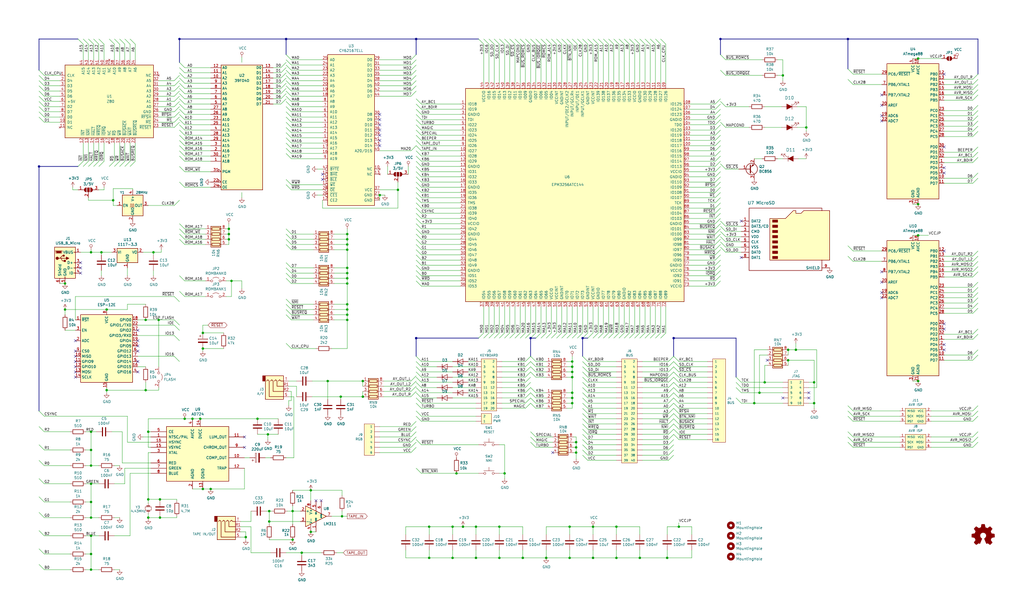
<source format=kicad_sch>
(kicad_sch (version 20210621) (generator eeschema)
  (paper "User" 499.999 297.002)
  (title_block (title "Karabas Nano") (rev "I"))
  (junction (at 31.75 138.43) (diameter 1.016))
  (junction (at 31.75 151.13) (diameter 1.016))
  (junction (at 44.45 123.19) (diameter 1.016))
  (junction (at 44.45 210.82) (diameter 1.016))
  (junction (at 44.45 219.71) (diameter 1.016))
  (junction (at 44.45 227.33) (diameter 1.016))
  (junction (at 44.45 236.22) (diameter 1.016))
  (junction (at 44.45 245.11) (diameter 1.016))
  (junction (at 44.45 252.73) (diameter 1.016))
  (junction (at 44.45 261.62) (diameter 1.016))
  (junction (at 44.45 270.51) (diameter 1.016))
  (junction (at 44.45 278.13) (diameter 1.016))
  (junction (at 49.53 123.19) (diameter 1.016))
  (junction (at 52.07 151.13) (diameter 1.016))
  (junction (at 52.07 190.5) (diameter 1.016))
  (junction (at 55.245 97.79) (diameter 1.016))
  (junction (at 63.5 323.85) (diameter 1.016))
  (junction (at 63.5 336.55) (diameter 1.016))
  (junction (at 63.5 349.25) (diameter 1.016))
  (junction (at 63.5 359.41) (diameter 1.016))
  (junction (at 71.12 156.21) (diameter 1.016))
  (junction (at 71.12 190.5) (diameter 1.016))
  (junction (at 72.39 210.82) (diameter 1.016))
  (junction (at 72.39 243.84) (diameter 1.016))
  (junction (at 72.39 252.73) (diameter 1.016))
  (junction (at 73.66 318.77) (diameter 1.016))
  (junction (at 73.66 331.47) (diameter 1.016))
  (junction (at 73.66 344.17) (diameter 1.016))
  (junction (at 73.66 356.87) (diameter 1.016))
  (junction (at 74.93 123.19) (diameter 1.016))
  (junction (at 76.2 323.85) (diameter 1.016))
  (junction (at 76.2 336.55) (diameter 1.016))
  (junction (at 76.2 349.25) (diameter 1.016))
  (junction (at 76.2 361.95) (diameter 1.016))
  (junction (at 77.47 156.21) (diameter 1.016))
  (junction (at 78.105 243.84) (diameter 1.016))
  (junction (at 78.105 252.73) (diameter 1.016))
  (junction (at 86.36 318.77) (diameter 1.016))
  (junction (at 86.36 331.47) (diameter 1.016))
  (junction (at 86.36 344.17) (diameter 1.016))
  (junction (at 86.36 356.87) (diameter 1.016))
  (junction (at 88.9 323.85) (diameter 1.016))
  (junction (at 88.9 336.55) (diameter 1.016))
  (junction (at 88.9 349.25) (diameter 1.016))
  (junction (at 88.9 361.95) (diameter 1.016))
  (junction (at 90.17 204.47) (diameter 1.016))
  (junction (at 93.98 204.47) (diameter 1.016))
  (junction (at 97.79 204.47) (diameter 1.016))
  (junction (at 99.06 162.56) (diameter 1.016))
  (junction (at 99.06 170.18) (diameter 1.016))
  (junction (at 99.06 238.76) (diameter 1.016))
  (junction (at 99.06 318.77) (diameter 1.016))
  (junction (at 99.06 331.47) (diameter 1.016))
  (junction (at 99.06 344.17) (diameter 1.016))
  (junction (at 99.06 356.87) (diameter 1.016))
  (junction (at 101.6 323.85) (diameter 1.016))
  (junction (at 101.6 336.55) (diameter 1.016))
  (junction (at 101.6 349.25) (diameter 1.016))
  (junction (at 101.6 361.95) (diameter 1.016))
  (junction (at 102.87 238.76) (diameter 1.016))
  (junction (at 111.76 111.76) (diameter 1.016))
  (junction (at 111.76 114.3) (diameter 1.016))
  (junction (at 111.76 116.84) (diameter 1.016))
  (junction (at 111.76 318.77) (diameter 1.016))
  (junction (at 111.76 331.47) (diameter 1.016))
  (junction (at 111.76 344.17) (diameter 1.016))
  (junction (at 111.76 356.87) (diameter 1.016))
  (junction (at 113.03 137.16) (diameter 1.016))
  (junction (at 120.015 262.255) (diameter 1.016))
  (junction (at 124.46 318.77) (diameter 1.016))
  (junction (at 124.46 331.47) (diameter 1.016))
  (junction (at 124.46 344.17) (diameter 1.016))
  (junction (at 124.46 356.87) (diameter 1.016))
  (junction (at 125.73 204.47) (diameter 1.016))
  (junction (at 127 361.95) (diameter 1.016))
  (junction (at 130.81 212.09) (diameter 1.016))
  (junction (at 131.445 249.555) (diameter 1.016))
  (junction (at 131.445 254.635) (diameter 1.016))
  (junction (at 137.16 331.47) (diameter 1.016))
  (junction (at 137.16 344.17) (diameter 1.016))
  (junction (at 137.16 356.87) (diameter 1.016))
  (junction (at 139.7 323.85) (diameter 1.016))
  (junction (at 139.7 336.55) (diameter 1.016))
  (junction (at 139.7 349.25) (diameter 1.016))
  (junction (at 139.7 361.95) (diameter 1.016))
  (junction (at 142.875 249.555) (diameter 1.016))
  (junction (at 142.875 263.525) (diameter 1.016))
  (junction (at 147.32 269.875) (diameter 1.016))
  (junction (at 149.86 331.47) (diameter 1.016))
  (junction (at 149.86 344.17) (diameter 1.016))
  (junction (at 149.86 356.87) (diameter 1.016))
  (junction (at 151.765 239.395) (diameter 1.016))
  (junction (at 151.765 259.715) (diameter 1.016))
  (junction (at 152.4 323.85) (diameter 1.016))
  (junction (at 152.4 336.55) (diameter 1.016))
  (junction (at 152.4 349.25) (diameter 1.016))
  (junction (at 152.4 361.95) (diameter 1.016))
  (junction (at 160.02 186.055) (diameter 1.016))
  (junction (at 162.56 331.47) (diameter 1.016))
  (junction (at 162.56 344.17) (diameter 1.016))
  (junction (at 162.56 356.87) (diameter 1.016))
  (junction (at 165.1 323.85) (diameter 1.016))
  (junction (at 165.1 336.55) (diameter 1.016))
  (junction (at 165.1 349.25) (diameter 1.016))
  (junction (at 165.1 361.95) (diameter 1.016))
  (junction (at 166.37 193.675) (diameter 1.016))
  (junction (at 167.005 252.095) (diameter 1.016))
  (junction (at 169.545 114.3) (diameter 1.016))
  (junction (at 169.545 116.84) (diameter 1.016))
  (junction (at 169.545 119.38) (diameter 1.016))
  (junction (at 169.545 121.92) (diameter 1.016))
  (junction (at 169.545 130.81) (diameter 1.016))
  (junction (at 169.545 133.35) (diameter 1.016))
  (junction (at 169.545 135.89) (diameter 1.016))
  (junction (at 169.545 138.43) (diameter 1.016))
  (junction (at 169.545 148.59) (diameter 1.016))
  (junction (at 169.545 151.13) (diameter 1.016))
  (junction (at 169.545 153.67) (diameter 1.016))
  (junction (at 169.545 156.21) (diameter 1.016))
  (junction (at 175.26 331.47) (diameter 1.016))
  (junction (at 175.26 344.17) (diameter 1.016))
  (junction (at 175.26 356.87) (diameter 1.016))
  (junction (at 177.165 186.055) (diameter 1.016))
  (junction (at 177.165 193.675) (diameter 1.016))
  (junction (at 177.8 323.85) (diameter 1.016))
  (junction (at 177.8 336.55) (diameter 1.016))
  (junction (at 177.8 349.25) (diameter 1.016))
  (junction (at 185.42 95.25) (diameter 1.016))
  (junction (at 187.96 331.47) (diameter 1.016))
  (junction (at 187.96 344.17) (diameter 1.016))
  (junction (at 187.96 356.87) (diameter 1.016))
  (junction (at 194.31 92.71) (diameter 1.016))
  (junction (at 209.55 257.175) (diameter 1.016))
  (junction (at 209.55 272.415) (diameter 1.016))
  (junction (at 220.98 257.175) (diameter 1.016))
  (junction (at 220.98 272.415) (diameter 1.016))
  (junction (at 222.885 231.14) (diameter 1.016))
  (junction (at 226.06 257.175) (diameter 1.016))
  (junction (at 232.41 257.175) (diameter 1.016))
  (junction (at 232.41 272.415) (diameter 1.016))
  (junction (at 243.84 257.175) (diameter 1.016))
  (junction (at 243.84 272.415) (diameter 1.016))
  (junction (at 246.38 231.14) (diameter 1.016))
  (junction (at 255.27 272.415) (diameter 1.016))
  (junction (at 266.7 272.415) (diameter 1.016))
  (junction (at 278.13 257.175) (diameter 1.016))
  (junction (at 278.13 272.415) (diameter 1.016))
  (junction (at 279.4 176.53) (diameter 1.016))
  (junction (at 279.4 179.07) (diameter 1.016))
  (junction (at 279.4 181.61) (diameter 1.016))
  (junction (at 279.4 184.15) (diameter 1.016))
  (junction (at 279.4 191.77) (diameter 1.016))
  (junction (at 279.4 194.31) (diameter 1.016))
  (junction (at 279.4 196.85) (diameter 1.016))
  (junction (at 281.305 215.9) (diameter 1.016))
  (junction (at 281.305 218.44) (diameter 1.016))
  (junction (at 281.305 220.98) (diameter 1.016))
  (junction (at 289.56 257.175) (diameter 1.016))
  (junction (at 289.56 272.415) (diameter 1.016))
  (junction (at 300.99 257.175) (diameter 1.016))
  (junction (at 300.99 272.415) (diameter 1.016))
  (junction (at 312.42 272.415) (diameter 1.016))
  (junction (at 325.755 272.415) (diameter 1.016))
  (junction (at 331.47 257.175) (diameter 1.016))
  (junction (at 368.3 196.85) (diameter 1.016))
  (junction (at 370.84 191.77) (diameter 1.016))
  (junction (at 373.38 186.69) (diameter 1.016))
  (junction (at 382.27 36.83) (diameter 1.016))
  (junction (at 384.81 170.815) (diameter 1.016))
  (junction (at 384.81 175.895) (diameter 1.016))
  (junction (at 388.62 170.815) (diameter 1.016))
  (junction (at 393.7 62.23) (diameter 1.016))
  (junction (at 397.51 186.69) (diameter 1.016))
  (junction (at 397.51 196.85) (diameter 1.016))
  (junction (at 448.31 28.575) (diameter 1.016))
  (junction (at 448.31 99.695) (diameter 1.016))
  (junction (at 448.31 114.935) (diameter 1.016))
  (junction (at 448.31 186.055) (diameter 1.016))
  (junction (at 19.05 81.28) (diameter 1.016))
  (junction (at 87.63 19.05) (diameter 1.016))
  (junction (at 139.7 19.05) (diameter 1.016))
  (junction (at 203.2 19.05) (diameter 1.016))
  (junction (at 203.2 165.1) (diameter 1.016))
  (junction (at 259.08 165.1) (diameter 1.016))
  (junction (at 284.48 165.1) (diameter 1.016))
  (junction (at 328.93 165.1) (diameter 1.016))
  (junction (at 351.79 19.05) (diameter 1.016))
  (junction (at 414.02 19.05) (diameter 1.016))
  (no_connect (at 36.83 166.37))
  (no_connect (at 36.83 171.45))
  (no_connect (at 36.83 173.99))
  (no_connect (at 36.83 176.53))
  (no_connect (at 36.83 179.07))
  (no_connect (at 36.83 181.61))
  (no_connect (at 36.83 184.15))
  (no_connect (at 39.37 128.27))
  (no_connect (at 39.37 130.81))
  (no_connect (at 39.37 133.35))
  (no_connect (at 67.31 161.29))
  (no_connect (at 67.31 166.37))
  (no_connect (at 67.31 168.91))
  (no_connect (at 67.31 171.45))
  (no_connect (at 67.31 176.53))
  (no_connect (at 67.31 181.61))
  (no_connect (at 119.38 213.36))
  (no_connect (at 119.38 218.44))
  (no_connect (at 154.305 244.475))
  (no_connect (at 156.845 244.475))
  (no_connect (at 157.48 85.09))
  (no_connect (at 157.48 87.63))
  (no_connect (at 185.42 55.88))
  (no_connect (at 185.42 58.42))
  (no_connect (at 185.42 60.96))
  (no_connect (at 185.42 63.5))
  (no_connect (at 185.42 66.04))
  (no_connect (at 185.42 68.58))
  (no_connect (at 185.42 71.12))
  (no_connect (at 269.875 220.98))
  (no_connect (at 361.95 107.95))
  (no_connect (at 361.95 125.73))
  (no_connect (at 374.65 175.895))
  (no_connect (at 382.27 194.31))
  (no_connect (at 394.97 191.77))
  (no_connect (at 394.97 194.31))
  (no_connect (at 430.53 46.355))
  (no_connect (at 430.53 51.435))
  (no_connect (at 430.53 56.515))
  (no_connect (at 430.53 59.055))
  (no_connect (at 430.53 132.715))
  (no_connect (at 430.53 137.795))
  (no_connect (at 430.53 142.875))
  (no_connect (at 430.53 145.415))
  (no_connect (at 461.01 36.195))
  (no_connect (at 461.01 71.755))
  (no_connect (at 461.01 81.915))
  (no_connect (at 461.01 84.455))
  (no_connect (at 461.01 122.555))
  (no_connect (at 461.01 158.115))
  (no_connect (at 461.01 160.655))
  (no_connect (at 461.01 168.275))
  (no_connect (at 461.01 170.815))
  (bus_entry (at 19.05 34.29) (size 2.54 2.54) (stroke (width 0.1524)))
  (bus_entry (at 19.05 36.83) (size 2.54 2.54) (stroke (width 0.1524)))
  (bus_entry (at 19.05 39.37) (size 2.54 2.54) (stroke (width 0.1524)))
  (bus_entry (at 19.05 41.91) (size 2.54 2.54) (stroke (width 0.1524)))
  (bus_entry (at 19.05 44.45) (size 2.54 2.54) (stroke (width 0.1524)))
  (bus_entry (at 19.05 46.99) (size 2.54 2.54) (stroke (width 0.1524)))
  (bus_entry (at 19.05 49.53) (size 2.54 2.54) (stroke (width 0.1524)))
  (bus_entry (at 19.05 52.07) (size 2.54 2.54) (stroke (width 0.1524)))
  (bus_entry (at 19.05 54.61) (size 2.54 2.54) (stroke (width 0.1524)))
  (bus_entry (at 19.05 57.15) (size 2.54 2.54) (stroke (width 0.1524)))
  (bus_entry (at 19.05 200.66) (size 2.54 2.54) (stroke (width 0.1524)))
  (bus_entry (at 19.05 208.28) (size 2.54 2.54) (stroke (width 0.1524)))
  (bus_entry (at 19.05 217.17) (size 2.54 2.54) (stroke (width 0.1524)))
  (bus_entry (at 19.05 224.79) (size 2.54 2.54) (stroke (width 0.1524)))
  (bus_entry (at 19.05 233.68) (size 2.54 2.54) (stroke (width 0.1524)))
  (bus_entry (at 19.05 242.57) (size 2.54 2.54) (stroke (width 0.1524)))
  (bus_entry (at 19.05 250.19) (size 2.54 2.54) (stroke (width 0.1524)))
  (bus_entry (at 19.05 259.08) (size 2.54 2.54) (stroke (width 0.1524)))
  (bus_entry (at 19.05 267.97) (size 2.54 2.54) (stroke (width 0.1524)))
  (bus_entry (at 19.05 275.59) (size 2.54 2.54) (stroke (width 0.1524)))
  (bus_entry (at 38.1 19.05) (size 2.54 2.54) (stroke (width 0.1524)))
  (bus_entry (at 38.1 81.28) (size 2.54 -2.54) (stroke (width 0.1524)))
  (bus_entry (at 40.64 19.05) (size 2.54 2.54) (stroke (width 0.1524)))
  (bus_entry (at 40.64 81.28) (size 2.54 -2.54) (stroke (width 0.1524)))
  (bus_entry (at 43.18 19.05) (size 2.54 2.54) (stroke (width 0.1524)))
  (bus_entry (at 43.18 81.28) (size 2.54 -2.54) (stroke (width 0.1524)))
  (bus_entry (at 45.72 19.05) (size 2.54 2.54) (stroke (width 0.1524)))
  (bus_entry (at 45.72 81.28) (size 2.54 -2.54) (stroke (width 0.1524)))
  (bus_entry (at 48.26 19.05) (size 2.54 2.54) (stroke (width 0.1524)))
  (bus_entry (at 48.26 81.28) (size 2.54 -2.54) (stroke (width 0.1524)))
  (bus_entry (at 53.34 19.05) (size 2.54 2.54) (stroke (width 0.1524)))
  (bus_entry (at 53.34 81.28) (size 2.54 -2.54) (stroke (width 0.1524)))
  (bus_entry (at 55.88 19.05) (size 2.54 2.54) (stroke (width 0.1524)))
  (bus_entry (at 55.88 81.28) (size 2.54 -2.54) (stroke (width 0.1524)))
  (bus_entry (at 58.42 19.05) (size 2.54 2.54) (stroke (width 0.1524)))
  (bus_entry (at 58.42 81.28) (size 2.54 -2.54) (stroke (width 0.1524)))
  (bus_entry (at 60.96 19.05) (size 2.54 2.54) (stroke (width 0.1524)))
  (bus_entry (at 60.96 81.28) (size 2.54 -2.54) (stroke (width 0.1524)))
  (bus_entry (at 63.5 19.05) (size 2.54 2.54) (stroke (width 0.1524)))
  (bus_entry (at 63.5 81.28) (size 2.54 -2.54) (stroke (width 0.1524)))
  (bus_entry (at 85.09 39.37) (size 2.54 -2.54) (stroke (width 0.1524)))
  (bus_entry (at 85.09 41.91) (size 2.54 -2.54) (stroke (width 0.1524)))
  (bus_entry (at 85.09 44.45) (size 2.54 -2.54) (stroke (width 0.1524)))
  (bus_entry (at 85.09 46.99) (size 2.54 -2.54) (stroke (width 0.1524)))
  (bus_entry (at 85.09 49.53) (size 2.54 -2.54) (stroke (width 0.1524)))
  (bus_entry (at 85.09 52.07) (size 2.54 -2.54) (stroke (width 0.1524)))
  (bus_entry (at 85.09 54.61) (size 2.54 -2.54) (stroke (width 0.1524)))
  (bus_entry (at 85.09 57.15) (size 2.54 -2.54) (stroke (width 0.1524)))
  (bus_entry (at 85.09 59.69) (size 2.54 -2.54) (stroke (width 0.1524)))
  (bus_entry (at 85.09 62.23) (size 2.54 -2.54) (stroke (width 0.1524)))
  (bus_entry (at 85.09 100.33) (size 2.54 -2.54) (stroke (width 0.1524)))
  (bus_entry (at 85.09 144.78) (size 2.54 2.54) (stroke (width 0.1524)))
  (bus_entry (at 85.09 156.21) (size 2.54 2.54) (stroke (width 0.1524)))
  (bus_entry (at 85.09 158.75) (size 2.54 2.54) (stroke (width 0.1524)))
  (bus_entry (at 85.09 163.83) (size 2.54 2.54) (stroke (width 0.1524)))
  (bus_entry (at 85.09 173.99) (size 2.54 2.54) (stroke (width 0.1524)))
  (bus_entry (at 87.63 30.48) (size 2.54 2.54) (stroke (width 0.1524)))
  (bus_entry (at 87.63 33.02) (size 2.54 2.54) (stroke (width 0.1524)))
  (bus_entry (at 87.63 35.56) (size 2.54 2.54) (stroke (width 0.1524)))
  (bus_entry (at 87.63 38.1) (size 2.54 2.54) (stroke (width 0.1524)))
  (bus_entry (at 87.63 40.64) (size 2.54 2.54) (stroke (width 0.1524)))
  (bus_entry (at 87.63 43.18) (size 2.54 2.54) (stroke (width 0.1524)))
  (bus_entry (at 87.63 45.72) (size 2.54 2.54) (stroke (width 0.1524)))
  (bus_entry (at 87.63 48.26) (size 2.54 2.54) (stroke (width 0.1524)))
  (bus_entry (at 87.63 50.8) (size 2.54 2.54) (stroke (width 0.1524)))
  (bus_entry (at 87.63 53.34) (size 2.54 2.54) (stroke (width 0.1524)))
  (bus_entry (at 87.63 55.88) (size 2.54 2.54) (stroke (width 0.1524)))
  (bus_entry (at 87.63 58.42) (size 2.54 2.54) (stroke (width 0.1524)))
  (bus_entry (at 87.63 60.96) (size 2.54 2.54) (stroke (width 0.1524)))
  (bus_entry (at 87.63 63.5) (size 2.54 2.54) (stroke (width 0.1524)))
  (bus_entry (at 87.63 66.04) (size 2.54 2.54) (stroke (width 0.1524)))
  (bus_entry (at 87.63 68.58) (size 2.54 2.54) (stroke (width 0.1524)))
  (bus_entry (at 87.63 71.12) (size 2.54 2.54) (stroke (width 0.1524)))
  (bus_entry (at 87.63 73.66) (size 2.54 2.54) (stroke (width 0.1524)))
  (bus_entry (at 87.63 76.2) (size 2.54 2.54) (stroke (width 0.1524)))
  (bus_entry (at 87.63 81.28) (size 2.54 2.54) (stroke (width 0.1524)))
  (bus_entry (at 87.63 88.9) (size 2.54 2.54) (stroke (width 0.1524)))
  (bus_entry (at 87.63 109.22) (size 2.54 2.54) (stroke (width 0.1524)))
  (bus_entry (at 87.63 111.76) (size 2.54 2.54) (stroke (width 0.1524)))
  (bus_entry (at 87.63 114.3) (size 2.54 2.54) (stroke (width 0.1524)))
  (bus_entry (at 87.63 116.84) (size 2.54 2.54) (stroke (width 0.1524)))
  (bus_entry (at 87.63 134.62) (size 2.54 2.54) (stroke (width 0.1524)))
  (bus_entry (at 87.63 142.24) (size 2.54 2.54) (stroke (width 0.1524)))
  (bus_entry (at 137.16 33.02) (size 2.54 -2.54) (stroke (width 0.1524)))
  (bus_entry (at 137.16 35.56) (size 2.54 -2.54) (stroke (width 0.1524)))
  (bus_entry (at 137.16 38.1) (size 2.54 -2.54) (stroke (width 0.1524)))
  (bus_entry (at 137.16 40.64) (size 2.54 -2.54) (stroke (width 0.1524)))
  (bus_entry (at 137.16 43.18) (size 2.54 -2.54) (stroke (width 0.1524)))
  (bus_entry (at 137.16 45.72) (size 2.54 -2.54) (stroke (width 0.1524)))
  (bus_entry (at 137.16 48.26) (size 2.54 -2.54) (stroke (width 0.1524)))
  (bus_entry (at 137.16 50.8) (size 2.54 -2.54) (stroke (width 0.1524)))
  (bus_entry (at 139.7 26.67) (size 2.54 2.54) (stroke (width 0.1524)))
  (bus_entry (at 139.7 29.21) (size 2.54 2.54) (stroke (width 0.1524)))
  (bus_entry (at 139.7 31.75) (size 2.54 2.54) (stroke (width 0.1524)))
  (bus_entry (at 139.7 34.29) (size 2.54 2.54) (stroke (width 0.1524)))
  (bus_entry (at 139.7 36.83) (size 2.54 2.54) (stroke (width 0.1524)))
  (bus_entry (at 139.7 39.37) (size 2.54 2.54) (stroke (width 0.1524)))
  (bus_entry (at 139.7 41.91) (size 2.54 2.54) (stroke (width 0.1524)))
  (bus_entry (at 139.7 44.45) (size 2.54 2.54) (stroke (width 0.1524)))
  (bus_entry (at 139.7 46.99) (size 2.54 2.54) (stroke (width 0.1524)))
  (bus_entry (at 139.7 49.53) (size 2.54 2.54) (stroke (width 0.1524)))
  (bus_entry (at 139.7 52.07) (size 2.54 2.54) (stroke (width 0.1524)))
  (bus_entry (at 139.7 54.61) (size 2.54 2.54) (stroke (width 0.1524)))
  (bus_entry (at 139.7 57.15) (size 2.54 2.54) (stroke (width 0.1524)))
  (bus_entry (at 139.7 59.69) (size 2.54 2.54) (stroke (width 0.1524)))
  (bus_entry (at 139.7 62.23) (size 2.54 2.54) (stroke (width 0.1524)))
  (bus_entry (at 139.7 64.77) (size 2.54 2.54) (stroke (width 0.1524)))
  (bus_entry (at 139.7 67.31) (size 2.54 2.54) (stroke (width 0.1524)))
  (bus_entry (at 139.7 69.85) (size 2.54 2.54) (stroke (width 0.1524)))
  (bus_entry (at 139.7 72.39) (size 2.54 2.54) (stroke (width 0.1524)))
  (bus_entry (at 139.7 74.93) (size 2.54 2.54) (stroke (width 0.1524)))
  (bus_entry (at 139.7 87.63) (size 2.54 2.54) (stroke (width 0.1524)))
  (bus_entry (at 139.7 90.17) (size 2.54 2.54) (stroke (width 0.1524)))
  (bus_entry (at 139.7 111.76) (size 2.54 2.54) (stroke (width 0.1524)))
  (bus_entry (at 139.7 114.3) (size 2.54 2.54) (stroke (width 0.1524)))
  (bus_entry (at 139.7 116.84) (size 2.54 2.54) (stroke (width 0.1524)))
  (bus_entry (at 139.7 119.38) (size 2.54 2.54) (stroke (width 0.1524)))
  (bus_entry (at 139.7 128.27) (size 2.54 2.54) (stroke (width 0.1524)))
  (bus_entry (at 139.7 130.81) (size 2.54 2.54) (stroke (width 0.1524)))
  (bus_entry (at 139.7 133.35) (size 2.54 2.54) (stroke (width 0.1524)))
  (bus_entry (at 139.7 135.89) (size 2.54 2.54) (stroke (width 0.1524)))
  (bus_entry (at 139.7 146.05) (size 2.54 2.54) (stroke (width 0.1524)))
  (bus_entry (at 139.7 148.59) (size 2.54 2.54) (stroke (width 0.1524)))
  (bus_entry (at 139.7 151.13) (size 2.54 2.54) (stroke (width 0.1524)))
  (bus_entry (at 139.7 153.67) (size 2.54 2.54) (stroke (width 0.1524)))
  (bus_entry (at 139.7 167.64) (size 2.54 2.54) (stroke (width 0.1524)))
  (bus_entry (at 200.66 29.21) (size 2.54 -2.54) (stroke (width 0.1524)))
  (bus_entry (at 200.66 31.75) (size 2.54 -2.54) (stroke (width 0.1524)))
  (bus_entry (at 200.66 34.29) (size 2.54 -2.54) (stroke (width 0.1524)))
  (bus_entry (at 200.66 36.83) (size 2.54 -2.54) (stroke (width 0.1524)))
  (bus_entry (at 200.66 39.37) (size 2.54 -2.54) (stroke (width 0.1524)))
  (bus_entry (at 200.66 41.91) (size 2.54 -2.54) (stroke (width 0.1524)))
  (bus_entry (at 200.66 44.45) (size 2.54 -2.54) (stroke (width 0.1524)))
  (bus_entry (at 200.66 46.99) (size 2.54 -2.54) (stroke (width 0.1524)))
  (bus_entry (at 200.66 73.66) (size 2.54 -2.54) (stroke (width 0.1524)))
  (bus_entry (at 200.66 186.055) (size 2.54 -2.54) (stroke (width 0.1524)))
  (bus_entry (at 200.66 188.595) (size 2.54 -2.54) (stroke (width 0.1524)))
  (bus_entry (at 200.66 191.135) (size 2.54 -2.54) (stroke (width 0.1524)))
  (bus_entry (at 200.66 193.675) (size 2.54 -2.54) (stroke (width 0.1524)))
  (bus_entry (at 200.66 208.28) (size 2.54 -2.54) (stroke (width 0.1524)))
  (bus_entry (at 200.66 210.82) (size 2.54 -2.54) (stroke (width 0.1524)))
  (bus_entry (at 200.66 213.36) (size 2.54 -2.54) (stroke (width 0.1524)))
  (bus_entry (at 200.66 215.9) (size 2.54 -2.54) (stroke (width 0.1524)))
  (bus_entry (at 200.66 218.44) (size 2.54 -2.54) (stroke (width 0.1524)))
  (bus_entry (at 200.66 220.98) (size 2.54 -2.54) (stroke (width 0.1524)))
  (bus_entry (at 203.2 48.26) (size 2.54 2.54) (stroke (width 0.1524)))
  (bus_entry (at 203.2 50.8) (size 2.54 2.54) (stroke (width 0.1524)))
  (bus_entry (at 203.2 53.34) (size 2.54 2.54) (stroke (width 0.1524)))
  (bus_entry (at 203.2 55.88) (size 2.54 2.54) (stroke (width 0.1524)))
  (bus_entry (at 203.2 58.42) (size 2.54 2.54) (stroke (width 0.1524)))
  (bus_entry (at 203.2 60.96) (size 2.54 2.54) (stroke (width 0.1524)))
  (bus_entry (at 203.2 63.5) (size 2.54 2.54) (stroke (width 0.1524)))
  (bus_entry (at 203.2 66.04) (size 2.54 2.54) (stroke (width 0.1524)))
  (bus_entry (at 203.2 68.58) (size 2.54 2.54) (stroke (width 0.1524)))
  (bus_entry (at 203.2 71.12) (size 2.54 2.54) (stroke (width 0.1524)))
  (bus_entry (at 203.2 73.66) (size 2.54 2.54) (stroke (width 0.1524)))
  (bus_entry (at 203.2 76.2) (size 2.54 2.54) (stroke (width 0.1524)))
  (bus_entry (at 203.2 78.74) (size 2.54 2.54) (stroke (width 0.1524)))
  (bus_entry (at 203.2 81.28) (size 2.54 2.54) (stroke (width 0.1524)))
  (bus_entry (at 203.2 83.82) (size 2.54 2.54) (stroke (width 0.1524)))
  (bus_entry (at 203.2 86.36) (size 2.54 2.54) (stroke (width 0.1524)))
  (bus_entry (at 203.2 88.9) (size 2.54 2.54) (stroke (width 0.1524)))
  (bus_entry (at 203.2 91.44) (size 2.54 2.54) (stroke (width 0.1524)))
  (bus_entry (at 203.2 93.98) (size 2.54 2.54) (stroke (width 0.1524)))
  (bus_entry (at 203.2 96.52) (size 2.54 2.54) (stroke (width 0.1524)))
  (bus_entry (at 203.2 99.06) (size 2.54 2.54) (stroke (width 0.1524)))
  (bus_entry (at 203.2 101.6) (size 2.54 2.54) (stroke (width 0.1524)))
  (bus_entry (at 203.2 104.14) (size 2.54 2.54) (stroke (width 0.1524)))
  (bus_entry (at 203.2 106.68) (size 2.54 2.54) (stroke (width 0.1524)))
  (bus_entry (at 203.2 109.22) (size 2.54 2.54) (stroke (width 0.1524)))
  (bus_entry (at 203.2 111.76) (size 2.54 2.54) (stroke (width 0.1524)))
  (bus_entry (at 203.2 114.3) (size 2.54 2.54) (stroke (width 0.1524)))
  (bus_entry (at 203.2 116.84) (size 2.54 2.54) (stroke (width 0.1524)))
  (bus_entry (at 203.2 119.38) (size 2.54 2.54) (stroke (width 0.1524)))
  (bus_entry (at 203.2 121.92) (size 2.54 2.54) (stroke (width 0.1524)))
  (bus_entry (at 203.2 124.46) (size 2.54 2.54) (stroke (width 0.1524)))
  (bus_entry (at 203.2 127) (size 2.54 2.54) (stroke (width 0.1524)))
  (bus_entry (at 203.2 129.54) (size 2.54 2.54) (stroke (width 0.1524)))
  (bus_entry (at 203.2 132.08) (size 2.54 2.54) (stroke (width 0.1524)))
  (bus_entry (at 203.2 134.62) (size 2.54 2.54) (stroke (width 0.1524)))
  (bus_entry (at 203.2 137.16) (size 2.54 2.54) (stroke (width 0.1524)))
  (bus_entry (at 203.2 173.99) (size 2.54 2.54) (stroke (width 0.1524)))
  (bus_entry (at 203.2 176.53) (size 2.54 2.54) (stroke (width 0.1524)))
  (bus_entry (at 203.2 179.07) (size 2.54 2.54) (stroke (width 0.1524)))
  (bus_entry (at 203.2 181.61) (size 2.54 2.54) (stroke (width 0.1524)))
  (bus_entry (at 203.2 184.15) (size 2.54 2.54) (stroke (width 0.1524)))
  (bus_entry (at 203.2 186.69) (size 2.54 2.54) (stroke (width 0.1524)))
  (bus_entry (at 203.2 189.23) (size 2.54 2.54) (stroke (width 0.1524)))
  (bus_entry (at 203.2 191.77) (size 2.54 2.54) (stroke (width 0.1524)))
  (bus_entry (at 203.2 194.31) (size 2.54 2.54) (stroke (width 0.1524)))
  (bus_entry (at 203.2 196.85) (size 2.54 2.54) (stroke (width 0.1524)))
  (bus_entry (at 203.2 200.66) (size 2.54 2.54) (stroke (width 0.1524)))
  (bus_entry (at 203.2 203.2) (size 2.54 2.54) (stroke (width 0.1524)))
  (bus_entry (at 203.2 214.63) (size 2.54 2.54) (stroke (width 0.1524)))
  (bus_entry (at 203.2 228.6) (size 2.54 2.54) (stroke (width 0.1524)))
  (bus_entry (at 233.68 19.05) (size 2.54 2.54) (stroke (width 0.1524)))
  (bus_entry (at 233.68 165.1) (size 2.54 -2.54) (stroke (width 0.1524)))
  (bus_entry (at 236.22 19.05) (size 2.54 2.54) (stroke (width 0.1524)))
  (bus_entry (at 236.22 165.1) (size 2.54 -2.54) (stroke (width 0.1524)))
  (bus_entry (at 238.76 19.05) (size 2.54 2.54) (stroke (width 0.1524)))
  (bus_entry (at 238.76 165.1) (size 2.54 -2.54) (stroke (width 0.1524)))
  (bus_entry (at 241.3 19.05) (size 2.54 2.54) (stroke (width 0.1524)))
  (bus_entry (at 241.3 165.1) (size 2.54 -2.54) (stroke (width 0.1524)))
  (bus_entry (at 243.84 19.05) (size 2.54 2.54) (stroke (width 0.1524)))
  (bus_entry (at 243.84 165.1) (size 2.54 -2.54) (stroke (width 0.1524)))
  (bus_entry (at 246.38 19.05) (size 2.54 2.54) (stroke (width 0.1524)))
  (bus_entry (at 246.38 165.1) (size 2.54 -2.54) (stroke (width 0.1524)))
  (bus_entry (at 248.92 19.05) (size 2.54 2.54) (stroke (width 0.1524)))
  (bus_entry (at 248.92 165.1) (size 2.54 -2.54) (stroke (width 0.1524)))
  (bus_entry (at 251.46 19.05) (size 2.54 2.54) (stroke (width 0.1524)))
  (bus_entry (at 251.46 165.1) (size 2.54 -2.54) (stroke (width 0.1524)))
  (bus_entry (at 254 19.05) (size 2.54 2.54) (stroke (width 0.1524)))
  (bus_entry (at 254 165.1) (size 2.54 -2.54) (stroke (width 0.1524)))
  (bus_entry (at 256.54 19.05) (size 2.54 2.54) (stroke (width 0.1524)))
  (bus_entry (at 256.54 165.1) (size 2.54 -2.54) (stroke (width 0.1524)))
  (bus_entry (at 256.54 176.53) (size 2.54 -2.54) (stroke (width 0.1524)))
  (bus_entry (at 256.54 179.07) (size 2.54 -2.54) (stroke (width 0.1524)))
  (bus_entry (at 256.54 181.61) (size 2.54 -2.54) (stroke (width 0.1524)))
  (bus_entry (at 256.54 184.15) (size 2.54 -2.54) (stroke (width 0.1524)))
  (bus_entry (at 256.54 186.69) (size 2.54 -2.54) (stroke (width 0.1524)))
  (bus_entry (at 256.54 189.23) (size 2.54 -2.54) (stroke (width 0.1524)))
  (bus_entry (at 256.54 191.77) (size 2.54 -2.54) (stroke (width 0.1524)))
  (bus_entry (at 256.54 194.31) (size 2.54 -2.54) (stroke (width 0.1524)))
  (bus_entry (at 256.54 196.85) (size 2.54 -2.54) (stroke (width 0.1524)))
  (bus_entry (at 256.54 199.39) (size 2.54 -2.54) (stroke (width 0.1524)))
  (bus_entry (at 259.08 19.05) (size 2.54 2.54) (stroke (width 0.1524)))
  (bus_entry (at 259.08 165.1) (size 2.54 -2.54) (stroke (width 0.1524)))
  (bus_entry (at 259.08 173.99) (size 2.54 2.54) (stroke (width 0.1524)))
  (bus_entry (at 259.08 176.53) (size 2.54 2.54) (stroke (width 0.1524)))
  (bus_entry (at 259.08 179.07) (size 2.54 2.54) (stroke (width 0.1524)))
  (bus_entry (at 259.08 181.61) (size 2.54 2.54) (stroke (width 0.1524)))
  (bus_entry (at 259.08 189.23) (size 2.54 2.54) (stroke (width 0.1524)))
  (bus_entry (at 259.08 191.77) (size 2.54 2.54) (stroke (width 0.1524)))
  (bus_entry (at 259.08 194.31) (size 2.54 2.54) (stroke (width 0.1524)))
  (bus_entry (at 259.08 196.85) (size 2.54 2.54) (stroke (width 0.1524)))
  (bus_entry (at 259.08 210.82) (size 2.54 2.54) (stroke (width 0.1524)))
  (bus_entry (at 259.08 213.36) (size 2.54 2.54) (stroke (width 0.1524)))
  (bus_entry (at 259.08 215.9) (size 2.54 2.54) (stroke (width 0.1524)))
  (bus_entry (at 261.62 19.05) (size 2.54 2.54) (stroke (width 0.1524)))
  (bus_entry (at 261.62 165.1) (size 2.54 -2.54) (stroke (width 0.1524)))
  (bus_entry (at 264.16 19.05) (size 2.54 2.54) (stroke (width 0.1524)))
  (bus_entry (at 264.16 165.1) (size 2.54 -2.54) (stroke (width 0.1524)))
  (bus_entry (at 266.7 19.05) (size 2.54 2.54) (stroke (width 0.1524)))
  (bus_entry (at 266.7 165.1) (size 2.54 -2.54) (stroke (width 0.1524)))
  (bus_entry (at 269.24 19.05) (size 2.54 2.54) (stroke (width 0.1524)))
  (bus_entry (at 269.24 165.1) (size 2.54 -2.54) (stroke (width 0.1524)))
  (bus_entry (at 271.78 19.05) (size 2.54 2.54) (stroke (width 0.1524)))
  (bus_entry (at 271.78 165.1) (size 2.54 -2.54) (stroke (width 0.1524)))
  (bus_entry (at 274.32 19.05) (size 2.54 2.54) (stroke (width 0.1524)))
  (bus_entry (at 274.32 165.1) (size 2.54 -2.54) (stroke (width 0.1524)))
  (bus_entry (at 276.86 19.05) (size 2.54 2.54) (stroke (width 0.1524)))
  (bus_entry (at 276.86 165.1) (size 2.54 -2.54) (stroke (width 0.1524)))
  (bus_entry (at 279.4 19.05) (size 2.54 2.54) (stroke (width 0.1524)))
  (bus_entry (at 279.4 165.1) (size 2.54 -2.54) (stroke (width 0.1524)))
  (bus_entry (at 281.94 19.05) (size 2.54 2.54) (stroke (width 0.1524)))
  (bus_entry (at 281.94 165.1) (size 2.54 -2.54) (stroke (width 0.1524)))
  (bus_entry (at 284.48 19.05) (size 2.54 2.54) (stroke (width 0.1524)))
  (bus_entry (at 284.48 165.1) (size 2.54 -2.54) (stroke (width 0.1524)))
  (bus_entry (at 284.48 173.99) (size 2.54 2.54) (stroke (width 0.1524)))
  (bus_entry (at 284.48 176.53) (size 2.54 2.54) (stroke (width 0.1524)))
  (bus_entry (at 284.48 179.07) (size 2.54 2.54) (stroke (width 0.1524)))
  (bus_entry (at 284.48 181.61) (size 2.54 2.54) (stroke (width 0.1524)))
  (bus_entry (at 284.48 184.15) (size 2.54 2.54) (stroke (width 0.1524)))
  (bus_entry (at 284.48 186.69) (size 2.54 2.54) (stroke (width 0.1524)))
  (bus_entry (at 284.48 189.23) (size 2.54 2.54) (stroke (width 0.1524)))
  (bus_entry (at 284.48 191.77) (size 2.54 2.54) (stroke (width 0.1524)))
  (bus_entry (at 284.48 194.31) (size 2.54 2.54) (stroke (width 0.1524)))
  (bus_entry (at 284.48 196.85) (size 2.54 2.54) (stroke (width 0.1524)))
  (bus_entry (at 284.48 199.39) (size 2.54 2.54) (stroke (width 0.1524)))
  (bus_entry (at 284.48 201.93) (size 2.54 2.54) (stroke (width 0.1524)))
  (bus_entry (at 284.48 204.47) (size 2.54 2.54) (stroke (width 0.1524)))
  (bus_entry (at 284.48 207.01) (size 2.54 2.54) (stroke (width 0.1524)))
  (bus_entry (at 284.48 209.55) (size 2.54 2.54) (stroke (width 0.1524)))
  (bus_entry (at 284.48 212.09) (size 2.54 2.54) (stroke (width 0.1524)))
  (bus_entry (at 284.48 214.63) (size 2.54 2.54) (stroke (width 0.1524)))
  (bus_entry (at 284.48 217.17) (size 2.54 2.54) (stroke (width 0.1524)))
  (bus_entry (at 284.48 219.71) (size 2.54 2.54) (stroke (width 0.1524)))
  (bus_entry (at 284.48 222.25) (size 2.54 2.54) (stroke (width 0.1524)))
  (bus_entry (at 287.02 19.05) (size 2.54 2.54) (stroke (width 0.1524)))
  (bus_entry (at 287.02 165.1) (size 2.54 -2.54) (stroke (width 0.1524)))
  (bus_entry (at 289.56 19.05) (size 2.54 2.54) (stroke (width 0.1524)))
  (bus_entry (at 289.56 165.1) (size 2.54 -2.54) (stroke (width 0.1524)))
  (bus_entry (at 292.1 19.05) (size 2.54 2.54) (stroke (width 0.1524)))
  (bus_entry (at 292.1 165.1) (size 2.54 -2.54) (stroke (width 0.1524)))
  (bus_entry (at 294.64 19.05) (size 2.54 2.54) (stroke (width 0.1524)))
  (bus_entry (at 294.64 165.1) (size 2.54 -2.54) (stroke (width 0.1524)))
  (bus_entry (at 297.18 19.05) (size 2.54 2.54) (stroke (width 0.1524)))
  (bus_entry (at 297.18 165.1) (size 2.54 -2.54) (stroke (width 0.1524)))
  (bus_entry (at 299.72 19.05) (size 2.54 2.54) (stroke (width 0.1524)))
  (bus_entry (at 299.72 165.1) (size 2.54 -2.54) (stroke (width 0.1524)))
  (bus_entry (at 302.26 19.05) (size 2.54 2.54) (stroke (width 0.1524)))
  (bus_entry (at 302.26 165.1) (size 2.54 -2.54) (stroke (width 0.1524)))
  (bus_entry (at 304.8 19.05) (size 2.54 2.54) (stroke (width 0.1524)))
  (bus_entry (at 304.8 165.1) (size 2.54 -2.54) (stroke (width 0.1524)))
  (bus_entry (at 307.34 19.05) (size 2.54 2.54) (stroke (width 0.1524)))
  (bus_entry (at 307.34 165.1) (size 2.54 -2.54) (stroke (width 0.1524)))
  (bus_entry (at 309.88 19.05) (size 2.54 2.54) (stroke (width 0.1524)))
  (bus_entry (at 309.88 165.1) (size 2.54 -2.54) (stroke (width 0.1524)))
  (bus_entry (at 312.42 19.05) (size 2.54 2.54) (stroke (width 0.1524)))
  (bus_entry (at 312.42 165.1) (size 2.54 -2.54) (stroke (width 0.1524)))
  (bus_entry (at 314.96 19.05) (size 2.54 2.54) (stroke (width 0.1524)))
  (bus_entry (at 314.96 165.1) (size 2.54 -2.54) (stroke (width 0.1524)))
  (bus_entry (at 317.5 19.05) (size 2.54 2.54) (stroke (width 0.1524)))
  (bus_entry (at 317.5 165.1) (size 2.54 -2.54) (stroke (width 0.1524)))
  (bus_entry (at 320.04 19.05) (size 2.54 2.54) (stroke (width 0.1524)))
  (bus_entry (at 320.04 165.1) (size 2.54 -2.54) (stroke (width 0.1524)))
  (bus_entry (at 322.58 19.05) (size 2.54 2.54) (stroke (width 0.1524)))
  (bus_entry (at 322.58 165.1) (size 2.54 -2.54) (stroke (width 0.1524)))
  (bus_entry (at 326.39 176.53) (size 2.54 -2.54) (stroke (width 0.1524)))
  (bus_entry (at 326.39 179.07) (size 2.54 -2.54) (stroke (width 0.1524)))
  (bus_entry (at 326.39 181.61) (size 2.54 -2.54) (stroke (width 0.1524)))
  (bus_entry (at 326.39 184.15) (size 2.54 -2.54) (stroke (width 0.1524)))
  (bus_entry (at 326.39 186.69) (size 2.54 -2.54) (stroke (width 0.1524)))
  (bus_entry (at 326.39 189.23) (size 2.54 -2.54) (stroke (width 0.1524)))
  (bus_entry (at 326.39 191.77) (size 2.54 -2.54) (stroke (width 0.1524)))
  (bus_entry (at 326.39 194.31) (size 2.54 -2.54) (stroke (width 0.1524)))
  (bus_entry (at 326.39 196.85) (size 2.54 -2.54) (stroke (width 0.1524)))
  (bus_entry (at 326.39 199.39) (size 2.54 -2.54) (stroke (width 0.1524)))
  (bus_entry (at 326.39 201.93) (size 2.54 -2.54) (stroke (width 0.1524)))
  (bus_entry (at 326.39 204.47) (size 2.54 -2.54) (stroke (width 0.1524)))
  (bus_entry (at 326.39 207.01) (size 2.54 -2.54) (stroke (width 0.1524)))
  (bus_entry (at 326.39 209.55) (size 2.54 -2.54) (stroke (width 0.1524)))
  (bus_entry (at 326.39 212.09) (size 2.54 -2.54) (stroke (width 0.1524)))
  (bus_entry (at 326.39 214.63) (size 2.54 -2.54) (stroke (width 0.1524)))
  (bus_entry (at 326.39 217.17) (size 2.54 -2.54) (stroke (width 0.1524)))
  (bus_entry (at 326.39 219.71) (size 2.54 -2.54) (stroke (width 0.1524)))
  (bus_entry (at 326.39 222.25) (size 2.54 -2.54) (stroke (width 0.1524)))
  (bus_entry (at 326.39 224.79) (size 2.54 -2.54) (stroke (width 0.1524)))
  (bus_entry (at 328.93 173.99) (size 2.54 2.54) (stroke (width 0.1524)))
  (bus_entry (at 328.93 176.53) (size 2.54 2.54) (stroke (width 0.1524)))
  (bus_entry (at 328.93 179.07) (size 2.54 2.54) (stroke (width 0.1524)))
  (bus_entry (at 328.93 181.61) (size 2.54 2.54) (stroke (width 0.1524)))
  (bus_entry (at 328.93 184.15) (size 2.54 2.54) (stroke (width 0.1524)))
  (bus_entry (at 328.93 186.69) (size 2.54 2.54) (stroke (width 0.1524)))
  (bus_entry (at 328.93 189.23) (size 2.54 2.54) (stroke (width 0.1524)))
  (bus_entry (at 328.93 191.77) (size 2.54 2.54) (stroke (width 0.1524)))
  (bus_entry (at 328.93 194.31) (size 2.54 2.54) (stroke (width 0.1524)))
  (bus_entry (at 328.93 196.85) (size 2.54 2.54) (stroke (width 0.1524)))
  (bus_entry (at 328.93 199.39) (size 2.54 2.54) (stroke (width 0.1524)))
  (bus_entry (at 328.93 201.93) (size 2.54 2.54) (stroke (width 0.1524)))
  (bus_entry (at 328.93 204.47) (size 2.54 2.54) (stroke (width 0.1524)))
  (bus_entry (at 328.93 207.01) (size 2.54 2.54) (stroke (width 0.1524)))
  (bus_entry (at 328.93 209.55) (size 2.54 2.54) (stroke (width 0.1524)))
  (bus_entry (at 328.93 212.09) (size 2.54 2.54) (stroke (width 0.1524)))
  (bus_entry (at 349.25 50.8) (size 2.54 -2.54) (stroke (width 0.1524)))
  (bus_entry (at 349.25 53.34) (size 2.54 -2.54) (stroke (width 0.1524)))
  (bus_entry (at 349.25 55.88) (size 2.54 -2.54) (stroke (width 0.1524)))
  (bus_entry (at 349.25 58.42) (size 2.54 -2.54) (stroke (width 0.1524)))
  (bus_entry (at 349.25 60.96) (size 2.54 -2.54) (stroke (width 0.1524)))
  (bus_entry (at 349.25 63.5) (size 2.54 -2.54) (stroke (width 0.1524)))
  (bus_entry (at 349.25 66.04) (size 2.54 -2.54) (stroke (width 0.1524)))
  (bus_entry (at 349.25 68.58) (size 2.54 -2.54) (stroke (width 0.1524)))
  (bus_entry (at 349.25 71.12) (size 2.54 -2.54) (stroke (width 0.1524)))
  (bus_entry (at 349.25 73.66) (size 2.54 -2.54) (stroke (width 0.1524)))
  (bus_entry (at 349.25 76.2) (size 2.54 -2.54) (stroke (width 0.1524)))
  (bus_entry (at 349.25 78.74) (size 2.54 -2.54) (stroke (width 0.1524)))
  (bus_entry (at 349.25 81.28) (size 2.54 -2.54) (stroke (width 0.1524)))
  (bus_entry (at 349.25 83.82) (size 2.54 -2.54) (stroke (width 0.1524)))
  (bus_entry (at 349.25 86.36) (size 2.54 -2.54) (stroke (width 0.1524)))
  (bus_entry (at 349.25 88.9) (size 2.54 -2.54) (stroke (width 0.1524)))
  (bus_entry (at 349.25 91.44) (size 2.54 -2.54) (stroke (width 0.1524)))
  (bus_entry (at 349.25 93.98) (size 2.54 -2.54) (stroke (width 0.1524)))
  (bus_entry (at 349.25 96.52) (size 2.54 -2.54) (stroke (width 0.1524)))
  (bus_entry (at 349.25 99.06) (size 2.54 -2.54) (stroke (width 0.1524)))
  (bus_entry (at 349.25 101.6) (size 2.54 -2.54) (stroke (width 0.1524)))
  (bus_entry (at 349.25 104.14) (size 2.54 -2.54) (stroke (width 0.1524)))
  (bus_entry (at 349.25 106.68) (size 2.54 -2.54) (stroke (width 0.1524)))
  (bus_entry (at 349.25 109.22) (size 2.54 -2.54) (stroke (width 0.1524)))
  (bus_entry (at 349.25 111.76) (size 2.54 -2.54) (stroke (width 0.1524)))
  (bus_entry (at 349.25 114.3) (size 2.54 -2.54) (stroke (width 0.1524)))
  (bus_entry (at 349.25 116.84) (size 2.54 -2.54) (stroke (width 0.1524)))
  (bus_entry (at 349.25 119.38) (size 2.54 -2.54) (stroke (width 0.1524)))
  (bus_entry (at 349.25 121.92) (size 2.54 -2.54) (stroke (width 0.1524)))
  (bus_entry (at 349.25 124.46) (size 2.54 -2.54) (stroke (width 0.1524)))
  (bus_entry (at 349.25 127) (size 2.54 -2.54) (stroke (width 0.1524)))
  (bus_entry (at 349.25 129.54) (size 2.54 -2.54) (stroke (width 0.1524)))
  (bus_entry (at 349.25 132.08) (size 2.54 -2.54) (stroke (width 0.1524)))
  (bus_entry (at 349.25 134.62) (size 2.54 -2.54) (stroke (width 0.1524)))
  (bus_entry (at 349.25 137.16) (size 2.54 -2.54) (stroke (width 0.1524)))
  (bus_entry (at 349.25 139.7) (size 2.54 -2.54) (stroke (width 0.1524)))
  (bus_entry (at 351.79 26.67) (size 2.54 2.54) (stroke (width 0.1524)))
  (bus_entry (at 351.79 34.29) (size 2.54 2.54) (stroke (width 0.1524)))
  (bus_entry (at 351.79 49.53) (size 2.54 2.54) (stroke (width 0.1524)))
  (bus_entry (at 351.79 59.69) (size 2.54 2.54) (stroke (width 0.1524)))
  (bus_entry (at 351.79 80.01) (size 2.54 2.54) (stroke (width 0.1524)))
  (bus_entry (at 351.79 107.95) (size 2.54 2.54) (stroke (width 0.1524)))
  (bus_entry (at 351.79 110.49) (size 2.54 2.54) (stroke (width 0.1524)))
  (bus_entry (at 351.79 113.03) (size 2.54 2.54) (stroke (width 0.1524)))
  (bus_entry (at 351.79 115.57) (size 2.54 2.54) (stroke (width 0.1524)))
  (bus_entry (at 351.79 118.11) (size 2.54 2.54) (stroke (width 0.1524)))
  (bus_entry (at 351.79 120.65) (size 2.54 2.54) (stroke (width 0.1524)))
  (bus_entry (at 359.41 184.15) (size 2.54 2.54) (stroke (width 0.1524)))
  (bus_entry (at 359.41 186.69) (size 2.54 2.54) (stroke (width 0.1524)))
  (bus_entry (at 359.41 189.23) (size 2.54 2.54) (stroke (width 0.1524)))
  (bus_entry (at 359.41 194.31) (size 2.54 2.54) (stroke (width 0.1524)))
  (bus_entry (at 414.02 33.655) (size 2.54 2.54) (stroke (width 0.1524)))
  (bus_entry (at 414.02 120.015) (size 2.54 2.54) (stroke (width 0.1524)))
  (bus_entry (at 414.02 198.12) (size 2.54 2.54) (stroke (width 0.1524)))
  (bus_entry (at 414.02 200.66) (size 2.54 2.54) (stroke (width 0.1524)))
  (bus_entry (at 414.02 203.2) (size 2.54 2.54) (stroke (width 0.1524)))
  (bus_entry (at 414.02 210.82) (size 2.54 2.54) (stroke (width 0.1524)))
  (bus_entry (at 414.02 213.36) (size 2.54 2.54) (stroke (width 0.1524)))
  (bus_entry (at 414.02 215.9) (size 2.54 2.54) (stroke (width 0.1524)))
  (bus_entry (at 416.56 41.275) (size -2.54 -2.54) (stroke (width 0.1524)))
  (bus_entry (at 416.56 127.635) (size -2.54 -2.54) (stroke (width 0.1524)))
  (bus_entry (at 474.98 38.735) (size 2.54 -2.54) (stroke (width 0.1524)))
  (bus_entry (at 474.98 41.275) (size 2.54 -2.54) (stroke (width 0.1524)))
  (bus_entry (at 474.98 43.815) (size 2.54 -2.54) (stroke (width 0.1524)))
  (bus_entry (at 474.98 46.355) (size 2.54 -2.54) (stroke (width 0.1524)))
  (bus_entry (at 474.98 48.895) (size 2.54 -2.54) (stroke (width 0.1524)))
  (bus_entry (at 474.98 53.975) (size 2.54 -2.54) (stroke (width 0.1524)))
  (bus_entry (at 474.98 56.515) (size 2.54 -2.54) (stroke (width 0.1524)))
  (bus_entry (at 474.98 59.055) (size 2.54 -2.54) (stroke (width 0.1524)))
  (bus_entry (at 474.98 61.595) (size 2.54 -2.54) (stroke (width 0.1524)))
  (bus_entry (at 474.98 64.135) (size 2.54 -2.54) (stroke (width 0.1524)))
  (bus_entry (at 474.98 66.675) (size 2.54 -2.54) (stroke (width 0.1524)))
  (bus_entry (at 474.98 76.835) (size 2.54 -2.54) (stroke (width 0.1524)))
  (bus_entry (at 474.98 79.375) (size 2.54 -2.54) (stroke (width 0.1524)))
  (bus_entry (at 474.98 86.995) (size 2.54 -2.54) (stroke (width 0.1524)))
  (bus_entry (at 474.98 89.535) (size 2.54 -2.54) (stroke (width 0.1524)))
  (bus_entry (at 474.98 125.095) (size 2.54 -2.54) (stroke (width 0.1524)))
  (bus_entry (at 474.98 127.635) (size 2.54 -2.54) (stroke (width 0.1524)))
  (bus_entry (at 474.98 130.175) (size 2.54 -2.54) (stroke (width 0.1524)))
  (bus_entry (at 474.98 132.715) (size 2.54 -2.54) (stroke (width 0.1524)))
  (bus_entry (at 474.98 135.255) (size 2.54 -2.54) (stroke (width 0.1524)))
  (bus_entry (at 474.98 140.335) (size 2.54 -2.54) (stroke (width 0.1524)))
  (bus_entry (at 474.98 142.875) (size 2.54 -2.54) (stroke (width 0.1524)))
  (bus_entry (at 474.98 145.415) (size 2.54 -2.54) (stroke (width 0.1524)))
  (bus_entry (at 474.98 147.955) (size 2.54 -2.54) (stroke (width 0.1524)))
  (bus_entry (at 474.98 150.495) (size 2.54 -2.54) (stroke (width 0.1524)))
  (bus_entry (at 474.98 153.035) (size 2.54 -2.54) (stroke (width 0.1524)))
  (bus_entry (at 474.98 163.195) (size 2.54 -2.54) (stroke (width 0.1524)))
  (bus_entry (at 474.98 165.735) (size 2.54 -2.54) (stroke (width 0.1524)))
  (bus_entry (at 474.98 173.355) (size 2.54 -2.54) (stroke (width 0.1524)))
  (bus_entry (at 474.98 175.895) (size 2.54 -2.54) (stroke (width 0.1524)))
  (bus_entry (at 474.98 200.66) (size 2.54 -2.54) (stroke (width 0.1524)))
  (bus_entry (at 474.98 203.2) (size 2.54 -2.54) (stroke (width 0.1524)))
  (bus_entry (at 474.98 205.74) (size 2.54 -2.54) (stroke (width 0.1524)))
  (bus_entry (at 474.98 213.36) (size 2.54 -2.54) (stroke (width 0.1524)))
  (bus_entry (at 474.98 215.9) (size 2.54 -2.54) (stroke (width 0.1524)))
  (bus_entry (at 474.98 218.44) (size 2.54 -2.54) (stroke (width 0.1524)))
  (bus_entry (at 477.52 71.755) (size -2.54 2.54) (stroke (width 0.1524)))
  (wire (pts (xy 21.59 36.83) (xy 29.21 36.83)))
  (wire (pts (xy 21.59 39.37) (xy 29.21 39.37)))
  (wire (pts (xy 21.59 41.91) (xy 29.21 41.91)))
  (wire (pts (xy 21.59 44.45) (xy 29.21 44.45)))
  (wire (pts (xy 21.59 46.99) (xy 29.21 46.99)))
  (wire (pts (xy 21.59 49.53) (xy 29.21 49.53)))
  (wire (pts (xy 21.59 52.07) (xy 29.21 52.07)))
  (wire (pts (xy 21.59 54.61) (xy 29.21 54.61)))
  (wire (pts (xy 21.59 57.15) (xy 29.21 57.15)))
  (wire (pts (xy 21.59 59.69) (xy 29.21 59.69)))
  (wire (pts (xy 21.59 203.2) (xy 62.23 203.2)))
  (wire (pts (xy 21.59 210.82) (xy 34.29 210.82)))
  (wire (pts (xy 21.59 219.71) (xy 34.29 219.71)))
  (wire (pts (xy 21.59 227.33) (xy 34.29 227.33)))
  (wire (pts (xy 21.59 236.22) (xy 34.29 236.22)))
  (wire (pts (xy 21.59 245.11) (xy 34.29 245.11)))
  (wire (pts (xy 21.59 252.73) (xy 34.29 252.73)))
  (wire (pts (xy 21.59 261.62) (xy 34.29 261.62)))
  (wire (pts (xy 21.59 270.51) (xy 34.29 270.51)))
  (wire (pts (xy 21.59 278.13) (xy 34.29 278.13)))
  (wire (pts (xy 29.21 138.43) (xy 31.75 138.43)))
  (wire (pts (xy 31.75 151.13) (xy 31.75 153.67)))
  (wire (pts (xy 31.75 161.29) (xy 36.83 161.29)))
  (wire (pts (xy 35.56 91.44) (xy 35.56 92.71)))
  (wire (pts (xy 35.56 92.71) (xy 38.1 92.71)))
  (wire (pts (xy 36.83 144.78) (xy 36.83 156.21)))
  (wire (pts (xy 36.83 144.78) (xy 85.09 144.78)))
  (wire (pts (xy 39.37 123.19) (xy 44.45 123.19)))
  (wire (pts (xy 40.64 29.21) (xy 40.64 21.59)))
  (wire (pts (xy 40.64 78.74) (xy 40.64 69.85)))
  (wire (pts (xy 41.91 210.82) (xy 44.45 210.82)))
  (wire (pts (xy 41.91 219.71) (xy 44.45 219.71)))
  (wire (pts (xy 41.91 236.22) (xy 44.45 236.22)))
  (wire (pts (xy 41.91 245.11) (xy 44.45 245.11)))
  (wire (pts (xy 41.91 261.62) (xy 44.45 261.62)))
  (wire (pts (xy 41.91 270.51) (xy 44.45 270.51)))
  (wire (pts (xy 43.18 29.21) (xy 43.18 21.59)))
  (wire (pts (xy 43.18 69.85) (xy 43.18 78.74)))
  (wire (pts (xy 43.18 96.52) (xy 43.18 97.79)))
  (wire (pts (xy 43.18 97.79) (xy 55.245 97.79)))
  (wire (pts (xy 43.18 318.77) (xy 59.69 318.77)))
  (wire (pts (xy 43.18 321.31) (xy 57.15 321.31)))
  (wire (pts (xy 43.18 323.85) (xy 54.61 323.85)))
  (wire (pts (xy 43.18 326.39) (xy 53.34 326.39)))
  (wire (pts (xy 43.18 328.93) (xy 52.07 328.93)))
  (wire (pts (xy 43.18 334.01) (xy 58.42 334.01)))
  (wire (pts (xy 43.18 340.36) (xy 60.96 340.36)))
  (wire (pts (xy 43.18 349.25) (xy 63.5 349.25)))
  (wire (pts (xy 44.45 123.19) (xy 44.45 121.92)))
  (wire (pts (xy 44.45 210.82) (xy 44.45 219.71)))
  (wire (pts (xy 44.45 219.71) (xy 44.45 227.33)))
  (wire (pts (xy 44.45 227.33) (xy 41.91 227.33)))
  (wire (pts (xy 44.45 236.22) (xy 44.45 245.11)))
  (wire (pts (xy 44.45 245.11) (xy 44.45 252.73)))
  (wire (pts (xy 44.45 252.73) (xy 41.91 252.73)))
  (wire (pts (xy 44.45 261.62) (xy 44.45 270.51)))
  (wire (pts (xy 44.45 270.51) (xy 44.45 278.13)))
  (wire (pts (xy 44.45 278.13) (xy 41.91 278.13)))
  (wire (pts (xy 45.72 29.21) (xy 45.72 21.59)))
  (wire (pts (xy 45.72 78.74) (xy 45.72 69.85)))
  (wire (pts (xy 46.99 210.82) (xy 44.45 210.82)))
  (wire (pts (xy 48.26 29.21) (xy 48.26 21.59)))
  (wire (pts (xy 48.26 78.74) (xy 48.26 69.85)))
  (wire (pts (xy 48.26 92.71) (xy 50.8 92.71)))
  (wire (pts (xy 48.26 227.33) (xy 44.45 227.33)))
  (wire (pts (xy 48.26 236.22) (xy 44.45 236.22)))
  (wire (pts (xy 48.26 252.73) (xy 44.45 252.73)))
  (wire (pts (xy 48.26 261.62) (xy 44.45 261.62)))
  (wire (pts (xy 48.26 278.13) (xy 44.45 278.13)))
  (wire (pts (xy 49.53 123.19) (xy 44.45 123.19)))
  (wire (pts (xy 49.53 124.46) (xy 49.53 123.19)))
  (wire (pts (xy 49.53 132.08) (xy 49.53 134.62)))
  (wire (pts (xy 50.8 29.21) (xy 50.8 21.59)))
  (wire (pts (xy 50.8 78.74) (xy 50.8 69.85)))
  (wire (pts (xy 50.8 92.71) (xy 50.8 91.44)))
  (wire (pts (xy 52.07 151.13) (xy 31.75 151.13)))
  (wire (pts (xy 52.07 190.5) (xy 52.07 189.23)))
  (wire (pts (xy 52.07 191.77) (xy 52.07 190.5)))
  (wire (pts (xy 52.07 304.8) (xy 124.46 304.8)))
  (wire (pts (xy 52.07 328.93) (xy 52.07 304.8)))
  (wire (pts (xy 53.34 306.07) (xy 111.76 306.07)))
  (wire (pts (xy 53.34 326.39) (xy 53.34 306.07)))
  (wire (pts (xy 54.61 123.19) (xy 49.53 123.19)))
  (wire (pts (xy 54.61 307.34) (xy 99.06 307.34)))
  (wire (pts (xy 54.61 323.85) (xy 54.61 307.34)))
  (wire (pts (xy 55.245 92.075) (xy 55.245 97.79)))
  (wire (pts (xy 55.245 100.33) (xy 55.245 97.79)))
  (wire (pts (xy 55.245 100.33) (xy 57.15 100.33)))
  (wire (pts (xy 55.88 29.21) (xy 55.88 21.59)))
  (wire (pts (xy 55.88 78.74) (xy 55.88 69.85)))
  (wire (pts (xy 55.88 227.33) (xy 58.42 227.33)))
  (wire (pts (xy 55.88 252.73) (xy 58.42 252.73)))
  (wire (pts (xy 55.88 278.13) (xy 58.42 278.13)))
  (wire (pts (xy 57.15 308.61) (xy 86.36 308.61)))
  (wire (pts (xy 57.15 321.31) (xy 57.15 308.61)))
  (wire (pts (xy 58.42 29.21) (xy 58.42 21.59)))
  (wire (pts (xy 58.42 78.74) (xy 58.42 69.85)))
  (wire (pts (xy 58.42 323.85) (xy 63.5 323.85)))
  (wire (pts (xy 58.42 334.01) (xy 58.42 323.85)))
  (wire (pts (xy 59.69 210.82) (xy 54.61 210.82)))
  (wire (pts (xy 59.69 226.06) (xy 59.69 210.82)))
  (wire (pts (xy 59.69 309.88) (xy 73.66 309.88)))
  (wire (pts (xy 59.69 318.77) (xy 59.69 309.88)))
  (wire (pts (xy 60.96 29.21) (xy 60.96 21.59)))
  (wire (pts (xy 60.96 78.74) (xy 60.96 69.85)))
  (wire (pts (xy 60.96 228.6) (xy 60.96 236.22)))
  (wire (pts (xy 60.96 236.22) (xy 55.88 236.22)))
  (wire (pts (xy 60.96 336.55) (xy 63.5 336.55)))
  (wire (pts (xy 60.96 340.36) (xy 60.96 336.55)))
  (wire (pts (xy 62.23 130.81) (xy 62.23 134.62)))
  (wire (pts (xy 62.23 148.59) (xy 62.23 151.13)))
  (wire (pts (xy 62.23 151.13) (xy 52.07 151.13)))
  (wire (pts (xy 62.23 203.2) (xy 62.23 215.9)))
  (wire (pts (xy 62.23 215.9) (xy 73.66 215.9)))
  (wire (pts (xy 63.5 29.21) (xy 63.5 21.59)))
  (wire (pts (xy 63.5 78.74) (xy 63.5 69.85)))
  (wire (pts (xy 63.5 231.14) (xy 63.5 261.62)))
  (wire (pts (xy 63.5 261.62) (xy 55.88 261.62)))
  (wire (pts (xy 63.5 318.77) (xy 63.5 323.85)))
  (wire (pts (xy 63.5 323.85) (xy 76.2 323.85)))
  (wire (pts (xy 63.5 331.47) (xy 63.5 336.55)))
  (wire (pts (xy 63.5 344.17) (xy 63.5 349.25)))
  (wire (pts (xy 63.5 356.87) (xy 63.5 359.41)))
  (wire (pts (xy 63.5 359.41) (xy 43.18 359.41)))
  (wire (pts (xy 63.5 361.95) (xy 63.5 359.41)))
  (wire (pts (xy 64.77 92.075) (xy 55.245 92.075)))
  (wire (pts (xy 64.77 92.71) (xy 64.77 92.075)))
  (wire (pts (xy 66.04 29.21) (xy 66.04 21.59)))
  (wire (pts (xy 66.04 78.74) (xy 66.04 69.85)))
  (wire (pts (xy 67.31 156.21) (xy 71.12 156.21)))
  (wire (pts (xy 67.31 179.07) (xy 71.12 179.07)))
  (wire (pts (xy 69.85 123.19) (xy 74.93 123.19)))
  (wire (pts (xy 69.85 213.36) (xy 73.66 213.36)))
  (wire (pts (xy 71.12 148.59) (xy 62.23 148.59)))
  (wire (pts (xy 71.12 156.21) (xy 77.47 156.21)))
  (wire (pts (xy 71.12 186.69) (xy 71.12 190.5)))
  (wire (pts (xy 71.12 190.5) (xy 52.07 190.5)))
  (wire (pts (xy 72.39 100.33) (xy 85.09 100.33)))
  (wire (pts (xy 72.39 204.47) (xy 90.17 204.47)))
  (wire (pts (xy 72.39 210.82) (xy 72.39 204.47)))
  (wire (pts (xy 72.39 210.82) (xy 73.66 210.82)))
  (wire (pts (xy 72.39 218.44) (xy 72.39 210.82)))
  (wire (pts (xy 72.39 220.98) (xy 72.39 243.84)))
  (wire (pts (xy 72.39 243.84) (xy 78.105 243.84)))
  (wire (pts (xy 72.39 245.745) (xy 72.39 243.84)))
  (wire (pts (xy 72.39 250.825) (xy 72.39 252.73)))
  (wire (pts (xy 72.39 252.73) (xy 72.39 253.365)))
  (wire (pts (xy 72.39 252.73) (xy 78.105 252.73)))
  (wire (pts (xy 73.66 218.44) (xy 72.39 218.44)))
  (wire (pts (xy 73.66 220.98) (xy 72.39 220.98)))
  (wire (pts (xy 73.66 226.06) (xy 59.69 226.06)))
  (wire (pts (xy 73.66 228.6) (xy 60.96 228.6)))
  (wire (pts (xy 73.66 231.14) (xy 63.5 231.14)))
  (wire (pts (xy 73.66 309.88) (xy 73.66 318.77)))
  (wire (pts (xy 73.66 318.77) (xy 73.66 331.47)))
  (wire (pts (xy 73.66 331.47) (xy 73.66 344.17)))
  (wire (pts (xy 73.66 344.17) (xy 73.66 356.87)))
  (wire (pts (xy 73.66 356.87) (xy 73.66 364.49)))
  (wire (pts (xy 73.66 364.49) (xy 187.96 364.49)))
  (wire (pts (xy 74.93 123.19) (xy 78.74 123.19)))
  (wire (pts (xy 74.93 124.46) (xy 74.93 123.19)))
  (wire (pts (xy 74.93 132.08) (xy 74.93 134.62)))
  (wire (pts (xy 76.2 318.77) (xy 76.2 323.85)))
  (wire (pts (xy 76.2 331.47) (xy 76.2 336.55)))
  (wire (pts (xy 76.2 336.55) (xy 63.5 336.55)))
  (wire (pts (xy 76.2 344.17) (xy 76.2 349.25)))
  (wire (pts (xy 76.2 349.25) (xy 63.5 349.25)))
  (wire (pts (xy 76.2 356.87) (xy 76.2 361.95)))
  (wire (pts (xy 76.2 361.95) (xy 63.5 361.95)))
  (wire (pts (xy 77.47 39.37) (xy 85.09 39.37)))
  (wire (pts (xy 77.47 41.91) (xy 85.09 41.91)))
  (wire (pts (xy 77.47 44.45) (xy 85.09 44.45)))
  (wire (pts (xy 77.47 46.99) (xy 85.09 46.99)))
  (wire (pts (xy 77.47 49.53) (xy 85.09 49.53)))
  (wire (pts (xy 77.47 52.07) (xy 85.09 52.07)))
  (wire (pts (xy 77.47 54.61) (xy 85.09 54.61)))
  (wire (pts (xy 77.47 57.15) (xy 85.09 57.15)))
  (wire (pts (xy 77.47 59.69) (xy 85.09 59.69)))
  (wire (pts (xy 77.47 62.23) (xy 85.09 62.23)))
  (wire (pts (xy 77.47 156.21) (xy 85.09 156.21)))
  (wire (pts (xy 77.47 179.07) (xy 77.47 156.21)))
  (wire (pts (xy 77.47 189.23) (xy 77.47 190.5)))
  (wire (pts (xy 77.47 190.5) (xy 71.12 190.5)))
  (wire (pts (xy 78.105 243.84) (xy 86.36 243.84)))
  (wire (pts (xy 78.105 244.475) (xy 78.105 243.84)))
  (wire (pts (xy 78.105 252.73) (xy 78.105 252.095)))
  (wire (pts (xy 78.105 252.73) (xy 86.36 252.73)))
  (wire (pts (xy 78.74 123.19) (xy 78.74 121.92)))
  (wire (pts (xy 85.09 158.75) (xy 67.31 158.75)))
  (wire (pts (xy 85.09 163.83) (xy 67.31 163.83)))
  (wire (pts (xy 85.09 173.99) (xy 67.31 173.99)))
  (wire (pts (xy 86.36 243.84) (xy 86.36 244.475)))
  (wire (pts (xy 86.36 252.095) (xy 86.36 252.73)))
  (wire (pts (xy 86.36 308.61) (xy 86.36 318.77)))
  (wire (pts (xy 86.36 318.77) (xy 86.36 331.47)))
  (wire (pts (xy 86.36 331.47) (xy 86.36 344.17)))
  (wire (pts (xy 86.36 344.17) (xy 86.36 356.87)))
  (wire (pts (xy 86.36 356.87) (xy 86.36 367.03)))
  (wire (pts (xy 86.36 367.03) (xy 175.26 367.03)))
  (wire (pts (xy 88.9 318.77) (xy 88.9 323.85)))
  (wire (pts (xy 88.9 323.85) (xy 76.2 323.85)))
  (wire (pts (xy 88.9 331.47) (xy 88.9 336.55)))
  (wire (pts (xy 88.9 336.55) (xy 76.2 336.55)))
  (wire (pts (xy 88.9 344.17) (xy 88.9 349.25)))
  (wire (pts (xy 88.9 349.25) (xy 76.2 349.25)))
  (wire (pts (xy 88.9 356.87) (xy 88.9 361.95)))
  (wire (pts (xy 88.9 361.95) (xy 76.2 361.95)))
  (wire (pts (xy 90.17 33.02) (xy 102.87 33.02)))
  (wire (pts (xy 90.17 35.56) (xy 102.87 35.56)))
  (wire (pts (xy 90.17 38.1) (xy 102.87 38.1)))
  (wire (pts (xy 90.17 40.64) (xy 102.87 40.64)))
  (wire (pts (xy 90.17 43.18) (xy 102.87 43.18)))
  (wire (pts (xy 90.17 45.72) (xy 102.87 45.72)))
  (wire (pts (xy 90.17 48.26) (xy 102.87 48.26)))
  (wire (pts (xy 90.17 50.8) (xy 102.87 50.8)))
  (wire (pts (xy 90.17 53.34) (xy 102.87 53.34)))
  (wire (pts (xy 90.17 55.88) (xy 102.87 55.88)))
  (wire (pts (xy 90.17 58.42) (xy 102.87 58.42)))
  (wire (pts (xy 90.17 60.96) (xy 102.87 60.96)))
  (wire (pts (xy 90.17 63.5) (xy 102.87 63.5)))
  (wire (pts (xy 90.17 66.04) (xy 102.87 66.04)))
  (wire (pts (xy 90.17 68.58) (xy 102.87 68.58)))
  (wire (pts (xy 90.17 71.12) (xy 102.87 71.12)))
  (wire (pts (xy 90.17 73.66) (xy 102.87 73.66)))
  (wire (pts (xy 90.17 83.82) (xy 102.87 83.82)))
  (wire (pts (xy 90.17 91.44) (xy 102.87 91.44)))
  (wire (pts (xy 90.17 111.76) (xy 100.33 111.76)))
  (wire (pts (xy 90.17 114.3) (xy 100.33 114.3)))
  (wire (pts (xy 90.17 116.84) (xy 100.33 116.84)))
  (wire (pts (xy 90.17 119.38) (xy 100.33 119.38)))
  (wire (pts (xy 90.17 137.16) (xy 100.33 137.16)))
  (wire (pts (xy 90.17 144.78) (xy 100.33 144.78)))
  (wire (pts (xy 90.17 204.47) (xy 93.98 204.47)))
  (wire (pts (xy 93.98 204.47) (xy 97.79 204.47)))
  (wire (pts (xy 93.98 238.76) (xy 99.06 238.76)))
  (wire (pts (xy 97.79 204.47) (xy 125.73 204.47)))
  (wire (pts (xy 99.06 158.75) (xy 99.06 162.56)))
  (wire (pts (xy 99.06 170.18) (xy 99.06 171.45)))
  (wire (pts (xy 99.06 238.76) (xy 102.87 238.76)))
  (wire (pts (xy 99.06 307.34) (xy 99.06 318.77)))
  (wire (pts (xy 99.06 318.77) (xy 99.06 331.47)))
  (wire (pts (xy 99.06 331.47) (xy 99.06 344.17)))
  (wire (pts (xy 99.06 344.17) (xy 99.06 356.87)))
  (wire (pts (xy 99.06 356.87) (xy 99.06 369.57)))
  (wire (pts (xy 99.06 369.57) (xy 162.56 369.57)))
  (wire (pts (xy 101.6 158.75) (xy 99.06 158.75)))
  (wire (pts (xy 101.6 318.77) (xy 101.6 323.85)))
  (wire (pts (xy 101.6 323.85) (xy 88.9 323.85)))
  (wire (pts (xy 101.6 331.47) (xy 101.6 336.55)))
  (wire (pts (xy 101.6 336.55) (xy 88.9 336.55)))
  (wire (pts (xy 101.6 344.17) (xy 101.6 349.25)))
  (wire (pts (xy 101.6 349.25) (xy 88.9 349.25)))
  (wire (pts (xy 101.6 356.87) (xy 101.6 361.95)))
  (wire (pts (xy 101.6 361.95) (xy 88.9 361.95)))
  (wire (pts (xy 102.87 76.2) (xy 90.17 76.2)))
  (wire (pts (xy 102.87 78.74) (xy 90.17 78.74)))
  (wire (pts (xy 109.22 162.56) (xy 99.06 162.56)))
  (wire (pts (xy 109.22 170.18) (xy 99.06 170.18)))
  (wire (pts (xy 110.49 111.76) (xy 111.76 111.76)))
  (wire (pts (xy 110.49 114.3) (xy 111.76 114.3)))
  (wire (pts (xy 110.49 116.84) (xy 111.76 116.84)))
  (wire (pts (xy 110.49 137.16) (xy 113.03 137.16)))
  (wire (pts (xy 110.49 144.78) (xy 113.03 144.78)))
  (wire (pts (xy 111.76 109.22) (xy 111.76 111.76)))
  (wire (pts (xy 111.76 111.76) (xy 111.76 114.3)))
  (wire (pts (xy 111.76 114.3) (xy 111.76 116.84)))
  (wire (pts (xy 111.76 116.84) (xy 111.76 119.38)))
  (wire (pts (xy 111.76 119.38) (xy 110.49 119.38)))
  (wire (pts (xy 111.76 306.07) (xy 111.76 318.77)))
  (wire (pts (xy 111.76 318.77) (xy 111.76 331.47)))
  (wire (pts (xy 111.76 331.47) (xy 111.76 344.17)))
  (wire (pts (xy 111.76 344.17) (xy 111.76 356.87)))
  (wire (pts (xy 111.76 356.87) (xy 111.76 372.11)))
  (wire (pts (xy 111.76 372.11) (xy 149.86 372.11)))
  (wire (pts (xy 113.03 137.16) (xy 118.11 137.16)))
  (wire (pts (xy 113.03 144.78) (xy 113.03 137.16)))
  (wire (pts (xy 114.3 318.77) (xy 114.3 323.85)))
  (wire (pts (xy 114.3 323.85) (xy 101.6 323.85)))
  (wire (pts (xy 114.3 331.47) (xy 114.3 336.55)))
  (wire (pts (xy 114.3 336.55) (xy 101.6 336.55)))
  (wire (pts (xy 114.3 344.17) (xy 114.3 349.25)))
  (wire (pts (xy 114.3 349.25) (xy 101.6 349.25)))
  (wire (pts (xy 114.3 356.87) (xy 114.3 361.95)))
  (wire (pts (xy 114.3 361.95) (xy 101.6 361.95)))
  (wire (pts (xy 117.475 254.635) (xy 122.555 254.635)))
  (wire (pts (xy 117.475 257.175) (xy 122.555 257.175)))
  (wire (pts (xy 117.475 259.715) (xy 120.015 259.715)))
  (wire (pts (xy 117.475 262.255) (xy 120.015 262.255)))
  (wire (pts (xy 118.11 27.94) (xy 118.11 30.48)))
  (wire (pts (xy 118.11 96.52) (xy 118.11 93.98)))
  (wire (pts (xy 118.11 137.16) (xy 118.11 140.97)))
  (wire (pts (xy 119.38 223.52) (xy 121.92 223.52)))
  (wire (pts (xy 119.38 228.6) (xy 119.38 238.76)))
  (wire (pts (xy 119.38 238.76) (xy 102.87 238.76)))
  (wire (pts (xy 120.015 259.715) (xy 120.015 262.255)))
  (wire (pts (xy 120.015 262.255) (xy 120.015 263.525)))
  (wire (pts (xy 122.555 254.635) (xy 122.555 249.555)))
  (wire (pts (xy 122.555 257.175) (xy 122.555 269.875)))
  (wire (pts (xy 122.555 269.875) (xy 132.08 269.875)))
  (wire (pts (xy 124.46 304.8) (xy 124.46 318.77)))
  (wire (pts (xy 124.46 318.77) (xy 124.46 331.47)))
  (wire (pts (xy 124.46 331.47) (xy 124.46 344.17)))
  (wire (pts (xy 124.46 344.17) (xy 124.46 356.87)))
  (wire (pts (xy 124.46 356.87) (xy 124.46 374.65)))
  (wire (pts (xy 124.46 374.65) (xy 137.16 374.65)))
  (wire (pts (xy 125.73 212.09) (xy 130.81 212.09)))
  (wire (pts (xy 127 318.77) (xy 127 323.85)))
  (wire (pts (xy 127 323.85) (xy 139.7 323.85)))
  (wire (pts (xy 127 331.47) (xy 127 336.55)))
  (wire (pts (xy 127 336.55) (xy 139.7 336.55)))
  (wire (pts (xy 127 344.17) (xy 127 349.25)))
  (wire (pts (xy 127 349.25) (xy 139.7 349.25)))
  (wire (pts (xy 127 356.87) (xy 127 361.95)))
  (wire (pts (xy 127 361.95) (xy 127 377.19)))
  (wire (pts (xy 127 361.95) (xy 139.7 361.95)))
  (wire (pts (xy 127 377.19) (xy 43.18 377.19)))
  (wire (pts (xy 129.54 223.52) (xy 132.08 223.52)))
  (wire (pts (xy 130.175 249.555) (xy 131.445 249.555)))
  (wire (pts (xy 130.81 212.09) (xy 135.89 212.09)))
  (wire (pts (xy 130.81 214.63) (xy 130.81 212.09)))
  (wire (pts (xy 131.445 249.555) (xy 132.715 249.555)))
  (wire (pts (xy 131.445 254.635) (xy 131.445 249.555)))
  (wire (pts (xy 131.445 255.905) (xy 131.445 254.635)))
  (wire (pts (xy 131.445 263.525) (xy 142.875 263.525)))
  (wire (pts (xy 133.35 33.02) (xy 137.16 33.02)))
  (wire (pts (xy 133.35 35.56) (xy 137.16 35.56)))
  (wire (pts (xy 133.35 38.1) (xy 137.16 38.1)))
  (wire (pts (xy 133.35 40.64) (xy 137.16 40.64)))
  (wire (pts (xy 133.35 43.18) (xy 137.16 43.18)))
  (wire (pts (xy 133.35 45.72) (xy 137.16 45.72)))
  (wire (pts (xy 133.35 48.26) (xy 137.16 48.26)))
  (wire (pts (xy 133.35 50.8) (xy 137.16 50.8)))
  (wire (pts (xy 135.89 204.47) (xy 125.73 204.47)))
  (wire (pts (xy 137.16 318.77) (xy 137.16 331.47)))
  (wire (pts (xy 137.16 331.47) (xy 137.16 344.17)))
  (wire (pts (xy 137.16 344.17) (xy 137.16 356.87)))
  (wire (pts (xy 137.16 356.87) (xy 137.16 374.65)))
  (wire (pts (xy 139.7 223.52) (xy 143.51 223.52)))
  (wire (pts (xy 139.7 269.875) (xy 147.32 269.875)))
  (wire (pts (xy 139.7 318.77) (xy 139.7 323.85)))
  (wire (pts (xy 139.7 323.85) (xy 152.4 323.85)))
  (wire (pts (xy 139.7 331.47) (xy 139.7 336.55)))
  (wire (pts (xy 139.7 344.17) (xy 139.7 349.25)))
  (wire (pts (xy 139.7 349.25) (xy 152.4 349.25)))
  (wire (pts (xy 139.7 356.87) (xy 139.7 361.95)))
  (wire (pts (xy 139.7 361.95) (xy 152.4 361.95)))
  (wire (pts (xy 140.335 249.555) (xy 142.875 249.555)))
  (wire (pts (xy 140.97 186.055) (xy 144.78 186.055)))
  (wire (pts (xy 140.97 188.595) (xy 144.78 188.595)))
  (wire (pts (xy 140.97 191.135) (xy 142.24 191.135)))
  (wire (pts (xy 140.97 193.675) (xy 143.51 193.675)))
  (wire (pts (xy 140.97 195.58) (xy 140.97 198.12)))
  (wire (pts (xy 142.24 29.21) (xy 157.48 29.21)))
  (wire (pts (xy 142.24 31.75) (xy 157.48 31.75)))
  (wire (pts (xy 142.24 34.29) (xy 157.48 34.29)))
  (wire (pts (xy 142.24 36.83) (xy 157.48 36.83)))
  (wire (pts (xy 142.24 39.37) (xy 157.48 39.37)))
  (wire (pts (xy 142.24 41.91) (xy 157.48 41.91)))
  (wire (pts (xy 142.24 44.45) (xy 157.48 44.45)))
  (wire (pts (xy 142.24 46.99) (xy 157.48 46.99)))
  (wire (pts (xy 142.24 49.53) (xy 157.48 49.53)))
  (wire (pts (xy 142.24 52.07) (xy 157.48 52.07)))
  (wire (pts (xy 142.24 54.61) (xy 157.48 54.61)))
  (wire (pts (xy 142.24 57.15) (xy 157.48 57.15)))
  (wire (pts (xy 142.24 59.69) (xy 157.48 59.69)))
  (wire (pts (xy 142.24 62.23) (xy 157.48 62.23)))
  (wire (pts (xy 142.24 64.77) (xy 157.48 64.77)))
  (wire (pts (xy 142.24 67.31) (xy 157.48 67.31)))
  (wire (pts (xy 142.24 69.85) (xy 157.48 69.85)))
  (wire (pts (xy 142.24 72.39) (xy 157.48 72.39)))
  (wire (pts (xy 142.24 74.93) (xy 157.48 74.93)))
  (wire (pts (xy 142.24 77.47) (xy 157.48 77.47)))
  (wire (pts (xy 142.24 90.17) (xy 157.48 90.17)))
  (wire (pts (xy 142.24 92.71) (xy 157.48 92.71)))
  (wire (pts (xy 142.24 114.3) (xy 153.035 114.3)))
  (wire (pts (xy 142.24 116.84) (xy 153.035 116.84)))
  (wire (pts (xy 142.24 119.38) (xy 153.035 119.38)))
  (wire (pts (xy 142.24 121.92) (xy 153.035 121.92)))
  (wire (pts (xy 142.24 130.81) (xy 153.035 130.81)))
  (wire (pts (xy 142.24 133.35) (xy 153.035 133.35)))
  (wire (pts (xy 142.24 135.89) (xy 153.035 135.89)))
  (wire (pts (xy 142.24 138.43) (xy 153.035 138.43)))
  (wire (pts (xy 142.24 148.59) (xy 153.035 148.59)))
  (wire (pts (xy 142.24 151.13) (xy 153.035 151.13)))
  (wire (pts (xy 142.24 153.67) (xy 153.035 153.67)))
  (wire (pts (xy 142.24 156.21) (xy 153.035 156.21)))
  (wire (pts (xy 142.24 170.18) (xy 154.305 170.18)))
  (wire (pts (xy 142.24 191.135) (xy 142.24 195.58)))
  (wire (pts (xy 142.24 195.58) (xy 140.97 195.58)))
  (wire (pts (xy 142.875 239.395) (xy 151.765 239.395)))
  (wire (pts (xy 142.875 247.015) (xy 142.875 249.555)))
  (wire (pts (xy 142.875 249.555) (xy 146.685 249.555)))
  (wire (pts (xy 142.875 255.905) (xy 142.875 249.555)))
  (wire (pts (xy 143.51 193.675) (xy 143.51 223.52)))
  (wire (pts (xy 144.78 188.595) (xy 144.78 193.675)))
  (wire (pts (xy 146.685 254.635) (xy 131.445 254.635)))
  (wire (pts (xy 147.32 269.875) (xy 156.845 269.875)))
  (wire (pts (xy 147.32 271.145) (xy 147.32 269.875)))
  (wire (pts (xy 149.86 318.77) (xy 149.86 331.47)))
  (wire (pts (xy 149.86 331.47) (xy 149.86 344.17)))
  (wire (pts (xy 149.86 344.17) (xy 149.86 356.87)))
  (wire (pts (xy 149.86 356.87) (xy 149.86 372.11)))
  (wire (pts (xy 151.765 239.395) (xy 167.005 239.395)))
  (wire (pts (xy 151.765 244.475) (xy 151.765 239.395)))
  (wire (pts (xy 152.4 186.055) (xy 160.02 186.055)))
  (wire (pts (xy 152.4 193.675) (xy 166.37 193.675)))
  (wire (pts (xy 152.4 318.77) (xy 152.4 323.85)))
  (wire (pts (xy 152.4 323.85) (xy 165.1 323.85)))
  (wire (pts (xy 152.4 331.47) (xy 152.4 336.55)))
  (wire (pts (xy 152.4 336.55) (xy 139.7 336.55)))
  (wire (pts (xy 152.4 344.17) (xy 152.4 349.25)))
  (wire (pts (xy 152.4 349.25) (xy 165.1 349.25)))
  (wire (pts (xy 152.4 356.87) (xy 152.4 361.95)))
  (wire (pts (xy 152.4 361.95) (xy 165.1 361.95)))
  (wire (pts (xy 154.305 259.715) (xy 151.765 259.715)))
  (wire (pts (xy 154.94 95.25) (xy 157.48 95.25)))
  (wire (pts (xy 157.48 82.55) (xy 154.94 82.55)))
  (wire (pts (xy 157.48 97.79) (xy 157.48 101.6)))
  (wire (pts (xy 157.48 101.6) (xy 194.31 101.6)))
  (wire (pts (xy 160.02 186.055) (xy 160.02 194.945)))
  (wire (pts (xy 160.02 186.055) (xy 177.165 186.055)))
  (wire (pts (xy 161.925 170.18) (xy 169.545 170.18)))
  (wire (pts (xy 161.925 252.095) (xy 167.005 252.095)))
  (wire (pts (xy 162.56 318.77) (xy 162.56 331.47)))
  (wire (pts (xy 162.56 331.47) (xy 162.56 344.17)))
  (wire (pts (xy 162.56 344.17) (xy 162.56 356.87)))
  (wire (pts (xy 162.56 356.87) (xy 162.56 369.57)))
  (wire (pts (xy 163.195 114.3) (xy 169.545 114.3)))
  (wire (pts (xy 163.195 116.84) (xy 169.545 116.84)))
  (wire (pts (xy 163.195 119.38) (xy 169.545 119.38)))
  (wire (pts (xy 163.195 121.92) (xy 169.545 121.92)))
  (wire (pts (xy 163.195 130.81) (xy 169.545 130.81)))
  (wire (pts (xy 163.195 133.35) (xy 169.545 133.35)))
  (wire (pts (xy 163.195 135.89) (xy 169.545 135.89)))
  (wire (pts (xy 163.195 138.43) (xy 169.545 138.43)))
  (wire (pts (xy 163.195 148.59) (xy 169.545 148.59)))
  (wire (pts (xy 163.195 151.13) (xy 169.545 151.13)))
  (wire (pts (xy 163.195 153.67) (xy 169.545 153.67)))
  (wire (pts (xy 164.465 269.875) (xy 167.64 269.875)))
  (wire (pts (xy 165.1 318.77) (xy 165.1 323.85)))
  (wire (pts (xy 165.1 331.47) (xy 165.1 336.55)))
  (wire (pts (xy 165.1 336.55) (xy 152.4 336.55)))
  (wire (pts (xy 165.1 344.17) (xy 165.1 349.25)))
  (wire (pts (xy 165.1 349.25) (xy 177.8 349.25)))
  (wire (pts (xy 165.1 356.87) (xy 165.1 361.95)))
  (wire (pts (xy 165.1 361.95) (xy 177.8 361.95)))
  (wire (pts (xy 166.37 193.675) (xy 177.165 193.675)))
  (wire (pts (xy 166.37 194.945) (xy 166.37 193.675)))
  (wire (pts (xy 167.005 241.935) (xy 167.005 239.395)))
  (wire (pts (xy 167.005 252.095) (xy 167.005 249.555)))
  (wire (pts (xy 169.545 111.76) (xy 169.545 114.3)))
  (wire (pts (xy 169.545 114.3) (xy 169.545 116.84)))
  (wire (pts (xy 169.545 116.84) (xy 169.545 119.38)))
  (wire (pts (xy 169.545 119.38) (xy 169.545 121.92)))
  (wire (pts (xy 169.545 121.92) (xy 169.545 130.81)))
  (wire (pts (xy 169.545 130.81) (xy 169.545 133.35)))
  (wire (pts (xy 169.545 133.35) (xy 169.545 135.89)))
  (wire (pts (xy 169.545 135.89) (xy 169.545 138.43)))
  (wire (pts (xy 169.545 138.43) (xy 169.545 148.59)))
  (wire (pts (xy 169.545 148.59) (xy 169.545 151.13)))
  (wire (pts (xy 169.545 151.13) (xy 169.545 153.67)))
  (wire (pts (xy 169.545 153.67) (xy 169.545 156.21)))
  (wire (pts (xy 169.545 156.21) (xy 163.195 156.21)))
  (wire (pts (xy 169.545 170.18) (xy 169.545 156.21)))
  (wire (pts (xy 169.545 252.095) (xy 167.005 252.095)))
  (wire (pts (xy 175.26 318.77) (xy 175.26 331.47)))
  (wire (pts (xy 175.26 331.47) (xy 175.26 344.17)))
  (wire (pts (xy 175.26 344.17) (xy 175.26 356.87)))
  (wire (pts (xy 175.26 356.87) (xy 175.26 367.03)))
  (wire (pts (xy 177.165 186.055) (xy 177.165 188.595)))
  (wire (pts (xy 177.165 191.135) (xy 177.165 193.675)))
  (wire (pts (xy 177.8 318.77) (xy 177.8 323.85)))
  (wire (pts (xy 177.8 323.85) (xy 165.1 323.85)))
  (wire (pts (xy 177.8 323.85) (xy 195.58 323.85)))
  (wire (pts (xy 177.8 331.47) (xy 177.8 336.55)))
  (wire (pts (xy 177.8 336.55) (xy 165.1 336.55)))
  (wire (pts (xy 177.8 336.55) (xy 193.04 336.55)))
  (wire (pts (xy 177.8 344.17) (xy 177.8 349.25)))
  (wire (pts (xy 177.8 349.25) (xy 190.5 349.25)))
  (wire (pts (xy 177.8 356.87) (xy 177.8 361.95)))
  (wire (pts (xy 185.42 29.21) (xy 200.66 29.21)))
  (wire (pts (xy 185.42 31.75) (xy 200.66 31.75)))
  (wire (pts (xy 185.42 34.29) (xy 200.66 34.29)))
  (wire (pts (xy 185.42 36.83) (xy 200.66 36.83)))
  (wire (pts (xy 185.42 39.37) (xy 200.66 39.37)))
  (wire (pts (xy 185.42 41.91) (xy 200.66 41.91)))
  (wire (pts (xy 185.42 44.45) (xy 200.66 44.45)))
  (wire (pts (xy 185.42 46.99) (xy 200.66 46.99)))
  (wire (pts (xy 185.42 73.66) (xy 200.66 73.66)))
  (wire (pts (xy 185.42 92.71) (xy 194.31 92.71)))
  (wire (pts (xy 185.42 95.25) (xy 187.96 95.25)))
  (wire (pts (xy 185.42 97.79) (xy 185.42 95.25)))
  (wire (pts (xy 185.42 208.28) (xy 200.66 208.28)))
  (wire (pts (xy 185.42 210.82) (xy 200.66 210.82)))
  (wire (pts (xy 185.42 213.36) (xy 200.66 213.36)))
  (wire (pts (xy 185.42 215.9) (xy 200.66 215.9)))
  (wire (pts (xy 185.42 218.44) (xy 200.66 218.44)))
  (wire (pts (xy 185.42 220.98) (xy 200.66 220.98)))
  (wire (pts (xy 187.325 186.055) (xy 200.66 186.055)))
  (wire (pts (xy 187.325 188.595) (xy 200.66 188.595)))
  (wire (pts (xy 187.325 191.135) (xy 200.66 191.135)))
  (wire (pts (xy 187.325 193.675) (xy 200.66 193.675)))
  (wire (pts (xy 187.96 318.77) (xy 187.96 331.47)))
  (wire (pts (xy 187.96 331.47) (xy 187.96 344.17)))
  (wire (pts (xy 187.96 344.17) (xy 187.96 356.87)))
  (wire (pts (xy 187.96 356.87) (xy 187.96 364.49)))
  (wire (pts (xy 189.23 85.09) (xy 189.23 81.28)))
  (wire (pts (xy 190.5 349.25) (xy 190.5 379.73)))
  (wire (pts (xy 190.5 379.73) (xy 43.18 379.73)))
  (wire (pts (xy 193.04 336.55) (xy 193.04 382.27)))
  (wire (pts (xy 193.04 382.27) (xy 43.18 382.27)))
  (wire (pts (xy 194.31 92.71) (xy 194.31 88.9)))
  (wire (pts (xy 194.31 101.6) (xy 194.31 92.71)))
  (wire (pts (xy 195.58 323.85) (xy 195.58 384.81)))
  (wire (pts (xy 195.58 384.81) (xy 43.18 384.81)))
  (wire (pts (xy 198.12 257.175) (xy 209.55 257.175)))
  (wire (pts (xy 198.12 260.985) (xy 198.12 257.175)))
  (wire (pts (xy 198.12 268.605) (xy 198.12 272.415)))
  (wire (pts (xy 198.12 272.415) (xy 209.55 272.415)))
  (wire (pts (xy 199.39 85.09) (xy 199.39 81.28)))
  (wire (pts (xy 205.74 50.8) (xy 224.79 50.8)))
  (wire (pts (xy 205.74 53.34) (xy 224.79 53.34)))
  (wire (pts (xy 205.74 55.88) (xy 224.79 55.88)))
  (wire (pts (xy 205.74 58.42) (xy 224.79 58.42)))
  (wire (pts (xy 205.74 60.96) (xy 224.79 60.96)))
  (wire (pts (xy 205.74 63.5) (xy 224.79 63.5)))
  (wire (pts (xy 205.74 66.04) (xy 224.79 66.04)))
  (wire (pts (xy 205.74 68.58) (xy 224.79 68.58)))
  (wire (pts (xy 205.74 71.12) (xy 224.79 71.12)))
  (wire (pts (xy 205.74 73.66) (xy 224.79 73.66)))
  (wire (pts (xy 205.74 76.2) (xy 224.79 76.2)))
  (wire (pts (xy 205.74 78.74) (xy 224.79 78.74)))
  (wire (pts (xy 205.74 81.28) (xy 224.79 81.28)))
  (wire (pts (xy 205.74 83.82) (xy 224.79 83.82)))
  (wire (pts (xy 205.74 86.36) (xy 224.79 86.36)))
  (wire (pts (xy 205.74 88.9) (xy 224.79 88.9)))
  (wire (pts (xy 205.74 91.44) (xy 224.79 91.44)))
  (wire (pts (xy 205.74 93.98) (xy 224.79 93.98)))
  (wire (pts (xy 205.74 96.52) (xy 224.79 96.52)))
  (wire (pts (xy 205.74 99.06) (xy 224.79 99.06)))
  (wire (pts (xy 205.74 101.6) (xy 224.79 101.6)))
  (wire (pts (xy 205.74 104.14) (xy 224.79 104.14)))
  (wire (pts (xy 205.74 106.68) (xy 224.79 106.68)))
  (wire (pts (xy 205.74 109.22) (xy 224.79 109.22)))
  (wire (pts (xy 205.74 111.76) (xy 224.79 111.76)))
  (wire (pts (xy 205.74 114.3) (xy 224.79 114.3)))
  (wire (pts (xy 205.74 116.84) (xy 224.79 116.84)))
  (wire (pts (xy 205.74 119.38) (xy 224.79 119.38)))
  (wire (pts (xy 205.74 121.92) (xy 224.79 121.92)))
  (wire (pts (xy 205.74 124.46) (xy 224.79 124.46)))
  (wire (pts (xy 205.74 127) (xy 224.79 127)))
  (wire (pts (xy 205.74 129.54) (xy 224.79 129.54)))
  (wire (pts (xy 205.74 132.08) (xy 224.79 132.08)))
  (wire (pts (xy 205.74 134.62) (xy 224.79 134.62)))
  (wire (pts (xy 205.74 137.16) (xy 224.79 137.16)))
  (wire (pts (xy 205.74 139.7) (xy 224.79 139.7)))
  (wire (pts (xy 205.74 176.53) (xy 220.98 176.53)))
  (wire (pts (xy 205.74 179.07) (xy 213.36 179.07)))
  (wire (pts (xy 205.74 181.61) (xy 220.98 181.61)))
  (wire (pts (xy 205.74 184.15) (xy 213.36 184.15)))
  (wire (pts (xy 205.74 186.69) (xy 220.98 186.69)))
  (wire (pts (xy 205.74 189.23) (xy 213.36 189.23)))
  (wire (pts (xy 205.74 191.77) (xy 220.98 191.77)))
  (wire (pts (xy 205.74 194.31) (xy 213.36 194.31)))
  (wire (pts (xy 205.74 196.85) (xy 232.41 196.85)))
  (wire (pts (xy 205.74 199.39) (xy 232.41 199.39)))
  (wire (pts (xy 205.74 203.2) (xy 232.41 203.2)))
  (wire (pts (xy 205.74 205.74) (xy 232.41 205.74)))
  (wire (pts (xy 205.74 217.17) (xy 233.68 217.17)))
  (wire (pts (xy 205.74 231.14) (xy 222.885 231.14)))
  (wire (pts (xy 209.55 257.175) (xy 220.98 257.175)))
  (wire (pts (xy 209.55 260.985) (xy 209.55 257.175)))
  (wire (pts (xy 209.55 268.605) (xy 209.55 272.415)))
  (wire (pts (xy 209.55 272.415) (xy 220.98 272.415)))
  (wire (pts (xy 220.98 179.07) (xy 232.41 179.07)))
  (wire (pts (xy 220.98 184.15) (xy 232.41 184.15)))
  (wire (pts (xy 220.98 189.23) (xy 232.41 189.23)))
  (wire (pts (xy 220.98 194.31) (xy 232.41 194.31)))
  (wire (pts (xy 220.98 257.175) (xy 226.06 257.175)))
  (wire (pts (xy 220.98 260.985) (xy 220.98 257.175)))
  (wire (pts (xy 220.98 268.605) (xy 220.98 272.415)))
  (wire (pts (xy 220.98 272.415) (xy 232.41 272.415)))
  (wire (pts (xy 222.885 231.14) (xy 233.68 231.14)))
  (wire (pts (xy 228.6 176.53) (xy 232.41 176.53)))
  (wire (pts (xy 228.6 181.61) (xy 232.41 181.61)))
  (wire (pts (xy 228.6 186.69) (xy 232.41 186.69)))
  (wire (pts (xy 228.6 191.77) (xy 232.41 191.77)))
  (wire (pts (xy 232.41 257.175) (xy 226.06 257.175)))
  (wire (pts (xy 232.41 260.985) (xy 232.41 257.175)))
  (wire (pts (xy 232.41 268.605) (xy 232.41 272.415)))
  (wire (pts (xy 232.41 272.415) (xy 243.84 272.415)))
  (wire (pts (xy 236.22 21.59) (xy 236.22 40.64)))
  (wire (pts (xy 236.22 149.86) (xy 236.22 162.56)))
  (wire (pts (xy 238.76 40.64) (xy 238.76 21.59)))
  (wire (pts (xy 238.76 162.56) (xy 238.76 149.86)))
  (wire (pts (xy 241.3 21.59) (xy 241.3 40.64)))
  (wire (pts (xy 241.3 149.86) (xy 241.3 162.56)))
  (wire (pts (xy 243.84 40.64) (xy 243.84 21.59)))
  (wire (pts (xy 243.84 162.56) (xy 243.84 149.86)))
  (wire (pts (xy 243.84 217.17) (xy 246.38 217.17)))
  (wire (pts (xy 243.84 231.14) (xy 246.38 231.14)))
  (wire (pts (xy 243.84 257.175) (xy 232.41 257.175)))
  (wire (pts (xy 243.84 260.985) (xy 243.84 257.175)))
  (wire (pts (xy 243.84 268.605) (xy 243.84 272.415)))
  (wire (pts (xy 243.84 272.415) (xy 255.27 272.415)))
  (wire (pts (xy 245.11 176.53) (xy 256.54 176.53)))
  (wire (pts (xy 245.11 179.07) (xy 256.54 179.07)))
  (wire (pts (xy 245.11 181.61) (xy 256.54 181.61)))
  (wire (pts (xy 245.11 184.15) (xy 256.54 184.15)))
  (wire (pts (xy 245.11 186.69) (xy 256.54 186.69)))
  (wire (pts (xy 245.11 189.23) (xy 256.54 189.23)))
  (wire (pts (xy 245.11 191.77) (xy 256.54 191.77)))
  (wire (pts (xy 245.11 194.31) (xy 256.54 194.31)))
  (wire (pts (xy 245.11 196.85) (xy 256.54 196.85)))
  (wire (pts (xy 245.11 199.39) (xy 256.54 199.39)))
  (wire (pts (xy 246.38 21.59) (xy 246.38 40.64)))
  (wire (pts (xy 246.38 149.86) (xy 246.38 162.56)))
  (wire (pts (xy 246.38 217.17) (xy 246.38 231.14)))
  (wire (pts (xy 246.38 231.14) (xy 246.38 233.68)))
  (wire (pts (xy 248.92 40.64) (xy 248.92 21.59)))
  (wire (pts (xy 248.92 162.56) (xy 248.92 149.86)))
  (wire (pts (xy 251.46 21.59) (xy 251.46 40.64)))
  (wire (pts (xy 251.46 149.86) (xy 251.46 162.56)))
  (wire (pts (xy 254 40.64) (xy 254 21.59)))
  (wire (pts (xy 254 162.56) (xy 254 149.86)))
  (wire (pts (xy 255.27 257.175) (xy 243.84 257.175)))
  (wire (pts (xy 255.27 260.985) (xy 255.27 257.175)))
  (wire (pts (xy 255.27 268.605) (xy 255.27 272.415)))
  (wire (pts (xy 255.27 272.415) (xy 266.7 272.415)))
  (wire (pts (xy 256.54 21.59) (xy 256.54 40.64)))
  (wire (pts (xy 256.54 149.86) (xy 256.54 162.56)))
  (wire (pts (xy 259.08 40.64) (xy 259.08 21.59)))
  (wire (pts (xy 259.08 162.56) (xy 259.08 149.86)))
  (wire (pts (xy 261.62 21.59) (xy 261.62 40.64)))
  (wire (pts (xy 261.62 149.86) (xy 261.62 162.56)))
  (wire (pts (xy 261.62 176.53) (xy 266.7 176.53)))
  (wire (pts (xy 261.62 179.07) (xy 266.7 179.07)))
  (wire (pts (xy 261.62 181.61) (xy 266.7 181.61)))
  (wire (pts (xy 261.62 184.15) (xy 266.7 184.15)))
  (wire (pts (xy 261.62 191.77) (xy 266.7 191.77)))
  (wire (pts (xy 261.62 194.31) (xy 266.7 194.31)))
  (wire (pts (xy 261.62 196.85) (xy 266.7 196.85)))
  (wire (pts (xy 261.62 199.39) (xy 266.7 199.39)))
  (wire (pts (xy 261.62 213.36) (xy 269.875 213.36)))
  (wire (pts (xy 261.62 215.9) (xy 269.875 215.9)))
  (wire (pts (xy 261.62 218.44) (xy 269.875 218.44)))
  (wire (pts (xy 264.16 40.64) (xy 264.16 21.59)))
  (wire (pts (xy 264.16 162.56) (xy 264.16 149.86)))
  (wire (pts (xy 266.7 21.59) (xy 266.7 40.64)))
  (wire (pts (xy 266.7 149.86) (xy 266.7 162.56)))
  (wire (pts (xy 266.7 257.175) (xy 278.13 257.175)))
  (wire (pts (xy 266.7 260.985) (xy 266.7 257.175)))
  (wire (pts (xy 266.7 268.605) (xy 266.7 272.415)))
  (wire (pts (xy 269.24 40.64) (xy 269.24 21.59)))
  (wire (pts (xy 269.24 162.56) (xy 269.24 149.86)))
  (wire (pts (xy 271.78 21.59) (xy 271.78 40.64)))
  (wire (pts (xy 271.78 149.86) (xy 271.78 162.56)))
  (wire (pts (xy 274.32 40.64) (xy 274.32 21.59)))
  (wire (pts (xy 274.32 162.56) (xy 274.32 149.86)))
  (wire (pts (xy 276.86 21.59) (xy 276.86 40.64)))
  (wire (pts (xy 276.86 162.56) (xy 276.86 149.86)))
  (wire (pts (xy 276.86 176.53) (xy 279.4 176.53)))
  (wire (pts (xy 276.86 179.07) (xy 279.4 179.07)))
  (wire (pts (xy 276.86 181.61) (xy 279.4 181.61)))
  (wire (pts (xy 276.86 184.15) (xy 279.4 184.15)))
  (wire (pts (xy 276.86 191.77) (xy 279.4 191.77)))
  (wire (pts (xy 276.86 194.31) (xy 279.4 194.31)))
  (wire (pts (xy 276.86 196.85) (xy 279.4 196.85)))
  (wire (pts (xy 278.13 257.175) (xy 289.56 257.175)))
  (wire (pts (xy 278.13 260.985) (xy 278.13 257.175)))
  (wire (pts (xy 278.13 268.605) (xy 278.13 272.415)))
  (wire (pts (xy 278.13 272.415) (xy 266.7 272.415)))
  (wire (pts (xy 279.4 40.64) (xy 279.4 21.59)))
  (wire (pts (xy 279.4 149.86) (xy 279.4 162.56)))
  (wire (pts (xy 279.4 173.99) (xy 279.4 176.53)))
  (wire (pts (xy 279.4 176.53) (xy 279.4 179.07)))
  (wire (pts (xy 279.4 179.07) (xy 279.4 181.61)))
  (wire (pts (xy 279.4 181.61) (xy 279.4 184.15)))
  (wire (pts (xy 279.4 184.15) (xy 279.4 191.77)))
  (wire (pts (xy 279.4 191.77) (xy 279.4 194.31)))
  (wire (pts (xy 279.4 194.31) (xy 279.4 196.85)))
  (wire (pts (xy 279.4 196.85) (xy 279.4 199.39)))
  (wire (pts (xy 279.4 199.39) (xy 276.86 199.39)))
  (wire (pts (xy 280.035 213.36) (xy 281.305 213.36)))
  (wire (pts (xy 280.035 215.9) (xy 281.305 215.9)))
  (wire (pts (xy 280.035 218.44) (xy 281.305 218.44)))
  (wire (pts (xy 280.035 220.98) (xy 281.305 220.98)))
  (wire (pts (xy 281.305 213.36) (xy 281.305 215.9)))
  (wire (pts (xy 281.305 215.9) (xy 281.305 218.44)))
  (wire (pts (xy 281.305 218.44) (xy 281.305 220.98)))
  (wire (pts (xy 281.305 220.98) (xy 281.305 224.155)))
  (wire (pts (xy 281.94 21.59) (xy 281.94 40.64)))
  (wire (pts (xy 281.94 162.56) (xy 281.94 149.86)))
  (wire (pts (xy 284.48 40.64) (xy 284.48 21.59)))
  (wire (pts (xy 284.48 149.86) (xy 284.48 162.56)))
  (wire (pts (xy 287.02 21.59) (xy 287.02 40.64)))
  (wire (pts (xy 287.02 162.56) (xy 287.02 149.86)))
  (wire (pts (xy 287.02 176.53) (xy 300.99 176.53)))
  (wire (pts (xy 287.02 179.07) (xy 300.99 179.07)))
  (wire (pts (xy 287.02 181.61) (xy 300.99 181.61)))
  (wire (pts (xy 287.02 184.15) (xy 300.99 184.15)))
  (wire (pts (xy 287.02 186.69) (xy 300.99 186.69)))
  (wire (pts (xy 287.02 189.23) (xy 300.99 189.23)))
  (wire (pts (xy 287.02 191.77) (xy 300.99 191.77)))
  (wire (pts (xy 287.02 194.31) (xy 300.99 194.31)))
  (wire (pts (xy 287.02 196.85) (xy 300.99 196.85)))
  (wire (pts (xy 287.02 199.39) (xy 300.99 199.39)))
  (wire (pts (xy 287.02 201.93) (xy 300.99 201.93)))
  (wire (pts (xy 287.02 204.47) (xy 300.99 204.47)))
  (wire (pts (xy 287.02 207.01) (xy 300.99 207.01)))
  (wire (pts (xy 287.02 209.55) (xy 300.99 209.55)))
  (wire (pts (xy 287.02 212.09) (xy 300.99 212.09)))
  (wire (pts (xy 287.02 214.63) (xy 300.99 214.63)))
  (wire (pts (xy 287.02 217.17) (xy 300.99 217.17)))
  (wire (pts (xy 287.02 219.71) (xy 300.99 219.71)))
  (wire (pts (xy 287.02 222.25) (xy 300.99 222.25)))
  (wire (pts (xy 287.02 224.79) (xy 300.99 224.79)))
  (wire (pts (xy 289.56 40.64) (xy 289.56 21.59)))
  (wire (pts (xy 289.56 149.86) (xy 289.56 162.56)))
  (wire (pts (xy 289.56 257.175) (xy 289.56 260.985)))
  (wire (pts (xy 289.56 268.605) (xy 289.56 272.415)))
  (wire (pts (xy 289.56 272.415) (xy 278.13 272.415)))
  (wire (pts (xy 292.1 21.59) (xy 292.1 40.64)))
  (wire (pts (xy 292.1 162.56) (xy 292.1 149.86)))
  (wire (pts (xy 294.64 40.64) (xy 294.64 21.59)))
  (wire (pts (xy 294.64 162.56) (xy 294.64 149.86)))
  (wire (pts (xy 297.18 21.59) (xy 297.18 40.64)))
  (wire (pts (xy 297.18 162.56) (xy 297.18 149.86)))
  (wire (pts (xy 299.72 40.64) (xy 299.72 21.59)))
  (wire (pts (xy 299.72 162.56) (xy 299.72 149.86)))
  (wire (pts (xy 300.99 257.175) (xy 289.56 257.175)))
  (wire (pts (xy 300.99 260.985) (xy 300.99 257.175)))
  (wire (pts (xy 300.99 268.605) (xy 300.99 272.415)))
  (wire (pts (xy 300.99 272.415) (xy 289.56 272.415)))
  (wire (pts (xy 302.26 21.59) (xy 302.26 40.64)))
  (wire (pts (xy 302.26 162.56) (xy 302.26 149.86)))
  (wire (pts (xy 304.8 40.64) (xy 304.8 21.59)))
  (wire (pts (xy 304.8 162.56) (xy 304.8 149.86)))
  (wire (pts (xy 307.34 21.59) (xy 307.34 40.64)))
  (wire (pts (xy 307.34 162.56) (xy 307.34 149.86)))
  (wire (pts (xy 309.88 40.64) (xy 309.88 21.59)))
  (wire (pts (xy 309.88 162.56) (xy 309.88 149.86)))
  (wire (pts (xy 312.42 21.59) (xy 312.42 40.64)))
  (wire (pts (xy 312.42 162.56) (xy 312.42 149.86)))
  (wire (pts (xy 312.42 257.175) (xy 300.99 257.175)))
  (wire (pts (xy 312.42 260.985) (xy 312.42 257.175)))
  (wire (pts (xy 312.42 268.605) (xy 312.42 272.415)))
  (wire (pts (xy 312.42 272.415) (xy 300.99 272.415)))
  (wire (pts (xy 312.42 272.415) (xy 325.755 272.415)))
  (wire (pts (xy 313.69 176.53) (xy 326.39 176.53)))
  (wire (pts (xy 313.69 179.07) (xy 326.39 179.07)))
  (wire (pts (xy 313.69 181.61) (xy 326.39 181.61)))
  (wire (pts (xy 313.69 184.15) (xy 326.39 184.15)))
  (wire (pts (xy 313.69 186.69) (xy 326.39 186.69)))
  (wire (pts (xy 313.69 189.23) (xy 326.39 189.23)))
  (wire (pts (xy 313.69 191.77) (xy 326.39 191.77)))
  (wire (pts (xy 313.69 194.31) (xy 326.39 194.31)))
  (wire (pts (xy 313.69 196.85) (xy 326.39 196.85)))
  (wire (pts (xy 313.69 199.39) (xy 326.39 199.39)))
  (wire (pts (xy 313.69 201.93) (xy 326.39 201.93)))
  (wire (pts (xy 313.69 204.47) (xy 326.39 204.47)))
  (wire (pts (xy 313.69 207.01) (xy 326.39 207.01)))
  (wire (pts (xy 313.69 209.55) (xy 326.39 209.55)))
  (wire (pts (xy 313.69 212.09) (xy 326.39 212.09)))
  (wire (pts (xy 313.69 214.63) (xy 326.39 214.63)))
  (wire (pts (xy 313.69 217.17) (xy 326.39 217.17)))
  (wire (pts (xy 313.69 219.71) (xy 326.39 219.71)))
  (wire (pts (xy 313.69 222.25) (xy 326.39 222.25)))
  (wire (pts (xy 313.69 224.79) (xy 326.39 224.79)))
  (wire (pts (xy 314.96 40.64) (xy 314.96 21.59)))
  (wire (pts (xy 314.96 162.56) (xy 314.96 149.86)))
  (wire (pts (xy 317.5 21.59) (xy 317.5 40.64)))
  (wire (pts (xy 317.5 162.56) (xy 317.5 149.86)))
  (wire (pts (xy 320.04 40.64) (xy 320.04 21.59)))
  (wire (pts (xy 320.04 162.56) (xy 320.04 149.86)))
  (wire (pts (xy 322.58 21.59) (xy 322.58 40.64)))
  (wire (pts (xy 322.58 162.56) (xy 322.58 149.86)))
  (wire (pts (xy 325.12 40.64) (xy 325.12 21.59)))
  (wire (pts (xy 325.12 149.86) (xy 325.12 162.56)))
  (wire (pts (xy 325.755 257.175) (xy 325.755 260.985)))
  (wire (pts (xy 325.755 257.175) (xy 331.47 257.175)))
  (wire (pts (xy 325.755 272.415) (xy 325.755 268.605)))
  (wire (pts (xy 325.755 272.415) (xy 337.82 272.415)))
  (wire (pts (xy 331.47 176.53) (xy 345.44 176.53)))
  (wire (pts (xy 331.47 179.07) (xy 345.44 179.07)))
  (wire (pts (xy 331.47 181.61) (xy 345.44 181.61)))
  (wire (pts (xy 331.47 184.15) (xy 345.44 184.15)))
  (wire (pts (xy 331.47 186.69) (xy 345.44 186.69)))
  (wire (pts (xy 331.47 189.23) (xy 345.44 189.23)))
  (wire (pts (xy 331.47 191.77) (xy 345.44 191.77)))
  (wire (pts (xy 331.47 194.31) (xy 345.44 194.31)))
  (wire (pts (xy 331.47 196.85) (xy 345.44 196.85)))
  (wire (pts (xy 331.47 199.39) (xy 345.44 199.39)))
  (wire (pts (xy 331.47 201.93) (xy 345.44 201.93)))
  (wire (pts (xy 331.47 204.47) (xy 345.44 204.47)))
  (wire (pts (xy 331.47 207.01) (xy 345.44 207.01)))
  (wire (pts (xy 331.47 209.55) (xy 345.44 209.55)))
  (wire (pts (xy 331.47 212.09) (xy 345.44 212.09)))
  (wire (pts (xy 331.47 214.63) (xy 345.44 214.63)))
  (wire (pts (xy 331.47 257.175) (xy 331.47 255.27)))
  (wire (pts (xy 331.47 257.175) (xy 337.82 257.175)))
  (wire (pts (xy 336.55 53.34) (xy 349.25 53.34)))
  (wire (pts (xy 336.55 58.42) (xy 349.25 58.42)))
  (wire (pts (xy 336.55 63.5) (xy 349.25 63.5)))
  (wire (pts (xy 336.55 68.58) (xy 349.25 68.58)))
  (wire (pts (xy 336.55 73.66) (xy 349.25 73.66)))
  (wire (pts (xy 336.55 78.74) (xy 349.25 78.74)))
  (wire (pts (xy 336.55 83.82) (xy 349.25 83.82)))
  (wire (pts (xy 336.55 88.9) (xy 349.25 88.9)))
  (wire (pts (xy 336.55 93.98) (xy 349.25 93.98)))
  (wire (pts (xy 336.55 99.06) (xy 349.25 99.06)))
  (wire (pts (xy 336.55 104.14) (xy 349.25 104.14)))
  (wire (pts (xy 336.55 106.68) (xy 349.25 106.68)))
  (wire (pts (xy 336.55 111.76) (xy 349.25 111.76)))
  (wire (pts (xy 336.55 116.84) (xy 349.25 116.84)))
  (wire (pts (xy 336.55 121.92) (xy 349.25 121.92)))
  (wire (pts (xy 336.55 127) (xy 349.25 127)))
  (wire (pts (xy 336.55 129.54) (xy 349.25 129.54)))
  (wire (pts (xy 336.55 132.08) (xy 349.25 132.08)))
  (wire (pts (xy 336.55 134.62) (xy 349.25 134.62)))
  (wire (pts (xy 336.55 137.16) (xy 349.25 137.16)))
  (wire (pts (xy 336.55 139.7) (xy 349.25 139.7)))
  (wire (pts (xy 337.82 257.175) (xy 337.82 260.985)))
  (wire (pts (xy 337.82 272.415) (xy 337.82 268.605)))
  (wire (pts (xy 349.25 50.8) (xy 336.55 50.8)))
  (wire (pts (xy 349.25 55.88) (xy 336.55 55.88)))
  (wire (pts (xy 349.25 60.96) (xy 336.55 60.96)))
  (wire (pts (xy 349.25 66.04) (xy 336.55 66.04)))
  (wire (pts (xy 349.25 71.12) (xy 336.55 71.12)))
  (wire (pts (xy 349.25 76.2) (xy 336.55 76.2)))
  (wire (pts (xy 349.25 81.28) (xy 336.55 81.28)))
  (wire (pts (xy 349.25 86.36) (xy 336.55 86.36)))
  (wire (pts (xy 349.25 91.44) (xy 336.55 91.44)))
  (wire (pts (xy 349.25 96.52) (xy 336.55 96.52)))
  (wire (pts (xy 349.25 101.6) (xy 336.55 101.6)))
  (wire (pts (xy 349.25 109.22) (xy 336.55 109.22)))
  (wire (pts (xy 349.25 114.3) (xy 336.55 114.3)))
  (wire (pts (xy 349.25 119.38) (xy 336.55 119.38)))
  (wire (pts (xy 349.25 124.46) (xy 336.55 124.46)))
  (wire (pts (xy 354.33 29.21) (xy 372.11 29.21)))
  (wire (pts (xy 354.33 36.83) (xy 372.11 36.83)))
  (wire (pts (xy 354.33 52.07) (xy 365.76 52.07)))
  (wire (pts (xy 354.33 62.23) (xy 365.76 62.23)))
  (wire (pts (xy 354.33 82.55) (xy 360.68 82.55)))
  (wire (pts (xy 354.33 110.49) (xy 361.95 110.49)))
  (wire (pts (xy 354.33 113.03) (xy 361.95 113.03)))
  (wire (pts (xy 354.33 115.57) (xy 361.95 115.57)))
  (wire (pts (xy 354.33 118.11) (xy 361.95 118.11)))
  (wire (pts (xy 354.33 120.65) (xy 361.95 120.65)))
  (wire (pts (xy 354.33 123.19) (xy 361.95 123.19)))
  (wire (pts (xy 361.95 186.69) (xy 373.38 186.69)))
  (wire (pts (xy 361.95 189.23) (xy 382.27 189.23)))
  (wire (pts (xy 361.95 191.77) (xy 370.84 191.77)))
  (wire (pts (xy 361.95 196.85) (xy 368.3 196.85)))
  (wire (pts (xy 368.3 77.47) (xy 372.11 77.47)))
  (wire (pts (xy 368.3 170.815) (xy 368.3 196.85)))
  (wire (pts (xy 368.3 196.85) (xy 382.27 196.85)))
  (wire (pts (xy 370.84 173.355) (xy 370.84 191.77)))
  (wire (pts (xy 370.84 191.77) (xy 382.27 191.77)))
  (wire (pts (xy 373.38 52.07) (xy 381.635 52.07)))
  (wire (pts (xy 373.38 178.435) (xy 373.38 186.69)))
  (wire (pts (xy 373.38 186.69) (xy 382.27 186.69)))
  (wire (pts (xy 374.65 170.815) (xy 368.3 170.815)))
  (wire (pts (xy 374.65 173.355) (xy 370.84 173.355)))
  (wire (pts (xy 374.65 178.435) (xy 373.38 178.435)))
  (wire (pts (xy 379.73 29.21) (xy 382.27 29.21)))
  (wire (pts (xy 379.73 36.83) (xy 382.27 36.83)))
  (wire (pts (xy 379.73 77.47) (xy 382.27 77.47)))
  (wire (pts (xy 381.635 62.23) (xy 373.38 62.23)))
  (wire (pts (xy 382.27 29.21) (xy 382.27 36.83)))
  (wire (pts (xy 382.27 36.83) (xy 382.27 39.37)))
  (wire (pts (xy 384.81 170.815) (xy 384.81 173.355)))
  (wire (pts (xy 384.81 170.815) (xy 388.62 170.815)))
  (wire (pts (xy 384.81 175.895) (xy 384.81 178.435)))
  (wire (pts (xy 384.81 175.895) (xy 397.51 175.895)))
  (wire (pts (xy 388.62 167.64) (xy 388.62 170.815)))
  (wire (pts (xy 388.62 170.815) (xy 398.78 170.815)))
  (wire (pts (xy 389.255 52.07) (xy 393.7 52.07)))
  (wire (pts (xy 389.255 62.23) (xy 393.7 62.23)))
  (wire (pts (xy 389.89 77.47) (xy 393.7 77.47)))
  (wire (pts (xy 393.7 52.07) (xy 393.7 62.23)))
  (wire (pts (xy 393.7 62.23) (xy 393.7 64.135)))
  (wire (pts (xy 394.97 186.69) (xy 397.51 186.69)))
  (wire (pts (xy 394.97 189.23) (xy 398.78 189.23)))
  (wire (pts (xy 394.97 196.85) (xy 397.51 196.85)))
  (wire (pts (xy 397.51 175.895) (xy 397.51 186.69)))
  (wire (pts (xy 397.51 186.69) (xy 397.51 196.85)))
  (wire (pts (xy 397.51 196.85) (xy 397.51 199.39)))
  (wire (pts (xy 398.78 170.815) (xy 398.78 189.23)))
  (wire (pts (xy 416.56 36.195) (xy 430.53 36.195)))
  (wire (pts (xy 416.56 122.555) (xy 430.53 122.555)))
  (wire (pts (xy 416.56 200.66) (xy 439.42 200.66)))
  (wire (pts (xy 416.56 203.2) (xy 439.42 203.2)))
  (wire (pts (xy 416.56 205.74) (xy 439.42 205.74)))
  (wire (pts (xy 416.56 213.36) (xy 439.42 213.36)))
  (wire (pts (xy 416.56 215.9) (xy 439.42 215.9)))
  (wire (pts (xy 416.56 218.44) (xy 439.42 218.44)))
  (wire (pts (xy 430.53 41.275) (xy 416.56 41.275)))
  (wire (pts (xy 430.53 127.635) (xy 416.56 127.635)))
  (wire (pts (xy 445.77 28.575) (xy 448.31 28.575)))
  (wire (pts (xy 445.77 99.695) (xy 448.31 99.695)))
  (wire (pts (xy 445.77 114.935) (xy 448.31 114.935)))
  (wire (pts (xy 445.77 186.055) (xy 448.31 186.055)))
  (wire (pts (xy 448.31 28.575) (xy 459.74 28.575)))
  (wire (pts (xy 448.31 114.935) (xy 453.39 114.935)))
  (wire (pts (xy 454.66 200.66) (xy 474.98 200.66)))
  (wire (pts (xy 454.66 203.2) (xy 474.98 203.2)))
  (wire (pts (xy 454.66 205.74) (xy 474.98 205.74)))
  (wire (pts (xy 454.66 213.36) (xy 474.98 213.36)))
  (wire (pts (xy 454.66 215.9) (xy 474.98 215.9)))
  (wire (pts (xy 454.66 218.44) (xy 474.98 218.44)))
  (wire (pts (xy 461.01 38.735) (xy 474.98 38.735)))
  (wire (pts (xy 461.01 41.275) (xy 474.98 41.275)))
  (wire (pts (xy 461.01 43.815) (xy 474.98 43.815)))
  (wire (pts (xy 461.01 46.355) (xy 474.98 46.355)))
  (wire (pts (xy 461.01 48.895) (xy 474.98 48.895)))
  (wire (pts (xy 461.01 53.975) (xy 474.98 53.975)))
  (wire (pts (xy 461.01 56.515) (xy 474.98 56.515)))
  (wire (pts (xy 461.01 59.055) (xy 474.98 59.055)))
  (wire (pts (xy 461.01 61.595) (xy 474.98 61.595)))
  (wire (pts (xy 461.01 64.135) (xy 474.98 64.135)))
  (wire (pts (xy 461.01 66.675) (xy 474.98 66.675)))
  (wire (pts (xy 461.01 74.295) (xy 474.98 74.295)))
  (wire (pts (xy 461.01 76.835) (xy 474.98 76.835)))
  (wire (pts (xy 461.01 79.375) (xy 474.98 79.375)))
  (wire (pts (xy 461.01 86.995) (xy 474.98 86.995)))
  (wire (pts (xy 461.01 89.535) (xy 474.98 89.535)))
  (wire (pts (xy 461.01 125.095) (xy 474.98 125.095)))
  (wire (pts (xy 461.01 127.635) (xy 474.98 127.635)))
  (wire (pts (xy 461.01 130.175) (xy 474.98 130.175)))
  (wire (pts (xy 461.01 132.715) (xy 474.98 132.715)))
  (wire (pts (xy 461.01 135.255) (xy 474.98 135.255)))
  (wire (pts (xy 461.01 140.335) (xy 474.98 140.335)))
  (wire (pts (xy 461.01 142.875) (xy 474.98 142.875)))
  (wire (pts (xy 461.01 145.415) (xy 474.98 145.415)))
  (wire (pts (xy 461.01 147.955) (xy 474.98 147.955)))
  (wire (pts (xy 461.01 150.495) (xy 474.98 150.495)))
  (wire (pts (xy 461.01 153.035) (xy 474.98 153.035)))
  (wire (pts (xy 461.01 163.195) (xy 474.98 163.195)))
  (wire (pts (xy 461.01 165.735) (xy 474.98 165.735)))
  (wire (pts (xy 461.01 173.355) (xy 474.98 173.355)))
  (wire (pts (xy 461.01 175.895) (xy 474.98 175.895)))
  (bus (pts (xy 19.05 19.05) (xy 19.05 81.28)))
  (bus (pts (xy 19.05 19.05) (xy 87.63 19.05)))
  (bus (pts (xy 19.05 81.28) (xy 19.05 275.59)))
  (bus (pts (xy 19.05 81.28) (xy 66.04 81.28)))
  (bus (pts (xy 87.63 19.05) (xy 87.63 176.53)))
  (bus (pts (xy 87.63 19.05) (xy 139.7 19.05)))
  (bus (pts (xy 139.7 19.05) (xy 139.7 167.64)))
  (bus (pts (xy 139.7 19.05) (xy 203.2 19.05)))
  (bus (pts (xy 203.2 19.05) (xy 203.2 165.1)))
  (bus (pts (xy 203.2 19.05) (xy 351.79 19.05)))
  (bus (pts (xy 203.2 165.1) (xy 203.2 228.6)))
  (bus (pts (xy 203.2 165.1) (xy 259.08 165.1)))
  (bus (pts (xy 259.08 165.1) (xy 259.08 227.33)))
  (bus (pts (xy 259.08 165.1) (xy 284.48 165.1)))
  (bus (pts (xy 284.48 165.1) (xy 284.48 222.25)))
  (bus (pts (xy 284.48 165.1) (xy 328.93 165.1)))
  (bus (pts (xy 328.93 165.1) (xy 328.93 222.25)))
  (bus (pts (xy 328.93 165.1) (xy 359.41 165.1)))
  (bus (pts (xy 351.79 19.05) (xy 351.79 137.16)))
  (bus (pts (xy 351.79 19.05) (xy 414.02 19.05)))
  (bus (pts (xy 359.41 165.1) (xy 359.41 194.31)))
  (bus (pts (xy 414.02 19.05) (xy 414.02 215.9)))
  (bus (pts (xy 414.02 19.05) (xy 477.52 19.05)))
  (bus (pts (xy 477.52 19.05) (xy 477.52 215.9)))
  (label "CLK_CPU" (at 21.59 36.83 0))
  (label "D4" (at 21.59 39.37 0))
  (label "D3" (at 21.59 41.91 0))
  (label "D5" (at 21.59 44.45 0))
  (label "D6" (at 21.59 46.99 0))
  (label "VCC" (at 21.59 49.53 0))
  (label "D2" (at 21.59 52.07 0))
  (label "D7" (at 21.59 54.61 0))
  (label "D0" (at 21.59 57.15 0))
  (label "D1" (at 21.59 59.69 0))
  (label "CSYNC" (at 21.59 203.2 0))
  (label "R2" (at 21.59 210.82 0))
  (label "R1" (at 21.59 219.71 0))
  (label "R0" (at 21.59 227.33 0))
  (label "G2" (at 21.59 236.22 0))
  (label "G1" (at 21.59 245.11 0))
  (label "G0" (at 21.59 252.73 0))
  (label "B2" (at 21.59 261.62 0))
  (label "B1" (at 21.59 270.51 0))
  (label "B0" (at 21.59 278.13 0))
  (label "A15" (at 40.64 25.4 90))
  (label "~{INT}" (at 40.64 78.74 90))
  (label "RED" (at 41.91 210.82 0))
  (label "GREEN" (at 41.91 236.22 0))
  (label "BLUE" (at 41.91 261.62 0))
  (label "A14" (at 43.18 25.4 90))
  (label "~{NMI}" (at 43.18 78.74 90))
  (label "KB0" (at 43.18 318.77 0))
  (label "KB1" (at 43.18 321.31 0))
  (label "KB2" (at 43.18 323.85 0))
  (label "KB3" (at 43.18 326.39 0))
  (label "KB4" (at 43.18 328.93 0))
  (label "A13" (at 45.72 25.4 90))
  (label "~{HALT}" (at 45.72 78.74 90))
  (label "A12" (at 48.26 25.4 90))
  (label "~{MREQ}" (at 48.26 78.74 90))
  (label "A11" (at 50.8 25.4 90))
  (label "~{IORQ}" (at 50.8 78.74 90))
  (label "A10" (at 55.88 25.4 90))
  (label "~{RD}" (at 55.88 78.74 90))
  (label "A9" (at 58.42 25.4 90))
  (label "~{WR}" (at 58.42 78.74 90))
  (label "A8" (at 60.96 25.4 90))
  (label "~{BUSACK}" (at 60.96 78.74 90))
  (label "KA10" (at 60.96 340.36 180))
  (label "KA9" (at 60.96 349.25 180))
  (label "KA8" (at 60.96 359.41 180))
  (label "KA15" (at 60.96 377.19 180))
  (label "KA14" (at 60.96 379.73 180))
  (label "KA13" (at 60.96 382.27 180))
  (label "KA12" (at 60.96 384.81 180))
  (label "KA11" (at 62.23 323.85 180))
  (label "A7" (at 63.5 25.4 90))
  (label "~{WAIT}" (at 63.5 78.74 90))
  (label "A6" (at 66.04 25.4 90))
  (label "~{BUSREQ}" (at 66.04 78.74 90))
  (label "~{RFSH}" (at 78.74 57.15 0))
  (label "~{RESET}" (at 78.74 62.23 0))
  (label "GND" (at 80.01 54.61 0))
  (label "A5" (at 81.28 39.37 0))
  (label "A4" (at 81.28 41.91 0))
  (label "A3" (at 81.28 44.45 0))
  (label "A2" (at 81.28 46.99 0))
  (label "A1" (at 81.28 49.53 0))
  (label "A0" (at 81.28 52.07 0))
  (label "~{M1}" (at 81.28 59.69 0))
  (label "CLK28" (at 85.09 100.33 180))
  (label "~{RESET}" (at 85.09 144.78 180))
  (label "ESP_FLASH" (at 85.09 156.21 180))
  (label "IOE" (at 85.09 158.75 180))
  (label "IO13" (at 85.09 163.83 180))
  (label "IO16" (at 85.09 173.99 180))
  (label "A10" (at 90.17 58.42 0))
  (label "A11" (at 90.17 60.96 0))
  (label "A12" (at 90.17 63.5 0))
  (label "A13" (at 90.17 66.04 0))
  (label "ROM_A14" (at 90.17 68.58 0))
  (label "ROM_A15" (at 90.17 71.12 0))
  (label "ROM_A16" (at 90.17 73.66 0))
  (label "ROM_A17" (at 90.17 76.2 0))
  (label "ROM_A18" (at 90.17 78.74 0))
  (label "~{ROM_WE}" (at 90.17 83.82 0))
  (label "~{ROMCS}" (at 90.17 91.44 0))
  (label "ROM_A17" (at 90.17 111.76 0))
  (label "~{ROM_WE}" (at 90.17 114.3 0))
  (label "ROM_A18" (at 90.17 116.84 0))
  (label "ROM_A16" (at 90.17 119.38 0))
  (label "ROM_A16" (at 90.17 137.16 0))
  (label "ROM_A17" (at 90.17 144.78 0))
  (label "A0" (at 91.44 33.02 0))
  (label "A1" (at 91.44 35.56 0))
  (label "A2" (at 91.44 38.1 0))
  (label "A3" (at 91.44 40.64 0))
  (label "A4" (at 91.44 43.18 0))
  (label "A5" (at 91.44 45.72 0))
  (label "A6" (at 91.44 48.26 0))
  (label "A7" (at 91.44 50.8 0))
  (label "A8" (at 91.44 53.34 0))
  (label "A9" (at 91.44 55.88 0))
  (label "D0" (at 134.62 33.02 0))
  (label "D1" (at 134.62 35.56 0))
  (label "D2" (at 134.62 38.1 0))
  (label "D3" (at 134.62 40.64 0))
  (label "D4" (at 134.62 43.18 0))
  (label "D5" (at 134.62 45.72 0))
  (label "D6" (at 134.62 48.26 0))
  (label "D7" (at 134.62 50.8 0))
  (label "MA0" (at 142.24 29.21 0))
  (label "MA1" (at 142.24 31.75 0))
  (label "MA2" (at 142.24 34.29 0))
  (label "MA3" (at 142.24 36.83 0))
  (label "MA4" (at 142.24 39.37 0))
  (label "MA5" (at 142.24 41.91 0))
  (label "MA6" (at 142.24 44.45 0))
  (label "MA7" (at 142.24 46.99 0))
  (label "MA8" (at 142.24 49.53 0))
  (label "MA9" (at 142.24 52.07 0))
  (label "MA10" (at 142.24 54.61 0))
  (label "MA11" (at 142.24 57.15 0))
  (label "MA12" (at 142.24 59.69 0))
  (label "MA13" (at 142.24 62.23 0))
  (label "MA14" (at 142.24 64.77 0))
  (label "MA15" (at 142.24 67.31 0))
  (label "MA16" (at 142.24 69.85 0))
  (label "MA17" (at 142.24 72.39 0))
  (label "MA18" (at 142.24 74.93 0))
  (label "MA19" (at 142.24 77.47 0))
  (label "~{MWR}" (at 142.24 90.17 0))
  (label "~{MRD}" (at 142.24 92.71 0))
  (label "D1" (at 142.24 114.3 0))
  (label "D3" (at 142.24 116.84 0))
  (label "D5" (at 142.24 119.38 0))
  (label "D6" (at 142.24 121.92 0))
  (label "D7" (at 142.24 130.81 0))
  (label "D4" (at 142.24 133.35 0))
  (label "D0" (at 142.24 135.89 0))
  (label "D2" (at 142.24 138.43 0))
  (label "~{NMI}" (at 142.24 148.59 0))
  (label "~{RESET}" (at 142.24 151.13 0))
  (label "~{BUSREQ}" (at 142.24 153.67 0))
  (label "~{WAIT}" (at 142.24 156.21 0))
  (label "CLK_CPU" (at 142.24 170.18 0))
  (label "MA20" (at 195.58 73.66 0))
  (label "MD0" (at 196.85 29.21 0))
  (label "MD1" (at 196.85 31.75 0))
  (label "MD2" (at 196.85 34.29 0))
  (label "MD3" (at 196.85 36.83 0))
  (label "MD4" (at 196.85 39.37 0))
  (label "MD5" (at 196.85 41.91 0))
  (label "MD6" (at 196.85 44.45 0))
  (label "MD7" (at 196.85 46.99 0))
  (label "AY_OUT_L" (at 200.66 186.055 180))
  (label "AY_OUT_L2" (at 200.66 188.595 180))
  (label "AY_OUT_R2" (at 200.66 191.135 180))
  (label "AY_OUT_R" (at 200.66 193.675 180))
  (label "RED" (at 200.66 208.28 180))
  (label "GREEN" (at 200.66 210.82 180))
  (label "BLUE" (at 200.66 213.36 180))
  (label "CSYNC" (at 200.66 215.9 180))
  (label "GND" (at 200.66 218.44 180))
  (label "VCC" (at 200.66 220.98 180))
  (label "AY_BC1" (at 205.74 50.8 0))
  (label "AY_BDIR" (at 205.74 53.34 0))
  (label "GND" (at 205.74 55.88 0))
  (label "TDI" (at 205.74 58.42 0))
  (label "TURBO" (at 205.74 60.96 0))
  (label "MAGIC" (at 205.74 63.5 0))
  (label "SPECIAL" (at 205.74 66.04 0))
  (label "BEEPER" (at 205.74 68.58 0))
  (label "TAPE_OUT" (at 205.74 71.12 0))
  (label "TAPE_IN" (at 205.74 73.66 0))
  (label "KB7" (at 205.74 76.2 0))
  (label "KB6" (at 205.74 78.74 0))
  (label "GND" (at 205.74 81.28 0))
  (label "KB5" (at 205.74 83.82 0))
  (label "KB4" (at 205.74 86.36 0))
  (label "KB3" (at 205.74 88.9 0))
  (label "GND" (at 205.74 91.44 0))
  (label "KB2" (at 205.74 93.98 0))
  (label "KB1" (at 205.74 96.52 0))
  (label "TMS" (at 205.74 99.06 0))
  (label "KB0" (at 205.74 101.6 0))
  (label "CSYNC" (at 205.74 104.14 0))
  (label "R2" (at 205.74 106.68 0))
  (label "+3V3" (at 205.74 109.22 0))
  (label "R1" (at 205.74 111.76 0))
  (label "GND" (at 205.74 114.3 0))
  (label "R0" (at 205.74 116.84 0))
  (label "G2" (at 205.74 119.38 0))
  (label "G1" (at 205.74 121.92 0))
  (label "G0" (at 205.74 124.46 0))
  (label "B2" (at 205.74 127 0))
  (label "B1" (at 205.74 129.54 0))
  (label "GND" (at 205.74 132.08 0))
  (label "B0" (at 205.74 134.62 0))
  (label "~{MRD}" (at 205.74 137.16 0))
  (label "MA0" (at 205.74 139.7 0))
  (label "A11" (at 205.74 176.53 0))
  (label "A10" (at 205.74 179.07 0))
  (label "A9" (at 205.74 181.61 0))
  (label "A12" (at 205.74 184.15 0))
  (label "A13" (at 205.74 186.69 0))
  (label "A8" (at 205.74 189.23 0))
  (label "A14" (at 205.74 191.77 0))
  (label "A15" (at 205.74 194.31 0))
  (label "~{RESET}" (at 205.74 196.85 0))
  (label "TURBO" (at 205.74 199.39 0))
  (label "VCC" (at 205.74 203.2 0))
  (label "GND" (at 205.74 205.74 0))
  (label "~{RESET}" (at 205.74 217.17 0))
  (label "~{BTN_NMI}" (at 205.74 231.14 0))
  (label "KA11" (at 228.6 176.53 0))
  (label "KA10" (at 228.6 179.07 0))
  (label "KA9" (at 228.6 181.61 0))
  (label "KA12" (at 228.6 184.15 0))
  (label "KA13" (at 228.6 186.69 0))
  (label "KA8" (at 228.6 189.23 0))
  (label "KA14" (at 228.6 191.77 0))
  (label "KA15" (at 228.6 194.31 0))
  (label "+3V3" (at 236.22 21.59 270))
  (label "MD0" (at 236.22 162.56 90))
  (label "IO16" (at 238.76 21.59 270))
  (label "MD1" (at 238.76 162.56 90))
  (label "SD_DO" (at 241.3 21.59 270))
  (label "MD2" (at 241.3 162.56 90))
  (label "SD_CLK" (at 243.84 21.59 270))
  (label "MD3" (at 243.84 162.56 90))
  (label "IO13" (at 246.38 21.59 270))
  (label "MD4" (at 246.38 162.56 90))
  (label "SD_DI" (at 248.92 21.59 270))
  (label "MD5" (at 248.92 162.56 90))
  (label "~{SD_CS}" (at 251.46 21.59 270))
  (label "MD6" (at 251.46 162.56 90))
  (label "MAPCOND" (at 254 21.59 270))
  (label "MD7" (at 254 162.56 90))
  (label "~{BUS_ROMCS}" (at 256.54 21.59 270))
  (label "MA20" (at 256.54 162.56 90))
  (label "KB0" (at 256.54 176.53 180))
  (label "KB1" (at 256.54 179.07 180))
  (label "KB2" (at 256.54 181.61 180))
  (label "KB3" (at 256.54 184.15 180))
  (label "KB4" (at 256.54 186.69 180))
  (label "KB5" (at 256.54 189.23 180))
  (label "KB6" (at 256.54 191.77 180))
  (label "KB7" (at 256.54 194.31 180))
  (label "SPECIAL" (at 256.54 196.85 180))
  (label "MAGIC" (at 256.54 199.39 180))
  (label "GND" (at 259.08 21.59 270))
  (label "MA16" (at 259.08 162.56 90))
  (label "CLK_BUS" (at 261.62 21.59 270))
  (label "MA15" (at 261.62 162.56 90))
  (label "KB0" (at 261.62 176.53 0))
  (label "KB1" (at 261.62 179.07 0))
  (label "KB2" (at 261.62 181.61 0))
  (label "KB3" (at 261.62 184.15 0))
  (label "KB4" (at 261.62 191.77 0))
  (label "KB5" (at 261.62 194.31 0))
  (label "KB6" (at 261.62 196.85 0))
  (label "KB7" (at 261.62 199.39 0))
  (label "SPECIAL" (at 261.62 213.36 0))
  (label "MAGIC" (at 261.62 215.9 0))
  (label "TURBO" (at 261.62 218.44 0))
  (label "~{BUS_IORQGE}" (at 264.16 21.59 270))
  (label "MA14" (at 264.16 162.56 90))
  (label "~{ROMCS}" (at 266.7 21.59 270))
  (label "MA13" (at 266.7 162.56 90))
  (label "ROM_A14" (at 269.24 21.59 270))
  (label "+3V3" (at 269.24 162.56 90))
  (label "+3V3" (at 271.78 21.59 270))
  (label "+3V3" (at 271.78 162.56 90))
  (label "GND" (at 274.32 21.59 270))
  (label "GND" (at 274.32 162.56 90))
  (label "CLKX" (at 276.86 21.59 270))
  (label "MA12" (at 276.86 162.56 90))
  (label "~{BTN_NMI}" (at 279.4 21.59 270))
  (label "MA11" (at 279.4 162.56 90))
  (label "IOE" (at 281.94 21.59 270))
  (label "MA10" (at 281.94 162.56 90))
  (label "CLK28" (at 284.48 21.59 270))
  (label "MA9" (at 284.48 162.56 90))
  (label "GND" (at 287.02 21.59 270))
  (label "GND" (at 287.02 162.56 90))
  (label "AY_BDIR" (at 287.02 176.53 0))
  (label "SD_DO" (at 287.02 179.07 0))
  (label "SD_DI" (at 287.02 181.61 0))
  (label "~{BUS_ROMCS}" (at 287.02 184.15 0))
  (label "CLKX" (at 287.02 186.69 0))
  (label "A10" (at 287.02 189.23 0))
  (label "A13" (at 287.02 191.77 0))
  (label "A14" (at 287.02 194.31 0))
  (label "A5" (at 287.02 196.85 0))
  (label "A1" (at 287.02 199.39 0))
  (label "~{M1}" (at 287.02 201.93 0))
  (label "~{WAIT}" (at 287.02 204.47 0))
  (label "~{INT}" (at 287.02 207.01 0))
  (label "~{MREQ}" (at 287.02 209.55 0))
  (label "~{IORQ}" (at 287.02 212.09 0))
  (label "D7" (at 287.02 214.63 0))
  (label "D4" (at 287.02 217.17 0))
  (label "D5" (at 287.02 219.71 0))
  (label "D2" (at 287.02 222.25 0))
  (label "VCC" (at 287.02 224.79 0))
  (label "+3V3" (at 289.56 21.59 270))
  (label "+3V3" (at 289.56 162.56 90))
  (label "ROM_A15" (at 292.1 21.59 270))
  (label "GND" (at 292.1 162.56 90))
  (label "A11" (at 294.64 21.59 270))
  (label "MA8" (at 294.64 162.56 90))
  (label "A10" (at 297.18 21.59 270))
  (label "MA19" (at 297.18 162.56 90))
  (label "A12" (at 299.72 21.59 270))
  (label "~{MWR}" (at 299.72 162.56 90))
  (label "A9" (at 302.26 21.59 270))
  (label "MA18" (at 302.26 162.56 90))
  (label "A13" (at 304.8 21.59 270))
  (label "GND" (at 304.8 162.56 90))
  (label "A8" (at 307.34 21.59 270))
  (label "MA17" (at 307.34 162.56 90))
  (label "+3V3" (at 309.88 21.59 270))
  (label "MA7" (at 309.88 162.56 90))
  (label "GND" (at 312.42 21.59 270))
  (label "MA6" (at 312.42 162.56 90))
  (label "A14" (at 314.96 21.59 270))
  (label "MA5" (at 314.96 162.56 90))
  (label "A7" (at 317.5 21.59 270))
  (label "MA4" (at 317.5 162.56 90))
  (label "A15" (at 320.04 21.59 270))
  (label "MA3" (at 320.04 162.56 90))
  (label "A6" (at 322.58 21.59 270))
  (label "MA2" (at 322.58 162.56 90))
  (label "CLK_CPU" (at 325.12 30.48 90))
  (label "MA1" (at 325.12 162.56 90))
  (label "BEEPER" (at 326.39 176.53 180))
  (label "IO16" (at 326.39 179.07 180))
  (label "IO13" (at 326.39 181.61 180))
  (label "MAPCOND" (at 326.39 184.15 180))
  (label "~{BUS_IORQGE}" (at 326.39 186.69 180))
  (label "A11" (at 326.39 189.23 180))
  (label "A9" (at 326.39 191.77 180))
  (label "A15" (at 326.39 194.31 180))
  (label "A7" (at 326.39 196.85 180))
  (label "A0" (at 326.39 199.39 180))
  (label "A3" (at 326.39 201.93 180))
  (label "~{WR}" (at 326.39 204.47 180))
  (label "~{HALT}" (at 326.39 207.01 180))
  (label "~{NMI}" (at 326.39 209.55 180))
  (label "~{RD}" (at 326.39 212.09 180))
  (label "D0" (at 326.39 214.63 180))
  (label "D3" (at 326.39 217.17 180))
  (label "D6" (at 326.39 219.71 180))
  (label "D1" (at 326.39 222.25 180))
  (label "GND" (at 326.39 224.79 180))
  (label "AY_BC1" (at 331.47 176.53 0))
  (label "SD_CLK" (at 331.47 179.07 0))
  (label "~{SD_CS}" (at 331.47 181.61 0))
  (label "CLK_BUS" (at 331.47 184.15 0))
  (label "CLK28" (at 331.47 186.69 0))
  (label "A12" (at 331.47 189.23 0))
  (label "A8" (at 331.47 191.77 0))
  (label "A6" (at 331.47 194.31 0))
  (label "A4" (at 331.47 196.85 0))
  (label "A2" (at 331.47 199.39 0))
  (label "~{RFSH}" (at 331.47 201.93 0))
  (label "~{BTN_NMI}" (at 331.47 204.47 0))
  (label "~{BUSACK}" (at 331.47 207.01 0))
  (label "~{BUSREQ}" (at 331.47 209.55 0))
  (label "IOE" (at 331.47 212.09 0))
  (label "~{RESET}" (at 331.47 214.63 0))
  (label "VCCJP" (at 331.47 255.27 0))
  (label "A5" (at 349.25 50.8 180))
  (label "D4" (at 349.25 53.34 180))
  (label "A4" (at 349.25 55.88 180))
  (label "GND" (at 349.25 58.42 180))
  (label "TDO" (at 349.25 60.96 180))
  (label "D3" (at 349.25 63.5 180))
  (label "A3" (at 349.25 66.04 180))
  (label "D5" (at 349.25 68.58 180))
  (label "A2" (at 349.25 71.12 180))
  (label "D6" (at 349.25 73.66 180))
  (label "A1" (at 349.25 76.2 180))
  (label "A0" (at 349.25 78.74 180))
  (label "D2" (at 349.25 81.28 180))
  (label "+3V3" (at 349.25 83.82 180))
  (label "GND" (at 349.25 86.36 180))
  (label "D7" (at 349.25 88.9 180))
  (label "~{RFSH}" (at 349.25 91.44 180))
  (label "D0" (at 349.25 93.98 180))
  (label "~{M1}" (at 349.25 96.52 180))
  (label "TCK" (at 349.25 99.06 180))
  (label "D1" (at 349.25 101.6 180))
  (label "~{RESET}" (at 349.25 104.14 180))
  (label "~{INT}" (at 349.25 106.68 180))
  (label "GND" (at 349.25 109.22 180))
  (label "~{BUSREQ}" (at 349.25 111.76 180))
  (label "~{NMI}" (at 349.25 114.3 180))
  (label "~{WAIT}" (at 349.25 116.84 180))
  (label "~{HALT}" (at 349.25 119.38 180))
  (label "~{BUSACK}" (at 349.25 121.92 180))
  (label "~{MREQ}" (at 349.25 124.46 180))
  (label "~{WR}" (at 349.25 127 180))
  (label "GND" (at 349.25 129.54 180))
  (label "+3V3" (at 349.25 132.08 180))
  (label "~{IORQ}" (at 349.25 134.62 180))
  (label "~{RD}" (at 349.25 137.16 180))
  (label "+3V3" (at 349.25 139.7 180))
  (label "~{BUS_ROMCS}" (at 354.33 29.21 0))
  (label "~{BUS_IORQGE}" (at 354.33 36.83 0))
  (label "+3V3" (at 354.33 52.07 0))
  (label "MAPCOND" (at 354.33 62.23 0))
  (label "~{SD_CS}" (at 354.33 82.55 0))
  (label "~{SD_CS}" (at 354.33 110.49 0))
  (label "SD_DI" (at 354.33 113.03 0))
  (label "+3V3" (at 354.33 115.57 0))
  (label "SD_CLK" (at 354.33 118.11 0))
  (label "GND" (at 354.33 120.65 0))
  (label "SD_DO" (at 354.33 123.19 0))
  (label "TCK" (at 361.95 186.69 0))
  (label "TDO" (at 361.95 189.23 0))
  (label "TMS" (at 361.95 191.77 0))
  (label "TDI" (at 361.95 196.85 0))
  (label "~{RESET}" (at 416.56 36.195 0))
  (label "CLK28" (at 416.56 41.275 0))
  (label "~{RESET}" (at 416.56 122.555 0))
  (label "CLK28" (at 416.56 127.635 0))
  (label "AVR_MISO" (at 416.56 200.66 0))
  (label "AVR_SCK" (at 416.56 203.2 0))
  (label "~{RESET}" (at 416.56 205.74 0))
  (label "AVR_MISO2" (at 416.56 213.36 0))
  (label "AVR_SCK2" (at 416.56 215.9 0))
  (label "~{RESET}" (at 416.56 218.44 0))
  (label "VCCJP" (at 453.39 114.935 0))
  (label "VCCJP" (at 454.025 28.575 0))
  (label "VCCJP" (at 474.345 200.66 180))
  (label "AVR_MOSI" (at 474.345 203.2 180))
  (label "GND" (at 474.345 205.74 180))
  (label "VCCJP" (at 474.345 213.36 180))
  (label "AVR_MOSI2" (at 474.345 215.9 180))
  (label "GND" (at 474.345 218.44 180))
  (label "AY_OUT_R" (at 474.98 38.735 180))
  (label "AY_OUT_L" (at 474.98 41.275 180))
  (label "AVR_MOSI" (at 474.98 43.815 180))
  (label "AVR_MISO" (at 474.98 46.355 180))
  (label "AVR_SCK" (at 474.98 48.895 180))
  (label "D0" (at 474.98 53.975 180))
  (label "D1" (at 474.98 56.515 180))
  (label "D2" (at 474.98 59.055 180))
  (label "D3" (at 474.98 61.595 180))
  (label "D4" (at 474.98 64.135 180))
  (label "D5" (at 474.98 66.675 180))
  (label "BEEPER" (at 474.98 74.295 180))
  (label "AY_BC1" (at 474.98 76.835 180))
  (label "AY_BDIR" (at 474.98 79.375 180))
  (label "D6" (at 474.98 86.995 180))
  (label "D7" (at 474.98 89.535 180))
  (label "AY_OUT_R2" (at 474.98 125.095 180))
  (label "AY_OUT_L2" (at 474.98 127.635 180))
  (label "AVR_MOSI2" (at 474.98 130.175 180))
  (label "AVR_MISO2" (at 474.98 132.715 180))
  (label "AVR_SCK2" (at 474.98 135.255 180))
  (label "D0" (at 474.98 140.335 180))
  (label "D1" (at 474.98 142.875 180))
  (label "D2" (at 474.98 145.415 180))
  (label "D3" (at 474.98 147.955 180))
  (label "D4" (at 474.98 150.495 180))
  (label "D5" (at 474.98 153.035 180))
  (label "AY_BC1" (at 474.98 163.195 180))
  (label "AY_BDIR" (at 474.98 165.735 180))
  (label "D6" (at 474.98 173.355 180))
  (label "D7" (at 474.98 175.895 180))
  (global_label "KB0" (shape input) (at 43.18 318.77 180) (property "Intersheet References" "${INTERSHEET_REFS}" (effects hide)))
  (global_label "KB1" (shape input) (at 43.18 321.31 180) (property "Intersheet References" "${INTERSHEET_REFS}" (effects hide)))
  (global_label "KB2" (shape input) (at 43.18 323.85 180) (property "Intersheet References" "${INTERSHEET_REFS}" (effects hide)))
  (global_label "KB3" (shape input) (at 43.18 326.39 180) (property "Intersheet References" "${INTERSHEET_REFS}" (effects hide)))
  (global_label "KB4" (shape input) (at 43.18 328.93 180) (property "Intersheet References" "${INTERSHEET_REFS}" (effects hide)))
  (global_label "KA11" (shape input) (at 43.18 334.01 180) (property "Intersheet References" "${INTERSHEET_REFS}" (effects hide)))
  (global_label "KA10" (shape input) (at 43.18 340.36 180) (property "Intersheet References" "${INTERSHEET_REFS}" (effects hide)))
  (global_label "KA9" (shape input) (at 43.18 349.25 180) (property "Intersheet References" "${INTERSHEET_REFS}" (effects hide)))
  (global_label "KA8" (shape input) (at 43.18 359.41 180) (property "Intersheet References" "${INTERSHEET_REFS}" (effects hide)))
  (global_label "KA15" (shape input) (at 43.18 377.19 180) (property "Intersheet References" "${INTERSHEET_REFS}" (effects hide)))
  (global_label "KA14" (shape input) (at 43.18 379.73 180) (property "Intersheet References" "${INTERSHEET_REFS}" (effects hide)))
  (global_label "KA13" (shape input) (at 43.18 382.27 180) (property "Intersheet References" "${INTERSHEET_REFS}" (effects hide)))
  (global_label "KA12" (shape input) (at 43.18 384.81 180) (property "Intersheet References" "${INTERSHEET_REFS}" (effects hide)))
  (global_label "~{RESET}" (shape bidirectional) (at 101.6 158.75 0) (property "Intersheet References" "${INTERSHEET_REFS}" (effects hide)))
  (global_label "TAPE_OUT" (shape input) (at 167.64 269.875 0) (property "Intersheet References" "${INTERSHEET_REFS}" (effects hide)))
  (global_label "TAPE_IN" (shape output) (at 169.545 252.095 0) (property "Intersheet References" "${INTERSHEET_REFS}" (effects hide)))
  (symbol (lib_id "power:VCC") (at 44.45 121.92 0) (unit 1)
    (property "Reference" "#PWR0110" (effects hide))
    (property "Value" "VCC" (at 44.8818 117.5258 0))
  )
  (symbol (lib_id "power:VCC") (at 50.8 91.44 0) (unit 1)
    (property "Reference" "#PWR0154" (effects hide))
    (property "Value" "VCC" (at 51.2318 87.0458 0))
  )
  (symbol (lib_id "power:VCC") (at 90.17 204.47 0) (unit 1)
    (property "Reference" "#PWR0114" (effects hide))
    (property "Value" "VCC" (at 90.6018 200.0758 0))
  )
  (symbol (lib_id "power:VCC") (at 111.76 109.22 0) (unit 1)
    (property "Reference" "#PWR0134" (effects hide))
    (property "Value" "VCC" (at 112.1918 104.8258 0))
  )
  (symbol (lib_id "power:VCC") (at 118.11 27.94 0) (unit 1)
    (property "Reference" "#PWR0101" (effects hide))
    (property "Value" "VCC" (at 118.5418 23.5458 0))
  )
  (symbol (lib_id "power:VCC") (at 169.545 111.76 0) (unit 1)
    (property "Reference" "#PWR0113" (effects hide))
    (property "Value" "VCC" (at 169.9768 107.3658 0))
  )
  (symbol (lib_id "power:VCC") (at 199.39 81.28 0) (unit 1)
    (property "Reference" "#PWR0156" (effects hide))
    (property "Value" "VCC" (at 199.8218 76.8858 0))
  )
  (symbol (lib_id "power:VCC") (at 222.885 223.52 0) (unit 1)
    (property "Reference" "#PWR0152" (effects hide))
    (property "Value" "VCC" (at 223.3168 219.1258 0))
  )
  (symbol (lib_id "power:VCC") (at 279.4 173.99 0) (unit 1)
    (property "Reference" "#PWR0137" (effects hide))
    (property "Value" "VCC" (at 279.8318 169.5958 0))
  )
  (symbol (lib_id "power:VCC") (at 289.56 257.175 0) (unit 1)
    (property "Reference" "#PWR0143" (effects hide))
    (property "Value" "VCC" (at 289.9918 252.7808 0))
  )
  (symbol (lib_id "power:VCC") (at 467.36 28.575 0) (unit 1)
    (property "Reference" "#PWR0145" (effects hide))
    (property "Value" "VCC" (at 467.7918 24.1808 0))
  )
  (symbol (lib_id "power:+3V3") (at 31.75 151.13 0) (unit 1)
    (property "Reference" "#PWR0109" (effects hide))
    (property "Value" "+3V3" (at 32.131 146.7358 0))
  )
  (symbol (lib_id "power:+3V3") (at 35.56 91.44 0) (unit 1)
    (property "Reference" "#PWR0115" (effects hide))
    (property "Value" "+3V3" (at 35.941 87.0458 0))
  )
  (symbol (lib_id "power:+3V3") (at 78.74 121.92 0) (unit 1)
    (property "Reference" "#PWR0107" (effects hide))
    (property "Value" "+3V3" (at 79.121 117.5258 0))
  )
  (symbol (lib_id "power:+3V3") (at 151.765 239.395 0) (unit 1)
    (property "Reference" "#PWR0129" (effects hide))
    (property "Value" "+3V3" (at 152.146 235.0008 0))
  )
  (symbol (lib_id "power:+3V3") (at 189.23 81.28 0) (unit 1)
    (property "Reference" "#PWR0155" (effects hide))
    (property "Value" "+3V3" (at 189.611 76.8858 0))
  )
  (symbol (lib_id "power:+3V3") (at 226.06 257.175 0) (unit 1)
    (property "Reference" "#PWR0142" (effects hide))
    (property "Value" "+3V3" (at 226.441 252.7808 0))
  )
  (symbol (lib_id "power:+3V3") (at 388.62 167.64 0) (unit 1)
    (property "Reference" "#PWR0139" (effects hide))
    (property "Value" "+3V3" (at 389.001 163.2458 0))
  )
  (symbol (lib_id "power:+3V3") (at 393.7 77.47 0) (unit 1)
    (property "Reference" "#PWR04" (effects hide))
    (property "Value" "+3V3" (at 394.081 73.0758 0))
  )
  (symbol (lib_id "power:GND") (at 31.75 138.43 0) (unit 1)
    (property "Reference" "#PWR0111" (effects hide))
    (property "Value" "GND" (at 31.877 142.8242 0))
  )
  (symbol (lib_id "power:GND") (at 49.53 134.62 0) (unit 1)
    (property "Reference" "#PWR0127" (effects hide))
    (property "Value" "GND" (at 49.657 139.0142 0))
  )
  (symbol (lib_id "power:GND") (at 52.07 191.77 0) (unit 1)
    (property "Reference" "#PWR0116" (effects hide))
    (property "Value" "GND" (at 52.197 196.1642 0))
  )
  (symbol (lib_id "power:GND") (at 58.42 227.33 0) (unit 1)
    (property "Reference" "#PWR0120" (effects hide))
    (property "Value" "GND" (at 58.547 231.7242 0))
  )
  (symbol (lib_id "power:GND") (at 58.42 252.73 0) (unit 1)
    (property "Reference" "#PWR0121" (effects hide))
    (property "Value" "GND" (at 58.547 257.1242 0))
  )
  (symbol (lib_id "power:GND") (at 58.42 278.13 0) (unit 1)
    (property "Reference" "#PWR0122" (effects hide))
    (property "Value" "GND" (at 58.547 282.5242 0))
  )
  (symbol (lib_id "power:GND") (at 62.23 134.62 0) (unit 1)
    (property "Reference" "#PWR0112" (effects hide))
    (property "Value" "GND" (at 62.357 139.0142 0))
  )
  (symbol (lib_id "power:GND") (at 64.77 107.95 0) (unit 1)
    (property "Reference" "#PWR0108" (effects hide))
    (property "Value" "GND" (at 64.897 112.3442 0))
  )
  (symbol (lib_id "power:GND") (at 69.85 213.36 270) (unit 1)
    (property "Reference" "#PWR0124" (effects hide))
    (property "Value" "GND" (at 65.4558 213.487 0))
  )
  (symbol (lib_id "power:GND") (at 72.39 253.365 0) (unit 1)
    (property "Reference" "#PWR0123" (effects hide))
    (property "Value" "GND" (at 72.517 257.7592 0))
  )
  (symbol (lib_id "power:GND") (at 74.93 134.62 0) (unit 1)
    (property "Reference" "#PWR0128" (effects hide))
    (property "Value" "GND" (at 75.057 139.0142 0))
  )
  (symbol (lib_id "power:GND") (at 99.06 171.45 0) (unit 1)
    (property "Reference" "#PWR0136" (effects hide))
    (property "Value" "GND" (at 99.187 175.8442 0))
  )
  (symbol (lib_id "power:GND") (at 102.87 88.9 270) (unit 1)
    (property "Reference" "#PWR0133" (effects hide))
    (property "Value" "GND" (at 98.4758 89.027 0))
  )
  (symbol (lib_id "power:GND") (at 102.87 238.76 0) (unit 1)
    (property "Reference" "#PWR0119" (effects hide))
    (property "Value" "GND" (at 102.997 243.1542 0))
  )
  (symbol (lib_id "power:GND") (at 118.11 96.52 0) (unit 1)
    (property "Reference" "#PWR0102" (effects hide))
    (property "Value" "GND" (at 118.237 100.9142 0))
  )
  (symbol (lib_id "power:GND") (at 118.11 140.97 0) (unit 1)
    (property "Reference" "#PWR0153" (effects hide))
    (property "Value" "GND" (at 118.237 145.3642 0))
  )
  (symbol (lib_id "power:GND") (at 120.015 263.525 0) (unit 1)
    (property "Reference" "#PWR0130" (effects hide))
    (property "Value" "GND" (at 120.142 267.9192 0))
  )
  (symbol (lib_id "power:GND") (at 130.81 214.63 0) (unit 1)
    (property "Reference" "#PWR0126" (effects hide))
    (property "Value" "GND" (at 130.937 219.0242 0))
  )
  (symbol (lib_id "power:GND") (at 140.97 198.12 0) (unit 1)
    (property "Reference" "#PWR0147" (effects hide))
    (property "Value" "GND" (at 141.097 202.5142 0))
  )
  (symbol (lib_id "power:GND") (at 142.875 263.525 0) (unit 1)
    (property "Reference" "#PWR0104" (effects hide))
    (property "Value" "GND" (at 143.002 267.9192 0))
  )
  (symbol (lib_id "power:GND") (at 147.32 278.765 0) (unit 1)
    (property "Reference" "#PWR0131" (effects hide))
    (property "Value" "GND" (at 147.447 283.1592 0))
  )
  (symbol (lib_id "power:GND") (at 151.765 259.715 0) (unit 1)
    (property "Reference" "#PWR0106" (effects hide))
    (property "Value" "GND" (at 151.892 264.1092 0))
  )
  (symbol (lib_id "power:GND") (at 154.94 82.55 270) (unit 1)
    (property "Reference" "#PWR01" (effects hide))
    (property "Value" "GND" (at 150.5458 82.677 0))
  )
  (symbol (lib_id "power:GND") (at 154.94 95.25 270) (unit 1)
    (property "Reference" "#PWR02" (effects hide))
    (property "Value" "GND" (at 150.5458 95.377 0))
  )
  (symbol (lib_id "power:GND") (at 160.02 202.565 0) (unit 1)
    (property "Reference" "#PWR0148" (effects hide))
    (property "Value" "GND" (at 160.147 206.9592 0))
  )
  (symbol (lib_id "power:GND") (at 166.37 202.565 0) (unit 1)
    (property "Reference" "#PWR0149" (effects hide))
    (property "Value" "GND" (at 166.497 206.9592 0))
  )
  (symbol (lib_id "power:GND") (at 187.96 95.25 0) (unit 1)
    (property "Reference" "#PWR0105" (effects hide))
    (property "Value" "GND" (at 188.087 99.6442 0))
  )
  (symbol (lib_id "power:GND") (at 246.38 233.68 0) (unit 1)
    (property "Reference" "#PWR0138" (effects hide))
    (property "Value" "GND" (at 246.507 238.0742 0))
  )
  (symbol (lib_id "power:GND") (at 266.7 272.415 0) (unit 1)
    (property "Reference" "#PWR0144" (effects hide))
    (property "Value" "GND" (at 266.827 276.8092 0))
  )
  (symbol (lib_id "power:GND") (at 281.305 224.155 0) (unit 1)
    (property "Reference" "#PWR0117" (effects hide))
    (property "Value" "GND" (at 281.432 228.5492 0))
  )
  (symbol (lib_id "power:GND") (at 368.3 87.63 0) (unit 1)
    (property "Reference" "#PWR03" (effects hide))
    (property "Value" "GND" (at 368.427 92.0242 0))
  )
  (symbol (lib_id "power:GND") (at 382.27 39.37 0) (unit 1)
    (property "Reference" "#PWR0125" (effects hide))
    (property "Value" "GND" (at 382.397 43.7642 0))
  )
  (symbol (lib_id "power:GND") (at 393.7 64.135 0) (unit 1)
    (property "Reference" "#PWR0150" (effects hide))
    (property "Value" "GND" (at 393.827 68.5292 0))
  )
  (symbol (lib_id "power:GND") (at 397.51 199.39 0) (unit 1)
    (property "Reference" "#PWR0140" (effects hide))
    (property "Value" "GND" (at 397.637 203.7842 0))
  )
  (symbol (lib_id "power:GND") (at 405.13 130.81 0) (unit 1)
    (property "Reference" "#PWR0103" (effects hide))
    (property "Value" "GND" (at 405.257 135.2042 0))
  )
  (symbol (lib_id "power:GND") (at 448.31 99.695 0) (unit 1)
    (property "Reference" "#PWR0146" (effects hide))
    (property "Value" "GND" (at 448.437 104.0892 0))
  )
  (symbol (lib_id "power:GND") (at 448.31 186.055 0) (unit 1)
    (property "Reference" "#PWR0141" (effects hide))
    (property "Value" "GND" (at 448.437 190.4492 0))
  )
  (symbol (lib_id "Mechanical:MountingHole") (at 356.87 256.54 0) (unit 1)
    (property "Reference" "H1" (at 359.41 255.3716 0) (effects (justify left)))
    (property "Value" "MountingHole" (at 359.41 257.683 0) (effects (justify left)))
    (property "Footprint" "MountingHole:MountingHole_2.7mm_M2.5_Pad" (effects hide))
  )
  (symbol (lib_id "Mechanical:MountingHole") (at 356.87 261.62 0) (unit 1)
    (property "Reference" "H2" (at 359.41 260.4516 0) (effects (justify left)))
    (property "Value" "MountingHole" (at 359.41 262.763 0) (effects (justify left)))
    (property "Footprint" "MountingHole:MountingHole_2.7mm_M2.5_Pad" (effects hide))
  )
  (symbol (lib_id "Mechanical:MountingHole") (at 356.87 266.7 0) (unit 1)
    (property "Reference" "H3" (at 359.41 265.5316 0) (effects (justify left)))
    (property "Value" "MountingHole" (at 359.41 267.843 0) (effects (justify left)))
    (property "Footprint" "MountingHole:MountingHole_2.7mm_M2.5_Pad" (effects hide))
  )
  (symbol (lib_id "Mechanical:MountingHole") (at 356.87 271.78 0) (unit 1)
    (property "Reference" "H4" (at 359.41 270.6116 0) (effects (justify left)))
    (property "Value" "MountingHole" (at 359.41 272.923 0) (effects (justify left)))
    (property "Footprint" "MountingHole:MountingHole_2.7mm_M2.5_Pad" (effects hide))
  )
  (symbol (lib_id "Jumper:SolderJumper_2_Open") (at 463.55 28.575 0) (unit 1)
    (property "Reference" "JP1" (at 463.55 25.7048 0))
    (property "Value" "SolderJumper_2_Open" (effects hide))
    (property "Footprint" "Jumper:SolderJumper-2_P1.3mm_Open_TrianglePad1.0x1.5mm" (effects hide))
  )
  (symbol (lib_id "Device:Crystal_Small") (at 72.39 248.285 90) (unit 1)
    (property "Reference" "Y3" (at 67.2846 247.65 90) (effects (font (size 1.143 1.143))))
    (property "Value" "4.43MHz" (at 67.5132 249.555 90) (effects (font (size 1.143 1.143))))
    (property "Footprint" "Crystal:Crystal_HC49-U_Vertical" (effects hide))
    (property "Field4" "XXX-00000" (effects hide))
  )
  (symbol (lib_id "Device:R") (at 31.75 157.48 180) (unit 1)
    (property "Reference" "R4" (at 33.528 156.3116 0) (effects (justify right)))
    (property "Value" "10k" (at 33.528 158.623 0) (effects (justify right)))
    (property "Footprint" "Resistor_SMD:R_0805_2012Metric" (effects hide))
  )
  (symbol (lib_id "Device:R") (at 38.1 210.82 90) (unit 1)
    (property "Reference" "R7" (at 38.1 205.5622 90))
    (property "Value" "510" (at 38.1 207.8736 90))
    (property "Footprint" "Resistor_SMD:R_0805_2012Metric" (effects hide))
  )
  (symbol (lib_id "Device:R") (at 38.1 219.71 90) (unit 1)
    (property "Reference" "R8" (at 38.1 214.4522 90))
    (property "Value" "1k" (at 38.1 216.7636 90))
    (property "Footprint" "Resistor_SMD:R_0805_2012Metric" (effects hide))
  )
  (symbol (lib_id "Device:R") (at 38.1 227.33 90) (unit 1)
    (property "Reference" "R9" (at 38.1 222.0722 90))
    (property "Value" "2k" (at 38.1 224.3836 90))
    (property "Footprint" "Resistor_SMD:R_0805_2012Metric" (effects hide))
  )
  (symbol (lib_id "Device:R") (at 38.1 236.22 90) (unit 1)
    (property "Reference" "R10" (at 38.1 230.9622 90))
    (property "Value" "510" (at 38.1 233.2736 90))
    (property "Footprint" "Resistor_SMD:R_0805_2012Metric" (effects hide))
  )
  (symbol (lib_id "Device:R") (at 38.1 245.11 90) (unit 1)
    (property "Reference" "R11" (at 38.1 239.8522 90))
    (property "Value" "1k" (at 38.1 242.1636 90))
    (property "Footprint" "Resistor_SMD:R_0805_2012Metric" (effects hide))
  )
  (symbol (lib_id "Device:R") (at 38.1 252.73 90) (unit 1)
    (property "Reference" "R12" (at 38.1 247.4722 90))
    (property "Value" "2k" (at 38.1 249.7836 90))
    (property "Footprint" "Resistor_SMD:R_0805_2012Metric" (effects hide))
  )
  (symbol (lib_id "Device:R") (at 38.1 261.62 90) (unit 1)
    (property "Reference" "R13" (at 38.1 256.3622 90))
    (property "Value" "510" (at 38.1 258.6736 90))
    (property "Footprint" "Resistor_SMD:R_0805_2012Metric" (effects hide))
  )
  (symbol (lib_id "Device:R") (at 38.1 270.51 90) (unit 1)
    (property "Reference" "R14" (at 38.1 265.2522 90))
    (property "Value" "1k" (at 38.1 267.5636 90))
    (property "Footprint" "Resistor_SMD:R_0805_2012Metric" (effects hide))
  )
  (symbol (lib_id "Device:R") (at 38.1 278.13 90) (unit 1)
    (property "Reference" "R15" (at 38.1 272.8722 90))
    (property "Value" "2k" (at 38.1 275.1836 90))
    (property "Footprint" "Resistor_SMD:R_0805_2012Metric" (effects hide))
  )
  (symbol (lib_id "Device:R") (at 52.07 227.33 90) (unit 1)
    (property "Reference" "R16" (at 52.07 222.0722 90))
    (property "Value" "75" (at 52.07 224.3836 90))
    (property "Footprint" "Resistor_SMD:R_0805_2012Metric" (effects hide))
  )
  (symbol (lib_id "Device:R") (at 52.07 252.73 90) (unit 1)
    (property "Reference" "R17" (at 52.07 247.4722 90))
    (property "Value" "75" (at 52.07 249.7836 90))
    (property "Footprint" "Resistor_SMD:R_0805_2012Metric" (effects hide))
  )
  (symbol (lib_id "Device:R") (at 52.07 278.13 90) (unit 1)
    (property "Reference" "R18" (at 52.07 272.8722 90))
    (property "Value" "75" (at 52.07 275.1836 90))
    (property "Footprint" "Resistor_SMD:R_0805_2012Metric" (effects hide))
  )
  (symbol (lib_id "Device:R") (at 71.12 152.4 180) (unit 1)
    (property "Reference" "R39" (at 72.898 151.2316 0) (effects (justify right)))
    (property "Value" "10k" (at 72.898 153.543 0) (effects (justify right)))
    (property "Footprint" "Resistor_SMD:R_0805_2012Metric" (effects hide))
  )
  (symbol (lib_id "Device:R") (at 71.12 182.88 180) (unit 1)
    (property "Reference" "R5" (at 72.898 181.7116 0) (effects (justify right)))
    (property "Value" "10k" (at 72.898 184.023 0) (effects (justify right)))
    (property "Footprint" "Resistor_SMD:R_0805_2012Metric" (effects hide))
  )
  (symbol (lib_id "Device:R") (at 86.36 248.285 0) (mirror x) (unit 1)
    (property "Reference" "R31" (at 90.3478 247.015 0))
    (property "Value" "4,7M" (at 90.5764 249.555 0))
    (property "Footprint" "Resistor_SMD:R_0805_2012Metric" (effects hide))
  )
  (symbol (lib_id "Device:R") (at 109.22 166.37 180) (unit 1)
    (property "Reference" "R32" (at 110.998 165.2016 0) (effects (justify right)))
    (property "Value" "47k" (at 110.998 167.513 0) (effects (justify right)))
    (property "Footprint" "Resistor_SMD:R_0805_2012Metric" (effects hide))
  )
  (symbol (lib_id "Device:R") (at 131.445 259.715 180) (unit 1)
    (property "Reference" "R6" (at 128.7272 259.08 0))
    (property "Value" "1M" (at 128.4986 260.985 0))
    (property "Footprint" "Resistor_SMD:R_0805_2012Metric" (effects hide))
  )
  (symbol (lib_id "Device:R") (at 135.89 223.52 270) (mirror x) (unit 1)
    (property "Reference" "R19" (at 135.89 218.2622 90))
    (property "Value" "75" (at 135.89 220.5736 90))
    (property "Footprint" "Resistor_SMD:R_0805_2012Metric" (effects hide))
  )
  (symbol (lib_id "Device:R") (at 136.525 249.555 90) (unit 1)
    (property "Reference" "R23" (at 136.525 244.2972 90))
    (property "Value" "10k" (at 136.525 246.6086 90))
    (property "Footprint" "Resistor_SMD:R_0805_2012Metric" (effects hide))
  )
  (symbol (lib_id "Device:R") (at 142.875 243.205 180) (unit 1)
    (property "Reference" "R21" (at 146.5072 242.57 0))
    (property "Value" "1k" (at 146.2786 244.475 0))
    (property "Footprint" "Resistor_SMD:R_0805_2012Metric" (effects hide))
  )
  (symbol (lib_id "Device:R") (at 142.875 259.715 180) (unit 1)
    (property "Reference" "R22" (at 139.5222 259.08 0))
    (property "Value" "1k" (at 139.9286 260.985 0))
    (property "Footprint" "Resistor_SMD:R_0805_2012Metric" (effects hide))
  )
  (symbol (lib_id "Device:R") (at 158.115 170.18 90) (unit 1)
    (property "Reference" "R20" (at 158.115 164.9222 90))
    (property "Value" "2k2" (at 158.115 167.2336 90))
    (property "Footprint" "Resistor_SMD:R_0805_2012Metric" (effects hide))
  )
  (symbol (lib_id "Device:R") (at 160.655 269.875 90) (mirror x) (unit 1)
    (property "Reference" "R25" (at 160.655 275.1328 90))
    (property "Value" "33k" (at 160.655 272.8214 90))
    (property "Footprint" "Resistor_SMD:R_0805_2012Metric" (effects hide))
  )
  (symbol (lib_id "Device:R") (at 167.005 245.745 180) (unit 1)
    (property "Reference" "R24" (at 170.6372 245.11 0))
    (property "Value" "1k" (at 170.4086 247.015 0))
    (property "Footprint" "Resistor_SMD:R_0805_2012Metric" (effects hide))
  )
  (symbol (lib_id "Device:R") (at 222.885 227.33 180) (unit 1)
    (property "Reference" "R33" (at 226.5172 226.06 0))
    (property "Value" "10k" (at 226.2886 228.6 0))
    (property "Footprint" "Resistor_SMD:R_0805_2012Metric" (effects hide))
  )
  (symbol (lib_id "Device:R") (at 369.57 52.07 90) (unit 1)
    (property "Reference" "R34" (at 369.57 46.8122 90))
    (property "Value" "470" (at 369.57 49.1236 90))
    (property "Footprint" "Resistor_SMD:R_0805_2012Metric" (effects hide))
  )
  (symbol (lib_id "Device:R") (at 369.57 62.23 90) (unit 1)
    (property "Reference" "R36" (at 369.57 56.9722 90))
    (property "Value" "470" (at 369.57 59.2836 90))
    (property "Footprint" "Resistor_SMD:R_0805_2012Metric" (effects hide))
  )
  (symbol (lib_id "Device:R") (at 375.92 29.21 90) (unit 1)
    (property "Reference" "R37" (at 375.92 23.9522 90))
    (property "Value" "10k" (at 375.92 26.2636 90))
    (property "Footprint" "Resistor_SMD:R_0805_2012Metric" (effects hide))
  )
  (symbol (lib_id "Device:R") (at 375.92 36.83 90) (unit 1)
    (property "Reference" "R38" (at 375.92 31.5722 90))
    (property "Value" "10k" (at 375.92 33.8836 90))
    (property "Footprint" "Resistor_SMD:R_0805_2012Metric" (effects hide))
  )
  (symbol (lib_id "Device:R") (at 375.92 77.47 90) (unit 1)
    (property "Reference" "R35" (at 375.92 72.2122 90))
    (property "Value" "100" (at 375.92 74.5236 90))
    (property "Footprint" "Resistor_SMD:R_0805_2012Metric" (effects hide))
  )
  (symbol (lib_id "Diode:1N4148W") (at 217.17 179.07 0) (unit 1)
    (property "Reference" "D3" (at 217.17 175.895 0))
    (property "Value" "1N4148W" (effects hide))
    (property "Footprint" "Diode_SMD:D_SOD-123" (effects hide))
    (property "Datasheet" "https://www.vishay.com/docs/85748/1n4148w.pdf" (effects hide))
  )
  (symbol (lib_id "Diode:1N4148W") (at 217.17 184.15 0) (unit 1)
    (property "Reference" "D5" (at 217.17 180.975 0))
    (property "Value" "1N4148W" (effects hide))
    (property "Footprint" "Diode_SMD:D_SOD-123" (effects hide))
    (property "Datasheet" "https://www.vishay.com/docs/85748/1n4148w.pdf" (effects hide))
  )
  (symbol (lib_id "Diode:1N4148W") (at 217.17 189.23 0) (unit 1)
    (property "Reference" "D7" (at 217.17 186.055 0))
    (property "Value" "1N4148W" (effects hide))
    (property "Footprint" "Diode_SMD:D_SOD-123" (effects hide))
    (property "Datasheet" "https://www.vishay.com/docs/85748/1n4148w.pdf" (effects hide))
  )
  (symbol (lib_id "Diode:1N4148W") (at 217.17 194.31 0) (unit 1)
    (property "Reference" "D9" (at 217.17 191.135 0))
    (property "Value" "1N4148W" (effects hide))
    (property "Footprint" "Diode_SMD:D_SOD-123" (effects hide))
    (property "Datasheet" "https://www.vishay.com/docs/85748/1n4148w.pdf" (effects hide))
  )
  (symbol (lib_id "Diode:1N4148W") (at 224.79 176.53 0) (unit 1)
    (property "Reference" "D2" (at 224.79 173.355 0))
    (property "Value" "1N4148W" (effects hide))
    (property "Footprint" "Diode_SMD:D_SOD-123" (effects hide))
    (property "Datasheet" "https://www.vishay.com/docs/85748/1n4148w.pdf" (effects hide))
  )
  (symbol (lib_id "Diode:1N4148W") (at 224.79 181.61 0) (unit 1)
    (property "Reference" "D4" (at 224.79 178.435 0))
    (property "Value" "1N4148W" (effects hide))
    (property "Footprint" "Diode_SMD:D_SOD-123" (effects hide))
    (property "Datasheet" "https://www.vishay.com/docs/85748/1n4148w.pdf" (effects hide))
  )
  (symbol (lib_id "Diode:1N4148W") (at 224.79 186.69 0) (unit 1)
    (property "Reference" "D6" (at 224.79 183.515 0))
    (property "Value" "1N4148W" (effects hide))
    (property "Footprint" "Diode_SMD:D_SOD-123" (effects hide))
    (property "Datasheet" "https://www.vishay.com/docs/85748/1n4148w.pdf" (effects hide))
  )
  (symbol (lib_id "Diode:1N4148W") (at 224.79 191.77 0) (unit 1)
    (property "Reference" "D8" (at 224.79 188.595 0))
    (property "Value" "1N4148W" (effects hide))
    (property "Footprint" "Diode_SMD:D_SOD-123" (effects hide))
    (property "Datasheet" "https://www.vishay.com/docs/85748/1n4148w.pdf" (effects hide))
  )
  (symbol (lib_id "Jumper:Jumper_2_Open") (at 77.47 184.15 270) (unit 1)
    (property "Reference" "JP4" (at 79.9592 182.9816 90) (effects (justify left)))
    (property "Value" "FLASH" (at 79.9592 185.293 90) (effects (justify left)))
    (property "Footprint" "Connector_PinHeader_2.54mm:PinHeader_1x02_P2.54mm_Vertical" (effects hide))
  )
  (symbol (lib_id "Jumper:Jumper_2_Open") (at 105.41 137.16 0) (unit 1)
    (property "Reference" "JP2" (at 105.41 131.191 0))
    (property "Value" "ROMBANK0" (at 105.41 133.5024 0))
    (property "Footprint" "Connector_PinHeader_2.54mm:PinHeader_1x02_P2.54mm_Vertical" (effects hide))
  )
  (symbol (lib_id "Jumper:Jumper_2_Open") (at 105.41 144.78 0) (unit 1)
    (property "Reference" "JP3" (at 105.41 138.811 0))
    (property "Value" "ROMBANK1" (at 105.41 141.1224 0))
    (property "Footprint" "Connector_PinHeader_2.54mm:PinHeader_1x02_P2.54mm_Vertical" (effects hide))
  )
  (symbol (lib_id "Device:LED_ALT") (at 385.445 52.07 180) (unit 1)
    (property "Reference" "D10" (at 385.445 47.7774 0) (effects (font (size 1.524 1.524))))
    (property "Value" "PWR" (effects hide))
    (property "Footprint" "LED_SMD:LED_0805_2012Metric_Pad1.15x1.40mm_HandSolder" (effects hide))
    (property "Datasheet" "https://dammedia.osram.info/media/resource/hires/osram-dam-2493936/LG%20R971.pdf" (effects hide))
    (property "Digi-Key_PN" "475-1410-1-ND" (effects hide))
    (property "MPN" "LG R971-KN-1" (effects hide))
    (property "Category" "Optoelectronics" (effects hide))
    (property "Family" "LED Indication - Discrete" (effects hide))
    (property "DK_Datasheet_Link" "https://dammedia.osram.info/media/resource/hires/osram-dam-2493936/LG%20R971.pdf" (effects hide))
    (property "DK_Detail_Page" "/product-detail/en/osram-opto-semiconductors-inc/LG-R971-KN-1/475-1410-1-ND/1802598" (effects hide))
    (property "Description" "LED GREEN DIFFUSED 0805 SMD" (effects hide))
    (property "Manufacturer" "OSRAM Opto Semiconductors Inc." (effects hide))
    (property "Status" "Active" (effects hide))
  )
  (symbol (lib_id "Device:LED_ALT") (at 385.445 62.23 180) (unit 1)
    (property "Reference" "D12" (at 385.445 57.9374 0) (effects (font (size 1.524 1.524))))
    (property "Value" "MMC" (effects hide))
    (property "Footprint" "LED_SMD:LED_0805_2012Metric_Pad1.15x1.40mm_HandSolder" (effects hide))
    (property "Datasheet" "https://dammedia.osram.info/media/resource/hires/osram-dam-2493888/LH%20R974.pdf" (effects hide))
    (property "Digi-Key_PN" "475-1415-1-ND" (effects hide))
    (property "MPN" "LH R974-LP-1" (effects hide))
    (property "Category" "Optoelectronics" (effects hide))
    (property "Family" "LED Indication - Discrete" (effects hide))
    (property "DK_Datasheet_Link" "https://dammedia.osram.info/media/resource/hires/osram-dam-2493888/LH%20R974.pdf" (effects hide))
    (property "DK_Detail_Page" "/product-detail/en/osram-opto-semiconductors-inc/LH-R974-LP-1/475-1415-1-ND/1802604" (effects hide))
    (property "Description" "LED RED DIFFUSED 0805 SMD" (effects hide))
    (property "Manufacturer" "OSRAM Opto Semiconductors Inc." (effects hide))
    (property "Status" "Active" (effects hide))
  )
  (symbol (lib_id "Device:LED_ALT") (at 386.08 77.47 0) (mirror x) (unit 1)
    (property "Reference" "D11" (at 386.08 73.1774 0) (effects (font (size 1.524 1.524))))
    (property "Value" "SD" (effects hide))
    (property "Footprint" "LED_SMD:LED_0805_2012Metric_Pad1.15x1.40mm_HandSolder" (effects hide))
    (property "Datasheet" "https://dammedia.osram.info/media/resource/hires/osram-dam-2493888/LH%20R974.pdf" (effects hide))
    (property "Digi-Key_PN" "475-1415-1-ND" (effects hide))
    (property "MPN" "LH R974-LP-1" (effects hide))
    (property "Category" "Optoelectronics" (effects hide))
    (property "Family" "LED Indication - Discrete" (effects hide))
    (property "DK_Datasheet_Link" "https://dammedia.osram.info/media/resource/hires/osram-dam-2493888/LH%20R974.pdf" (effects hide))
    (property "DK_Detail_Page" "/product-detail/en/osram-opto-semiconductors-inc/LH-R974-LP-1/475-1415-1-ND/1802604" (effects hide))
    (property "Description" "LED RED DIFFUSED 0805 SMD" (effects hide))
    (property "Manufacturer" "OSRAM Opto Semiconductors Inc." (effects hide))
    (property "Status" "Active" (effects hide))
  )
  (symbol (lib_id "Device:C") (at 49.53 128.27 180) (unit 1)
    (property "Reference" "C12" (at 52.451 127.1016 0) (effects (justify right)))
    (property "Value" "10uF" (at 52.451 129.413 0) (effects (justify right)))
    (property "Footprint" "Capacitor_SMD:C_0805_2012Metric" (effects hide))
  )
  (symbol (lib_id "Device:C") (at 50.8 210.82 270) (unit 1)
    (property "Reference" "C5" (at 50.8 204.4192 90))
    (property "Value" "100nF" (at 50.8 206.7306 90))
    (property "Footprint" "Capacitor_SMD:C_0805_2012Metric" (effects hide))
  )
  (symbol (lib_id "Device:C") (at 52.07 236.22 270) (unit 1)
    (property "Reference" "C6" (at 52.07 229.8192 90))
    (property "Value" "100nF" (at 52.07 232.1306 90))
    (property "Footprint" "Capacitor_SMD:C_0805_2012Metric" (effects hide))
  )
  (symbol (lib_id "Device:C") (at 52.07 261.62 270) (unit 1)
    (property "Reference" "C7" (at 52.07 255.2192 90))
    (property "Value" "100nF" (at 52.07 257.5306 90))
    (property "Footprint" "Capacitor_SMD:C_0805_2012Metric" (effects hide))
  )
  (symbol (lib_id "Device:C") (at 74.93 128.27 180) (unit 1)
    (property "Reference" "C13" (at 77.851 127.1016 0) (effects (justify right)))
    (property "Value" "10uF" (at 77.851 129.413 0) (effects (justify right)))
    (property "Footprint" "Capacitor_SMD:C_0805_2012Metric" (effects hide))
  )
  (symbol (lib_id "Device:C") (at 78.105 248.285 180) (unit 1)
    (property "Reference" "C8" (at 81.026 247.1166 0) (effects (justify right)))
    (property "Value" "10p" (at 81.026 249.428 0) (effects (justify right)))
    (property "Footprint" "Capacitor_SMD:C_0805_2012Metric" (effects hide))
  )
  (symbol (lib_id "Device:CP") (at 99.06 166.37 0) (unit 1)
    (property "Reference" "C14" (at 102.0572 165.2016 0) (effects (justify left)))
    (property "Value" "10uF" (at 102.0572 167.513 0) (effects (justify left)))
    (property "Footprint" "Capacitor_Tantalum_SMD:CP_EIA-3528-21_Kemet-B_Pad1.50x2.35mm_HandSolder" (effects hide))
  )
  (symbol (lib_id "Device:C") (at 125.73 208.28 180) (unit 1)
    (property "Reference" "C10" (at 128.651 207.1116 0) (effects (justify right)))
    (property "Value" "10uF" (at 128.651 209.423 0) (effects (justify right)))
    (property "Footprint" "Capacitor_SMD:C_0805_2012Metric" (effects hide))
  )
  (symbol (lib_id "Device:CP") (at 125.73 223.52 90) (unit 1)
    (property "Reference" "C9" (at 125.73 217.043 90))
    (property "Value" "220uF" (at 125.73 219.3544 90))
    (property "Footprint" "Capacitor_Tantalum_SMD:CP_EIA-7343-31_Kemet-D_Pad2.25x2.55mm_HandSolder" (effects hide))
  )
  (symbol (lib_id "Device:C") (at 126.365 249.555 270) (unit 1)
    (property "Reference" "C33" (at 126.365 243.1542 90))
    (property "Value" "100nF" (at 126.365 245.4656 90))
    (property "Footprint" "Capacitor_SMD:C_0805_2012Metric" (effects hide))
  )
  (symbol (lib_id "Device:C") (at 135.89 208.28 180) (unit 1)
    (property "Reference" "C11" (at 138.811 207.1116 0) (effects (justify right)))
    (property "Value" "10uF" (at 138.811 209.423 0) (effects (justify right)))
    (property "Footprint" "Capacitor_SMD:C_0805_2012Metric" (effects hide))
  )
  (symbol (lib_id "Device:C") (at 135.89 269.875 270) (mirror x) (unit 1)
    (property "Reference" "C16" (at 135.89 276.2758 90))
    (property "Value" "100nF" (at 135.89 273.9644 90))
    (property "Footprint" "Capacitor_SMD:C_0805_2012Metric" (effects hide))
  )
  (symbol (lib_id "Device:C") (at 147.32 274.955 180) (unit 1)
    (property "Reference" "C17" (at 150.241 273.7866 0) (effects (justify right)))
    (property "Value" "3n3" (at 150.241 276.098 0) (effects (justify right)))
    (property "Footprint" "Capacitor_SMD:C_0805_2012Metric" (effects hide))
  )
  (symbol (lib_id "Device:C") (at 148.59 186.055 270) (unit 1)
    (property "Reference" "C28" (at 148.59 179.6542 90))
    (property "Value" "10uF" (at 148.59 181.9656 90))
    (property "Footprint" "Capacitor_SMD:C_0805_2012Metric" (effects hide))
  )
  (symbol (lib_id "Device:C") (at 148.59 193.675 270) (mirror x) (unit 1)
    (property "Reference" "C29" (at 148.59 200.0758 90))
    (property "Value" "10uF" (at 148.59 197.7644 90))
    (property "Footprint" "Capacitor_SMD:C_0805_2012Metric" (effects hide))
  )
  (symbol (lib_id "Device:C") (at 160.02 198.755 0) (mirror x) (unit 1)
    (property "Reference" "C30" (at 157.099 197.5866 0) (effects (justify right)))
    (property "Value" "1nF" (at 157.099 199.898 0) (effects (justify right)))
    (property "Footprint" "Capacitor_SMD:C_0805_2012Metric" (effects hide))
  )
  (symbol (lib_id "Device:C") (at 166.37 198.755 180) (unit 1)
    (property "Reference" "C31" (at 169.291 197.5866 0) (effects (justify right)))
    (property "Value" "1nF" (at 169.291 199.898 0) (effects (justify right)))
    (property "Footprint" "Capacitor_SMD:C_0805_2012Metric" (effects hide))
  )
  (symbol (lib_id "Device:C") (at 198.12 264.795 180) (unit 1)
    (property "Reference" "C32" (at 201.041 263.6266 0) (effects (justify right)))
    (property "Value" "100nF" (at 201.041 265.938 0) (effects (justify right)))
    (property "Footprint" "Capacitor_SMD:C_0805_2012Metric" (effects hide))
  )
  (symbol (lib_id "Device:C") (at 209.55 264.795 180) (unit 1)
    (property "Reference" "C18" (at 212.471 263.6266 0) (effects (justify right)))
    (property "Value" "100nF" (at 212.471 265.938 0) (effects (justify right)))
    (property "Footprint" "Capacitor_SMD:C_0805_2012Metric" (effects hide))
  )
  (symbol (lib_id "Device:C") (at 220.98 264.795 180) (unit 1)
    (property "Reference" "C19" (at 223.901 263.6266 0) (effects (justify right)))
    (property "Value" "100nF" (at 223.901 265.938 0) (effects (justify right)))
    (property "Footprint" "Capacitor_SMD:C_0805_2012Metric" (effects hide))
  )
  (symbol (lib_id "Device:C") (at 232.41 264.795 180) (unit 1)
    (property "Reference" "C20" (at 235.331 263.6266 0) (effects (justify right)))
    (property "Value" "100nF" (at 235.331 265.938 0) (effects (justify right)))
    (property "Footprint" "Capacitor_SMD:C_0805_2012Metric" (effects hide))
  )
  (symbol (lib_id "Device:C") (at 243.84 264.795 180) (unit 1)
    (property "Reference" "C21" (at 246.761 263.6266 0) (effects (justify right)))
    (property "Value" "100nF" (at 246.761 265.938 0) (effects (justify right)))
    (property "Footprint" "Capacitor_SMD:C_0805_2012Metric" (effects hide))
  )
  (symbol (lib_id "Device:C") (at 255.27 264.795 180) (unit 1)
    (property "Reference" "C1" (at 258.191 263.6266 0) (effects (justify right)))
    (property "Value" "100nF" (at 258.191 265.938 0) (effects (justify right)))
    (property "Footprint" "Capacitor_SMD:C_0805_2012Metric" (effects hide))
  )
  (symbol (lib_id "Device:C") (at 266.7 264.795 180) (unit 1)
    (property "Reference" "C23" (at 269.621 263.6266 0) (effects (justify right)))
    (property "Value" "100nF" (at 269.621 265.938 0) (effects (justify right)))
    (property "Footprint" "Capacitor_SMD:C_0805_2012Metric" (effects hide))
  )
  (symbol (lib_id "Device:C") (at 278.13 264.795 180) (unit 1)
    (property "Reference" "C24" (at 281.051 263.6266 0) (effects (justify right)))
    (property "Value" "100nF" (at 281.051 265.938 0) (effects (justify right)))
    (property "Footprint" "Capacitor_SMD:C_0805_2012Metric" (effects hide))
  )
  (symbol (lib_id "Device:C") (at 289.56 264.795 180) (unit 1)
    (property "Reference" "C25" (at 292.481 263.6266 0) (effects (justify right)))
    (property "Value" "10uF" (at 292.481 265.938 0) (effects (justify right)))
    (property "Footprint" "Capacitor_SMD:C_0805_2012Metric" (effects hide))
  )
  (symbol (lib_id "Device:C") (at 300.99 264.795 180) (unit 1)
    (property "Reference" "C26" (at 303.911 263.6266 0) (effects (justify right)))
    (property "Value" "100nF" (at 303.911 265.938 0) (effects (justify right)))
    (property "Footprint" "Capacitor_SMD:C_0805_2012Metric" (effects hide))
  )
  (symbol (lib_id "Device:C") (at 312.42 264.795 180) (unit 1)
    (property "Reference" "C27" (at 315.341 263.6266 0) (effects (justify right)))
    (property "Value" "100nF" (at 315.341 265.938 0) (effects (justify right)))
    (property "Footprint" "Capacitor_SMD:C_0805_2012Metric" (effects hide))
  )
  (symbol (lib_id "Device:C") (at 325.755 264.795 180) (unit 1)
    (property "Reference" "C22" (at 328.676 263.6266 0) (effects (justify right)))
    (property "Value" "100nF" (at 328.676 265.938 0) (effects (justify right)))
    (property "Footprint" "Capacitor_SMD:C_0805_2012Metric" (effects hide))
  )
  (symbol (lib_id "Device:C") (at 337.82 264.795 180) (unit 1)
    (property "Reference" "C2" (at 340.741 263.6266 0) (effects (justify right)))
    (property "Value" "100nF" (at 340.741 265.938 0) (effects (justify right)))
    (property "Footprint" "Capacitor_SMD:C_0805_2012Metric" (effects hide))
  )
  (symbol (lib_id "Switch:SW_Push") (at 68.58 318.77 0) (unit 1)
    (property "Reference" "SW3" (effects hide))
    (property "Value" "1" (at 68.58 312.547 0) (effects (font (size 1.143 1.143))))
    (property "Footprint" "footprints:small-btn" (effects hide))
    (property "Field4" "SWCH-08247" (effects hide))
  )
  (symbol (lib_id "Switch:SW_Push") (at 68.58 331.47 0) (unit 1)
    (property "Reference" "SW13" (effects hide))
    (property "Value" "Q" (at 68.58 325.247 0) (effects (font (size 1.143 1.143))))
    (property "Footprint" "footprints:small-btn" (effects hide))
    (property "Field4" "SWCH-08247" (effects hide))
  )
  (symbol (lib_id "Switch:SW_Push") (at 68.58 344.17 0) (unit 1)
    (property "Reference" "SW14" (effects hide))
    (property "Value" "A" (at 68.58 337.947 0) (effects (font (size 1.143 1.143))))
    (property "Footprint" "footprints:small-btn" (effects hide))
    (property "Field4" "SWCH-08247" (effects hide))
  )
  (symbol (lib_id "Switch:SW_Push") (at 68.58 356.87 0) (unit 1)
    (property "Reference" "SW15" (effects hide))
    (property "Value" "CS" (at 68.58 350.647 0) (effects (font (size 1.143 1.143))))
    (property "Footprint" "footprints:small-btn" (effects hide))
    (property "Field4" "SWCH-08247" (effects hide))
  )
  (symbol (lib_id "Switch:SW_Push") (at 81.28 318.77 0) (unit 1)
    (property "Reference" "SW4" (effects hide))
    (property "Value" "2" (at 81.28 312.547 0) (effects (font (size 1.143 1.143))))
    (property "Footprint" "footprints:small-btn" (effects hide))
    (property "Field4" "SWCH-08247" (effects hide))
  )
  (symbol (lib_id "Switch:SW_Push") (at 81.28 331.47 0) (unit 1)
    (property "Reference" "SW16" (effects hide))
    (property "Value" "W" (at 81.28 325.247 0) (effects (font (size 1.143 1.143))))
    (property "Footprint" "footprints:small-btn" (effects hide))
    (property "Field4" "SWCH-08247" (effects hide))
  )
  (symbol (lib_id "Switch:SW_Push") (at 81.28 344.17 0) (unit 1)
    (property "Reference" "SW17" (effects hide))
    (property "Value" "S" (at 81.28 337.947 0) (effects (font (size 1.143 1.143))))
    (property "Footprint" "footprints:small-btn" (effects hide))
    (property "Field4" "SWCH-08247" (effects hide))
  )
  (symbol (lib_id "Switch:SW_Push") (at 81.28 356.87 0) (unit 1)
    (property "Reference" "SW18" (effects hide))
    (property "Value" "Z" (at 81.28 350.647 0) (effects (font (size 1.143 1.143))))
    (property "Footprint" "footprints:small-btn" (effects hide))
    (property "Field4" "SWCH-08247" (effects hide))
  )
  (symbol (lib_id "Switch:SW_Push") (at 93.98 318.77 0) (unit 1)
    (property "Reference" "SW5" (effects hide))
    (property "Value" "3" (at 93.98 312.547 0) (effects (font (size 1.143 1.143))))
    (property "Footprint" "footprints:small-btn" (effects hide))
    (property "Field4" "SWCH-08247" (effects hide))
  )
  (symbol (lib_id "Switch:SW_Push") (at 93.98 331.47 0) (unit 1)
    (property "Reference" "SW19" (effects hide))
    (property "Value" "E" (at 93.98 325.247 0) (effects (font (size 1.143 1.143))))
    (property "Footprint" "footprints:small-btn" (effects hide))
    (property "Field4" "SWCH-08247" (effects hide))
  )
  (symbol (lib_id "Switch:SW_Push") (at 93.98 344.17 0) (unit 1)
    (property "Reference" "SW20" (effects hide))
    (property "Value" "D" (at 93.98 337.947 0) (effects (font (size 1.143 1.143))))
    (property "Footprint" "footprints:small-btn" (effects hide))
    (property "Field4" "SWCH-08247" (effects hide))
  )
  (symbol (lib_id "Switch:SW_Push") (at 93.98 356.87 0) (unit 1)
    (property "Reference" "SW21" (effects hide))
    (property "Value" "X" (at 93.98 350.647 0) (effects (font (size 1.143 1.143))))
    (property "Footprint" "footprints:small-btn" (effects hide))
    (property "Field4" "SWCH-08247" (effects hide))
  )
  (symbol (lib_id "Switch:SW_Push") (at 106.68 318.77 0) (unit 1)
    (property "Reference" "SW6" (effects hide))
    (property "Value" "4" (at 106.68 312.547 0) (effects (font (size 1.143 1.143))))
    (property "Footprint" "footprints:small-btn" (effects hide))
    (property "Field4" "SWCH-08247" (effects hide))
  )
  (symbol (lib_id "Switch:SW_Push") (at 106.68 331.47 0) (unit 1)
    (property "Reference" "SW22" (effects hide))
    (property "Value" "R" (at 106.68 325.247 0) (effects (font (size 1.143 1.143))))
    (property "Footprint" "footprints:small-btn" (effects hide))
    (property "Field4" "SWCH-08247" (effects hide))
  )
  (symbol (lib_id "Switch:SW_Push") (at 106.68 344.17 0) (unit 1)
    (property "Reference" "SW23" (effects hide))
    (property "Value" "F" (at 106.68 337.947 0) (effects (font (size 1.143 1.143))))
    (property "Footprint" "footprints:small-btn" (effects hide))
    (property "Field4" "SWCH-08247" (effects hide))
  )
  (symbol (lib_id "Switch:SW_Push") (at 106.68 356.87 0) (unit 1)
    (property "Reference" "SW24" (effects hide))
    (property "Value" "C" (at 106.68 350.647 0) (effects (font (size 1.143 1.143))))
    (property "Footprint" "footprints:small-btn" (effects hide))
    (property "Field4" "SWCH-08247" (effects hide))
  )
  (symbol (lib_id "Switch:SW_Push") (at 119.38 318.77 0) (unit 1)
    (property "Reference" "SW7" (effects hide))
    (property "Value" "5" (at 119.38 312.547 0) (effects (font (size 1.143 1.143))))
    (property "Footprint" "footprints:small-btn" (effects hide))
    (property "Field4" "SWCH-08247" (effects hide))
  )
  (symbol (lib_id "Switch:SW_Push") (at 119.38 331.47 0) (unit 1)
    (property "Reference" "SW25" (effects hide))
    (property "Value" "T" (at 119.38 325.247 0) (effects (font (size 1.143 1.143))))
    (property "Footprint" "footprints:small-btn" (effects hide))
    (property "Field4" "SWCH-08247" (effects hide))
  )
  (symbol (lib_id "Switch:SW_Push") (at 119.38 344.17 0) (unit 1)
    (property "Reference" "SW26" (effects hide))
    (property "Value" "G" (at 119.38 337.947 0) (effects (font (size 1.143 1.143))))
    (property "Footprint" "footprints:small-btn" (effects hide))
    (property "Field4" "SWCH-08247" (effects hide))
  )
  (symbol (lib_id "Switch:SW_Push") (at 119.38 356.87 0) (unit 1)
    (property "Reference" "SW27" (effects hide))
    (property "Value" "V" (at 119.38 350.647 0) (effects (font (size 1.143 1.143))))
    (property "Footprint" "footprints:small-btn" (effects hide))
    (property "Field4" "SWCH-08247" (effects hide))
  )
  (symbol (lib_id "Switch:SW_Push") (at 132.08 318.77 0) (unit 1)
    (property "Reference" "SW8" (effects hide))
    (property "Value" "6" (at 132.08 312.547 0) (effects (font (size 1.143 1.143))))
    (property "Footprint" "footprints:small-btn" (effects hide))
    (property "Field4" "SWCH-08247" (effects hide))
  )
  (symbol (lib_id "Switch:SW_Push") (at 132.08 331.47 0) (unit 1)
    (property "Reference" "SW28" (effects hide))
    (property "Value" "Y" (at 132.08 325.247 0) (effects (font (size 1.143 1.143))))
    (property "Footprint" "footprints:small-btn" (effects hide))
    (property "Field4" "SWCH-08247" (effects hide))
  )
  (symbol (lib_id "Switch:SW_Push") (at 132.08 344.17 0) (unit 1)
    (property "Reference" "SW29" (effects hide))
    (property "Value" "H" (at 132.08 337.947 0) (effects (font (size 1.143 1.143))))
    (property "Footprint" "footprints:small-btn" (effects hide))
    (property "Field4" "SWCH-08247" (effects hide))
  )
  (symbol (lib_id "Switch:SW_Push") (at 132.08 356.87 0) (unit 1)
    (property "Reference" "SW30" (effects hide))
    (property "Value" "B" (at 132.08 350.647 0) (effects (font (size 1.143 1.143))))
    (property "Footprint" "footprints:small-btn" (effects hide))
    (property "Field4" "SWCH-08247" (effects hide))
  )
  (symbol (lib_id "Switch:SW_Push") (at 144.78 318.77 0) (unit 1)
    (property "Reference" "SW9" (effects hide))
    (property "Value" "7" (at 144.78 312.547 0) (effects (font (size 1.143 1.143))))
    (property "Footprint" "footprints:small-btn" (effects hide))
    (property "Field4" "SWCH-08247" (effects hide))
  )
  (symbol (lib_id "Switch:SW_Push") (at 144.78 331.47 0) (unit 1)
    (property "Reference" "SW31" (effects hide))
    (property "Value" "U" (at 144.78 325.247 0) (effects (font (size 1.143 1.143))))
    (property "Footprint" "footprints:small-btn" (effects hide))
    (property "Field4" "SWCH-08247" (effects hide))
  )
  (symbol (lib_id "Switch:SW_Push") (at 144.78 344.17 0) (unit 1)
    (property "Reference" "SW32" (effects hide))
    (property "Value" "J" (at 144.78 337.947 0) (effects (font (size 1.143 1.143))))
    (property "Footprint" "footprints:small-btn" (effects hide))
    (property "Field4" "SWCH-08247" (effects hide))
  )
  (symbol (lib_id "Switch:SW_Push") (at 144.78 356.87 0) (unit 1)
    (property "Reference" "SW33" (effects hide))
    (property "Value" "N" (at 144.78 350.647 0) (effects (font (size 1.143 1.143))))
    (property "Footprint" "footprints:small-btn" (effects hide))
    (property "Field4" "SWCH-08247" (effects hide))
  )
  (symbol (lib_id "Switch:SW_Push") (at 157.48 318.77 0) (unit 1)
    (property "Reference" "SW10" (effects hide))
    (property "Value" "8" (at 157.48 312.547 0) (effects (font (size 1.143 1.143))))
    (property "Footprint" "footprints:small-btn" (effects hide))
    (property "Field4" "SWCH-08247" (effects hide))
  )
  (symbol (lib_id "Switch:SW_Push") (at 157.48 331.47 0) (unit 1)
    (property "Reference" "SW34" (effects hide))
    (property "Value" "I" (at 157.48 325.247 0) (effects (font (size 1.143 1.143))))
    (property "Footprint" "footprints:small-btn" (effects hide))
    (property "Field4" "SWCH-08247" (effects hide))
  )
  (symbol (lib_id "Switch:SW_Push") (at 157.48 344.17 0) (unit 1)
    (property "Reference" "SW35" (effects hide))
    (property "Value" "K" (at 157.48 337.947 0) (effects (font (size 1.143 1.143))))
    (property "Footprint" "footprints:small-btn" (effects hide))
    (property "Field4" "SWCH-08247" (effects hide))
  )
  (symbol (lib_id "Switch:SW_Push") (at 157.48 356.87 0) (unit 1)
    (property "Reference" "SW36" (effects hide))
    (property "Value" "M" (at 157.48 350.647 0) (effects (font (size 1.143 1.143))))
    (property "Footprint" "footprints:small-btn" (effects hide))
    (property "Field4" "SWCH-08247" (effects hide))
  )
  (symbol (lib_id "Switch:SW_Push") (at 170.18 318.77 0) (unit 1)
    (property "Reference" "SW11" (effects hide))
    (property "Value" "9" (at 170.18 312.547 0) (effects (font (size 1.143 1.143))))
    (property "Footprint" "footprints:small-btn" (effects hide))
    (property "Field4" "SWCH-08247" (effects hide))
  )
  (symbol (lib_id "Switch:SW_Push") (at 170.18 331.47 0) (unit 1)
    (property "Reference" "SW37" (effects hide))
    (property "Value" "O" (at 170.18 325.247 0) (effects (font (size 1.143 1.143))))
    (property "Footprint" "footprints:small-btn" (effects hide))
    (property "Field4" "SWCH-08247" (effects hide))
  )
  (symbol (lib_id "Switch:SW_Push") (at 170.18 344.17 0) (unit 1)
    (property "Reference" "SW38" (effects hide))
    (property "Value" "L" (at 170.18 337.947 0) (effects (font (size 1.143 1.143))))
    (property "Footprint" "footprints:small-btn" (effects hide))
    (property "Field4" "SWCH-08247" (effects hide))
  )
  (symbol (lib_id "Switch:SW_Push") (at 170.18 356.87 0) (unit 1)
    (property "Reference" "SW39" (effects hide))
    (property "Value" "SS" (at 170.18 350.647 0) (effects (font (size 1.143 1.143))))
    (property "Footprint" "footprints:small-btn" (effects hide))
    (property "Field4" "SWCH-08247" (effects hide))
  )
  (symbol (lib_id "Switch:SW_Push") (at 182.88 318.77 0) (unit 1)
    (property "Reference" "SW12" (effects hide))
    (property "Value" "0" (at 182.88 312.547 0) (effects (font (size 1.143 1.143))))
    (property "Footprint" "footprints:small-btn" (effects hide))
    (property "Field4" "SWCH-08247" (effects hide))
  )
  (symbol (lib_id "Switch:SW_Push") (at 182.88 331.47 0) (unit 1)
    (property "Reference" "SW40" (effects hide))
    (property "Value" "P" (at 182.88 325.247 0) (effects (font (size 1.143 1.143))))
    (property "Footprint" "footprints:small-btn" (effects hide))
    (property "Field4" "SWCH-08247" (effects hide))
  )
  (symbol (lib_id "Switch:SW_Push") (at 182.88 344.17 0) (unit 1)
    (property "Reference" "SW41" (effects hide))
    (property "Value" "Enter" (at 182.88 337.947 0) (effects (font (size 1.143 1.143))))
    (property "Footprint" "footprints:small-btn" (effects hide))
    (property "Field4" "SWCH-08247" (effects hide))
  )
  (symbol (lib_id "Switch:SW_Push") (at 182.88 356.87 0) (unit 1)
    (property "Reference" "SW42" (effects hide))
    (property "Value" "Space" (at 182.88 350.647 0) (effects (font (size 1.143 1.143))))
    (property "Footprint" "footprints:small-btn" (effects hide))
    (property "Field4" "SWCH-08247" (effects hide))
  )
  (symbol (lib_id "Switch:SW_Push") (at 238.76 217.17 0) (unit 1)
    (property "Reference" "SW1" (at 238.76 208.8134 0) (effects (font (size 1.143 1.143))))
    (property "Value" "RESET" (at 238.76 210.947 0) (effects (font (size 1.143 1.143))))
    (property "Footprint" "footprints:small-btn" (effects hide))
    (property "Field4" "SWCH-08247" (effects hide))
  )
  (symbol (lib_id "Switch:SW_Push") (at 238.76 231.14 0) (unit 1)
    (property "Reference" "SW2" (at 238.76 222.7834 0) (effects (font (size 1.143 1.143))))
    (property "Value" "NMI" (at 238.76 224.917 0) (effects (font (size 1.143 1.143))))
    (property "Footprint" "footprints:small-btn" (effects hide))
    (property "Field4" "SWCH-08247" (effects hide))
  )
  (symbol (lib_id "karabas-nano-revH-rescue:CONN_02-SparkFun-Connectors") (at 234.95 205.74 0) (mirror y) (unit 1)
    (property "Reference" "J10" (at 240.7412 203.4032 0) (effects (font (size 1.143 1.143)) (justify right)))
    (property "Value" "PWR" (at 240.7412 205.5368 0) (effects (font (size 1.143 1.143)) (justify right)))
    (property "Footprint" "Connector_PinHeader_2.54mm:PinHeader_1x02_P2.54mm_Vertical" (effects hide))
    (property "Field4" "XXX-00000" (effects hide))
  )
  (symbol (lib_id "Jumper:SolderJumper_3_Open") (at 43.18 92.71 0) (unit 1)
    (property "Reference" "JP5" (at 43.18 87.503 0))
    (property "Value" "3/5V" (at 43.18 89.8144 0))
    (property "Footprint" "Jumper:SolderJumper-3_P1.3mm_Open_RoundedPad1.0x1.5mm" (effects hide))
  )
  (symbol (lib_id "Jumper:SolderJumper_3_Open") (at 194.31 85.09 0) (unit 1)
    (property "Reference" "JP6" (at 194.31 79.883 0))
    (property "Value" "3/5V" (at 194.31 82.1944 0))
    (property "Footprint" "Jumper:SolderJumper-3_P1.3mm_Open_RoundedPad1.0x1.5mm" (effects hide))
  )
  (symbol (lib_id "Transistor_BJT:BC856") (at 365.76 82.55 0) (mirror x) (unit 1)
    (property "Reference" "Q2" (at 370.6114 81.3816 0) (effects (justify left)))
    (property "Value" "BC856" (at 370.6114 83.693 0) (effects (justify left)))
    (property "Footprint" "Package_TO_SOT_SMD:SOT-23" (effects hide))
    (property "Datasheet" "http://www.fairchildsemi.com/ds/BC/BC856.pdf" (effects hide))
  )
  (symbol (lib_id "Graphic:Logo_Open_Hardware_Small") (at 480.06 261.62 0) (unit 1)
    (property "Reference" "#LOGO1" (effects hide))
    (property "Value" "Logo_Open_Hardware_Small" (effects hide))
  )
  (symbol (lib_id "Device:R_Pack04") (at 105.41 116.84 270) (unit 1)
    (property "Reference" "RN6" (at 106.5784 121.6152 0) (effects (justify left)))
    (property "Value" "10k" (at 104.267 121.6152 0) (effects (justify left)))
    (property "Footprint" "Resistor_SMD:R_Array_Convex_4x0612" (effects hide))
  )
  (symbol (lib_id "Device:R_Pack04") (at 158.115 119.38 270) (unit 1)
    (property "Reference" "RN1" (at 159.2834 124.1552 0) (effects (justify left)))
    (property "Value" "10k" (at 156.972 124.1552 0) (effects (justify left)))
    (property "Footprint" "Resistor_SMD:R_Array_Convex_4x0612" (effects hide))
  )
  (symbol (lib_id "Device:R_Pack04") (at 158.115 135.89 270) (unit 1)
    (property "Reference" "RN2" (at 159.2834 140.6652 0) (effects (justify left)))
    (property "Value" "10k" (at 156.972 140.6652 0) (effects (justify left)))
    (property "Footprint" "Resistor_SMD:R_Array_Convex_4x0612" (effects hide))
  )
  (symbol (lib_id "Device:R_Pack04") (at 158.115 153.67 270) (unit 1)
    (property "Reference" "RN3" (at 159.2834 158.4452 0) (effects (justify left)))
    (property "Value" "10k" (at 156.972 158.4452 0) (effects (justify left)))
    (property "Footprint" "Resistor_SMD:R_Array_Convex_4x0612" (effects hide))
  )
  (symbol (lib_id "Device:R_Pack04") (at 182.245 191.135 270) (unit 1)
    (property "Reference" "RN9" (at 180.2384 196.5452 90) (effects (justify left)))
    (property "Value" "10k" (at 180.467 198.4502 90) (effects (justify left)))
    (property "Footprint" "Resistor_SMD:R_Array_Convex_4x0612" (effects hide))
  )
  (symbol (lib_id "Device:R_Pack04") (at 271.78 181.61 270) (unit 1)
    (property "Reference" "RN4" (at 269.7734 171.7802 90) (effects (justify left)))
    (property "Value" "10k" (at 270.002 173.6852 90) (effects (justify left)))
    (property "Footprint" "Resistor_SMD:R_Array_Convex_4x0612" (effects hide))
  )
  (symbol (lib_id "Device:R_Pack04") (at 271.78 196.85 270) (unit 1)
    (property "Reference" "RN5" (at 269.7734 202.8952 90) (effects (justify left)))
    (property "Value" "10k" (at 270.002 204.8002 90) (effects (justify left)))
    (property "Footprint" "Resistor_SMD:R_Array_Convex_4x0612" (effects hide))
  )
  (symbol (lib_id "Device:R_Pack04") (at 274.955 218.44 270) (unit 1)
    (property "Reference" "RN8" (at 272.9484 208.6102 90) (effects (justify left)))
    (property "Value" "10k" (at 273.177 210.5152 90) (effects (justify left)))
    (property "Footprint" "Resistor_SMD:R_Array_Convex_4x0612" (effects hide))
  )
  (symbol (lib_id "Device:R_Pack04") (at 379.73 175.895 270) (unit 1)
    (property "Reference" "RN7" (at 377.7234 166.0652 90) (effects (justify left)))
    (property "Value" "10k" (at 377.952 167.9702 90) (effects (justify left)))
    (property "Footprint" "Resistor_SMD:R_Array_Convex_4x0612" (effects hide))
  )
  (symbol (lib_id "karabas-nano-revH-rescue:CONN_06LOCK-SparkFun-Connectors") (at 182.88 208.28 0) (mirror x) (unit 1)
    (property "Reference" "J9" (at 177.1142 212.2932 0) (effects (font (size 1.143 1.143)) (justify right)))
    (property "Value" "RGB" (at 177.1142 214.4268 0) (effects (font (size 1.143 1.143)) (justify right)))
    (property "Footprint" "Connector_PinHeader_2.54mm:PinHeader_1x06_P2.54mm_Vertical" (effects hide))
    (property "Field4" "XXX-00000" (effects hide))
  )
  (symbol (lib_id "karabas-nano-revH-rescue:AVR_SPI_PROG_3X22X3_LOCK-SparkFun-Connectors") (at 447.04 203.2 0) (unit 1)
    (property "Reference" "J11" (at 447.04 195.4784 0) (effects (font (size 1.143 1.143))))
    (property "Value" "AVR ISP" (at 447.04 197.612 0) (effects (font (size 1.143 1.143))))
    (property "Footprint" "Connector_PinHeader_2.54mm:PinHeader_2x03_P2.54mm_Vertical" (effects hide))
    (property "Поле4" "XXX-00000" (effects hide))
  )
  (symbol (lib_id "karabas-nano-revH-rescue:AVR_SPI_PROG_3X22X3_LOCK-SparkFun-Connectors") (at 447.04 215.9 0) (unit 1)
    (property "Reference" "J8" (at 447.04 208.1784 0) (effects (font (size 1.143 1.143))))
    (property "Value" "AVR ISP" (at 447.04 210.312 0) (effects (font (size 1.143 1.143))))
    (property "Footprint" "Connector_PinHeader_2.54mm:PinHeader_2x03_P2.54mm_Vertical" (effects hide))
    (property "Поле4" "XXX-00000" (effects hide))
  )
  (symbol (lib_id "Connector:AudioJack4") (at 112.395 259.715 0) (mirror x) (unit 1)
    (property "Reference" "J2" (at 105.3592 258.6482 0) (effects (font (size 1.143 1.143)) (justify right)))
    (property "Value" "TAPE IN/OUT" (at 105.3592 260.7818 0) (effects (font (size 1.143 1.143)) (justify right)))
    (property "Footprint" "footprints:AUDIO_JACK_3.5MM_SMD_TRRS" (effects hide))
    (property "Field4" "CONN-10676" (effects hide))
  )
  (symbol (lib_id "Connector:AudioJack4") (at 135.89 191.135 0) (mirror x) (unit 1)
    (property "Reference" "J3" (at 128.8542 190.0682 0) (effects (font (size 1.143 1.143)) (justify right)))
    (property "Value" "A/V" (at 128.8542 192.2018 0) (effects (font (size 1.143 1.143)) (justify right)))
    (property "Footprint" "footprints:AUDIO_JACK_3.5MM_SMD_TRRS" (effects hide))
    (property "Field4" "CONN-10676" (effects hide))
  )
  (symbol (lib_id "Regulator_Linear:LM1117-3.3") (at 62.23 123.19 0) (unit 1)
    (property "Reference" "U13" (at 62.23 117.0432 0))
    (property "Value" "1117-3.3" (at 62.23 119.3546 0))
    (property "Footprint" "Package_TO_SOT_SMD:SOT-223-3_TabPin2" (effects hide))
    (property "Datasheet" "http://www.ti.com/lit/ds/symlink/lm1117.pdf" (effects hide))
  )
  (symbol (lib_id "karabas-nano-revH-rescue:CONN_05X2SHD_LOCK-SparkFun-Connectors") (at 388.62 191.77 0) (unit 1)
    (property "Reference" "J7" (at 388.62 181.5084 0) (effects (font (size 1.143 1.143))))
    (property "Value" "JTAG" (at 388.62 183.642 0) (effects (font (size 1.143 1.143))))
    (property "Footprint" "Connector_PinHeader_2.54mm:PinHeader_2x05_P2.54mm_Vertical" (effects hide))
    (property "Field4" "CONN-08671" (effects hide))
  )
  (symbol (lib_id "Connector:USB_B_Micro") (at 31.75 128.27 0) (unit 1)
    (property "Reference" "J1" (at 33.1978 116.4082 0))
    (property "Value" "USB_B_Micro" (at 33.1978 118.7196 0))
    (property "Footprint" "Connector_USB:USB_Micro-B_Amphenol_10118194_Horizontal" (effects hide))
  )
  (symbol (lib_id "Oscillator:XO91") (at 64.77 100.33 0) (unit 1)
    (property "Reference" "Y1" (at 59.69 93.98 0) (effects (font (size 1.143 1.143))))
    (property "Value" "28MHz" (at 69.215 93.98 0) (effects (font (size 1.143 1.143))))
    (property "Footprint" "Oscillator:Oscillator_SMD_EuroQuartz_XO91-4Pin_7.0x5.0mm" (effects hide))
    (property "Datasheet" "http://cdn-reichelt.de/documents/datenblatt/B400/XO91.pdf" (effects hide))
    (property "Field4" "XXX-00000" (effects hide))
  )
  (symbol (lib_id "Comparator:LM311") (at 154.305 252.095 0) (unit 1)
    (property "Reference" "U8" (at 157.9626 248.3866 0) (effects (justify left)))
    (property "Value" "LM311" (at 157.9626 255.778 0) (effects (justify left)))
    (property "Footprint" "Package_SO:SO-8_3.9x4.9mm_P1.27mm" (effects hide))
    (property "Datasheet" "https://www.st.com/resource/en/datasheet/lm311.pdf" (effects hide))
  )
  (symbol (lib_id "karabas-nano-revH-rescue:CONN_10X2-SparkFun-Connectors") (at 238.76 187.96 0) (unit 1)
    (property "Reference" "J5" (at 238.76 171.3484 0) (effects (font (size 1.143 1.143))))
    (property "Value" "KEYBOARD" (at 238.76 173.482 0) (effects (font (size 1.143 1.143))))
    (property "Footprint" "Connector_PinHeader_2.54mm:PinHeader_2x10_P2.54mm_Vertical" (effects hide))
    (property "Field4" "XXX-00000" (effects hide))
  )
  (symbol (lib_id "karabas-nano-revH-rescue:CONN_16-SparkFun-Connectors") (at 347.98 176.53 180) (unit 1)
    (property "Reference" "J4" (at 355.0412 194.5132 0) (effects (font (size 1.143 1.143)) (justify right)))
    (property "Value" "BUS" (at 355.0412 196.6468 0) (effects (font (size 1.143 1.143)) (justify right)))
    (property "Footprint" "Connector_PinHeader_2.54mm:PinHeader_1x16_P2.54mm_Vertical" (effects hide))
    (property "Field4" "XXX-00000" (effects hide))
  )
  (symbol (lib_id "karabas-nano-revH-rescue:CONN_20X2-SparkFun-Connectors") (at 307.34 200.66 0) (unit 1)
    (property "Reference" "J6" (at 307.34 171.3484 0) (effects (font (size 1.143 1.143))))
    (property "Value" "BUS" (at 307.34 173.482 0) (effects (font (size 1.143 1.143))))
    (property "Footprint" "Connector_PinHeader_2.54mm:PinHeader_2x20_P2.54mm_Vertical" (effects hide))
    (property "Field4" "XXX-00000" (effects hide))
  )
  (symbol (lib_id "RF_Module:ESP-12E") (at 52.07 171.45 0) (unit 1)
    (property "Reference" "U5" (at 52.07 146.5326 0))
    (property "Value" "ESP-12E" (at 52.07 148.844 0))
    (property "Footprint" "RF_Module:ESP-12E" (effects hide))
    (property "Datasheet" "http://wiki.ai-thinker.com/_media/esp8266/esp8266_series_modules_user_manual_v1.1.pdf" (effects hide))
  )
  (symbol (lib_id "Connector:Micro_SD_Card") (at 384.81 115.57 0) (unit 1)
    (property "Reference" "U7" (at 368.3 99.06 0) (effects (font (size 1.524 1.524)) (justify right)))
    (property "Value" "MicroSD" (at 378.46 99.06 0) (effects (font (size 1.524 1.524)) (justify right)))
    (property "Footprint" "footprints:Conn_uSDcard" (effects hide))
  )
  (symbol (lib_id "karabas-nano-revH-rescue:AD724-ad724") (at 96.52 220.98 0) (unit 1)
    (property "Reference" "U9" (at 96.52 199.8726 0))
    (property "Value" "AD724" (at 96.52 202.184 0))
    (property "Footprint" "Package_SO:SOIC-16W_7.5x10.3mm_P1.27mm" (effects hide))
    (property "Datasheet" "https://www.analog.com/media/en/technical-documentation/data-sheets/AD725.pdf" (effects hide))
  )
  (symbol (lib_id "Memory_Flash:SST39SF040") (at 118.11 63.5 0) (unit 1)
    (property "Reference" "U2" (at 118.11 36.83 0))
    (property "Value" "39F040" (at 118.11 39.37 0))
    (property "Footprint" "footprints:PLCC-32_11.4x14.0mm_P1.27mm-bigpads" (effects hide))
    (property "Datasheet" "http://ww1.microchip.com/downloads/en/DeviceDoc/doc0015.pdf" (effects hide))
  )
  (symbol (lib_id "karabas-nano-revH-rescue:Z80-retro") (at 53.34 49.53 0) (unit 1)
    (property "Reference" "U1" (at 52.07 46.99 0) (effects (justify left)))
    (property "Value" "Z80" (at 52.07 49.53 0) (effects (justify left)))
    (property "Footprint" "footprints:TQFP-44_14x14mm_P0.8mm" (effects hide))
  )
  (symbol (lib_id "karabas-nano-revH-rescue:CY62167ELL-retro") (at 171.45 60.96 0) (unit 1)
    (property "Reference" "U3" (at 171.45 22.4282 0))
    (property "Value" "CY62167ELL" (at 171.45 24.7396 0))
    (property "Footprint" "Package_SO:TSOP-I-48_18.4x12mm_P0.5mm" (effects hide))
  )
  (symbol (lib_id "karabas-nano-revH-rescue:ATmega8A-AU-MCU_Microchip_ATmega") (at 445.77 64.135 0) (unit 1)
    (property "Reference" "U4" (at 445.77 23.9776 0))
    (property "Value" "ATmega88" (at 445.77 26.289 0))
    (property "Footprint" "Package_QFP:TQFP-32_7x7mm_P0.8mm" (effects hide))
    (property "Datasheet" "http://ww1.microchip.com/downloads/en/DeviceDoc/Microchip%208bit%20mcu%20AVR%20ATmega8A%20data%20sheet%2040001974A.pdf" (effects hide))
  )
  (symbol (lib_id "karabas-nano-revH-rescue:ATmega8A-AU-MCU_Microchip_ATmega") (at 445.77 150.495 0) (unit 1)
    (property "Reference" "U10" (at 445.77 110.3376 0))
    (property "Value" "ATmega88" (at 445.77 112.649 0))
    (property "Footprint" "Package_QFP:TQFP-32_7x7mm_P0.8mm" (effects hide))
    (property "Datasheet" "http://ww1.microchip.com/downloads/en/DeviceDoc/Microchip%208bit%20mcu%20AVR%20ATmega8A%20data%20sheet%2040001974A.pdf" (effects hide))
  )
  (symbol (lib_id "karabas-nano-revH-rescue:EPM3256ATC144-retro") (at 276.86 88.9 0) (unit 1)
    (property "Reference" "U6" (at 275.59 86.36 0) (effects (justify left)))
    (property "Value" "EPM3256ATC144" (at 269.24 90.17 0) (effects (justify left)))
    (property "Footprint" "Package_QFP:LQFP-144_20x20mm_P0.5mm" (effects hide))
  )
)
</source>
